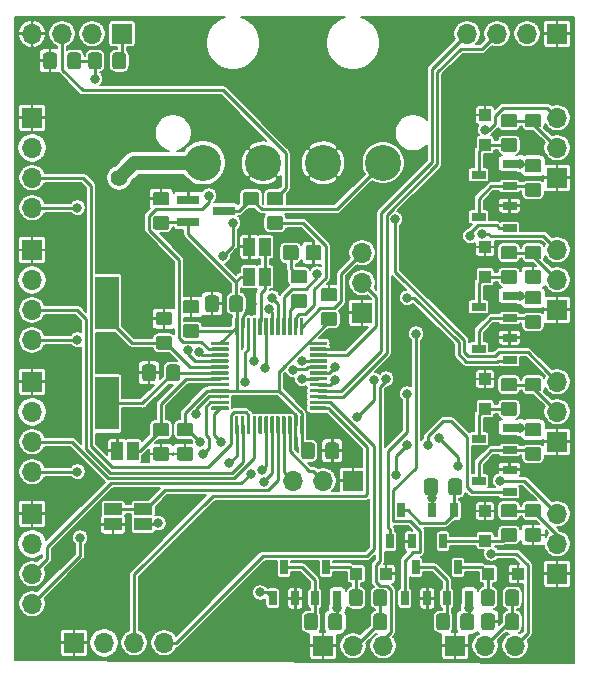
<source format=gbr>
G04 #@! TF.GenerationSoftware,KiCad,Pcbnew,5.1.5*
G04 #@! TF.CreationDate,2020-04-29T20:22:20+02:00*
G04 #@! TF.ProjectId,fancontr,66616e63-6f6e-4747-922e-6b696361645f,rev?*
G04 #@! TF.SameCoordinates,Original*
G04 #@! TF.FileFunction,Copper,L1,Top*
G04 #@! TF.FilePolarity,Positive*
%FSLAX46Y46*%
G04 Gerber Fmt 4.6, Leading zero omitted, Abs format (unit mm)*
G04 Created by KiCad (PCBNEW 5.1.5) date 2020-04-29 20:22:20*
%MOMM*%
%LPD*%
G04 APERTURE LIST*
%ADD10R,1.900000X0.800000*%
%ADD11R,0.650000X1.220000*%
%ADD12C,0.100000*%
%ADD13R,1.000000X1.000000*%
%ADD14R,1.220000X0.650000*%
%ADD15O,1.700000X1.700000*%
%ADD16R,1.700000X1.700000*%
%ADD17R,2.000000X4.500000*%
%ADD18C,3.048000*%
%ADD19R,1.000000X1.500000*%
%ADD20R,1.500000X1.000000*%
%ADD21C,0.800000*%
%ADD22C,1.400000*%
%ADD23C,0.250000*%
%ADD24C,1.200000*%
%ADD25C,0.200000*%
G04 APERTURE END LIST*
D10*
X95734000Y-93218000D03*
X92734000Y-94168000D03*
X92734000Y-92268000D03*
D11*
X112014000Y-123404000D03*
X112964000Y-126024000D03*
X111064000Y-126024000D03*
G04 #@! TA.AperFunction,SMDPad,CuDef*
D12*
G36*
X120500505Y-125285204D02*
G01*
X120524773Y-125288804D01*
X120548572Y-125294765D01*
X120571671Y-125303030D01*
X120593850Y-125313520D01*
X120614893Y-125326132D01*
X120634599Y-125340747D01*
X120652777Y-125357223D01*
X120669253Y-125375401D01*
X120683868Y-125395107D01*
X120696480Y-125416150D01*
X120706970Y-125438329D01*
X120715235Y-125461428D01*
X120721196Y-125485227D01*
X120724796Y-125509495D01*
X120726000Y-125533999D01*
X120726000Y-126434001D01*
X120724796Y-126458505D01*
X120721196Y-126482773D01*
X120715235Y-126506572D01*
X120706970Y-126529671D01*
X120696480Y-126551850D01*
X120683868Y-126572893D01*
X120669253Y-126592599D01*
X120652777Y-126610777D01*
X120634599Y-126627253D01*
X120614893Y-126641868D01*
X120593850Y-126654480D01*
X120571671Y-126664970D01*
X120548572Y-126673235D01*
X120524773Y-126679196D01*
X120500505Y-126682796D01*
X120476001Y-126684000D01*
X119825999Y-126684000D01*
X119801495Y-126682796D01*
X119777227Y-126679196D01*
X119753428Y-126673235D01*
X119730329Y-126664970D01*
X119708150Y-126654480D01*
X119687107Y-126641868D01*
X119667401Y-126627253D01*
X119649223Y-126610777D01*
X119632747Y-126592599D01*
X119618132Y-126572893D01*
X119605520Y-126551850D01*
X119595030Y-126529671D01*
X119586765Y-126506572D01*
X119580804Y-126482773D01*
X119577204Y-126458505D01*
X119576000Y-126434001D01*
X119576000Y-125533999D01*
X119577204Y-125509495D01*
X119580804Y-125485227D01*
X119586765Y-125461428D01*
X119595030Y-125438329D01*
X119605520Y-125416150D01*
X119618132Y-125395107D01*
X119632747Y-125375401D01*
X119649223Y-125357223D01*
X119667401Y-125340747D01*
X119687107Y-125326132D01*
X119708150Y-125313520D01*
X119730329Y-125303030D01*
X119753428Y-125294765D01*
X119777227Y-125288804D01*
X119801495Y-125285204D01*
X119825999Y-125284000D01*
X120476001Y-125284000D01*
X120500505Y-125285204D01*
G37*
G04 #@! TD.AperFunction*
G04 #@! TA.AperFunction,SMDPad,CuDef*
G36*
X118450505Y-125285204D02*
G01*
X118474773Y-125288804D01*
X118498572Y-125294765D01*
X118521671Y-125303030D01*
X118543850Y-125313520D01*
X118564893Y-125326132D01*
X118584599Y-125340747D01*
X118602777Y-125357223D01*
X118619253Y-125375401D01*
X118633868Y-125395107D01*
X118646480Y-125416150D01*
X118656970Y-125438329D01*
X118665235Y-125461428D01*
X118671196Y-125485227D01*
X118674796Y-125509495D01*
X118676000Y-125533999D01*
X118676000Y-126434001D01*
X118674796Y-126458505D01*
X118671196Y-126482773D01*
X118665235Y-126506572D01*
X118656970Y-126529671D01*
X118646480Y-126551850D01*
X118633868Y-126572893D01*
X118619253Y-126592599D01*
X118602777Y-126610777D01*
X118584599Y-126627253D01*
X118564893Y-126641868D01*
X118543850Y-126654480D01*
X118521671Y-126664970D01*
X118498572Y-126673235D01*
X118474773Y-126679196D01*
X118450505Y-126682796D01*
X118426001Y-126684000D01*
X117775999Y-126684000D01*
X117751495Y-126682796D01*
X117727227Y-126679196D01*
X117703428Y-126673235D01*
X117680329Y-126664970D01*
X117658150Y-126654480D01*
X117637107Y-126641868D01*
X117617401Y-126627253D01*
X117599223Y-126610777D01*
X117582747Y-126592599D01*
X117568132Y-126572893D01*
X117555520Y-126551850D01*
X117545030Y-126529671D01*
X117536765Y-126506572D01*
X117530804Y-126482773D01*
X117527204Y-126458505D01*
X117526000Y-126434001D01*
X117526000Y-125533999D01*
X117527204Y-125509495D01*
X117530804Y-125485227D01*
X117536765Y-125461428D01*
X117545030Y-125438329D01*
X117555520Y-125416150D01*
X117568132Y-125395107D01*
X117582747Y-125375401D01*
X117599223Y-125357223D01*
X117617401Y-125340747D01*
X117637107Y-125326132D01*
X117658150Y-125313520D01*
X117680329Y-125303030D01*
X117703428Y-125294765D01*
X117727227Y-125288804D01*
X117751495Y-125285204D01*
X117775999Y-125284000D01*
X118426001Y-125284000D01*
X118450505Y-125285204D01*
G37*
G04 #@! TD.AperFunction*
D11*
X114300000Y-121198000D03*
X113350000Y-118578000D03*
X115250000Y-118578000D03*
D13*
X109454000Y-123952000D03*
X106954000Y-123952000D03*
G04 #@! TA.AperFunction,SMDPad,CuDef*
D12*
G36*
X122394505Y-90875204D02*
G01*
X122418773Y-90878804D01*
X122442572Y-90884765D01*
X122465671Y-90893030D01*
X122487850Y-90903520D01*
X122508893Y-90916132D01*
X122528599Y-90930747D01*
X122546777Y-90947223D01*
X122563253Y-90965401D01*
X122577868Y-90985107D01*
X122590480Y-91006150D01*
X122600970Y-91028329D01*
X122609235Y-91051428D01*
X122615196Y-91075227D01*
X122618796Y-91099495D01*
X122620000Y-91123999D01*
X122620000Y-91774001D01*
X122618796Y-91798505D01*
X122615196Y-91822773D01*
X122609235Y-91846572D01*
X122600970Y-91869671D01*
X122590480Y-91891850D01*
X122577868Y-91912893D01*
X122563253Y-91932599D01*
X122546777Y-91950777D01*
X122528599Y-91967253D01*
X122508893Y-91981868D01*
X122487850Y-91994480D01*
X122465671Y-92004970D01*
X122442572Y-92013235D01*
X122418773Y-92019196D01*
X122394505Y-92022796D01*
X122370001Y-92024000D01*
X121469999Y-92024000D01*
X121445495Y-92022796D01*
X121421227Y-92019196D01*
X121397428Y-92013235D01*
X121374329Y-92004970D01*
X121352150Y-91994480D01*
X121331107Y-91981868D01*
X121311401Y-91967253D01*
X121293223Y-91950777D01*
X121276747Y-91932599D01*
X121262132Y-91912893D01*
X121249520Y-91891850D01*
X121239030Y-91869671D01*
X121230765Y-91846572D01*
X121224804Y-91822773D01*
X121221204Y-91798505D01*
X121220000Y-91774001D01*
X121220000Y-91123999D01*
X121221204Y-91099495D01*
X121224804Y-91075227D01*
X121230765Y-91051428D01*
X121239030Y-91028329D01*
X121249520Y-91006150D01*
X121262132Y-90985107D01*
X121276747Y-90965401D01*
X121293223Y-90947223D01*
X121311401Y-90930747D01*
X121331107Y-90916132D01*
X121352150Y-90903520D01*
X121374329Y-90893030D01*
X121397428Y-90884765D01*
X121421227Y-90878804D01*
X121445495Y-90875204D01*
X121469999Y-90874000D01*
X122370001Y-90874000D01*
X122394505Y-90875204D01*
G37*
G04 #@! TD.AperFunction*
G04 #@! TA.AperFunction,SMDPad,CuDef*
G36*
X122394505Y-88825204D02*
G01*
X122418773Y-88828804D01*
X122442572Y-88834765D01*
X122465671Y-88843030D01*
X122487850Y-88853520D01*
X122508893Y-88866132D01*
X122528599Y-88880747D01*
X122546777Y-88897223D01*
X122563253Y-88915401D01*
X122577868Y-88935107D01*
X122590480Y-88956150D01*
X122600970Y-88978329D01*
X122609235Y-89001428D01*
X122615196Y-89025227D01*
X122618796Y-89049495D01*
X122620000Y-89073999D01*
X122620000Y-89724001D01*
X122618796Y-89748505D01*
X122615196Y-89772773D01*
X122609235Y-89796572D01*
X122600970Y-89819671D01*
X122590480Y-89841850D01*
X122577868Y-89862893D01*
X122563253Y-89882599D01*
X122546777Y-89900777D01*
X122528599Y-89917253D01*
X122508893Y-89931868D01*
X122487850Y-89944480D01*
X122465671Y-89954970D01*
X122442572Y-89963235D01*
X122418773Y-89969196D01*
X122394505Y-89972796D01*
X122370001Y-89974000D01*
X121469999Y-89974000D01*
X121445495Y-89972796D01*
X121421227Y-89969196D01*
X121397428Y-89963235D01*
X121374329Y-89954970D01*
X121352150Y-89944480D01*
X121331107Y-89931868D01*
X121311401Y-89917253D01*
X121293223Y-89900777D01*
X121276747Y-89882599D01*
X121262132Y-89862893D01*
X121249520Y-89841850D01*
X121239030Y-89819671D01*
X121230765Y-89796572D01*
X121224804Y-89772773D01*
X121221204Y-89748505D01*
X121220000Y-89724001D01*
X121220000Y-89073999D01*
X121221204Y-89049495D01*
X121224804Y-89025227D01*
X121230765Y-89001428D01*
X121239030Y-88978329D01*
X121249520Y-88956150D01*
X121262132Y-88935107D01*
X121276747Y-88915401D01*
X121293223Y-88897223D01*
X121311401Y-88880747D01*
X121331107Y-88866132D01*
X121352150Y-88853520D01*
X121374329Y-88843030D01*
X121397428Y-88834765D01*
X121421227Y-88828804D01*
X121445495Y-88825204D01*
X121469999Y-88824000D01*
X122370001Y-88824000D01*
X122394505Y-88825204D01*
G37*
G04 #@! TD.AperFunction*
G04 #@! TA.AperFunction,SMDPad,CuDef*
G36*
X122394505Y-102051204D02*
G01*
X122418773Y-102054804D01*
X122442572Y-102060765D01*
X122465671Y-102069030D01*
X122487850Y-102079520D01*
X122508893Y-102092132D01*
X122528599Y-102106747D01*
X122546777Y-102123223D01*
X122563253Y-102141401D01*
X122577868Y-102161107D01*
X122590480Y-102182150D01*
X122600970Y-102204329D01*
X122609235Y-102227428D01*
X122615196Y-102251227D01*
X122618796Y-102275495D01*
X122620000Y-102299999D01*
X122620000Y-102950001D01*
X122618796Y-102974505D01*
X122615196Y-102998773D01*
X122609235Y-103022572D01*
X122600970Y-103045671D01*
X122590480Y-103067850D01*
X122577868Y-103088893D01*
X122563253Y-103108599D01*
X122546777Y-103126777D01*
X122528599Y-103143253D01*
X122508893Y-103157868D01*
X122487850Y-103170480D01*
X122465671Y-103180970D01*
X122442572Y-103189235D01*
X122418773Y-103195196D01*
X122394505Y-103198796D01*
X122370001Y-103200000D01*
X121469999Y-103200000D01*
X121445495Y-103198796D01*
X121421227Y-103195196D01*
X121397428Y-103189235D01*
X121374329Y-103180970D01*
X121352150Y-103170480D01*
X121331107Y-103157868D01*
X121311401Y-103143253D01*
X121293223Y-103126777D01*
X121276747Y-103108599D01*
X121262132Y-103088893D01*
X121249520Y-103067850D01*
X121239030Y-103045671D01*
X121230765Y-103022572D01*
X121224804Y-102998773D01*
X121221204Y-102974505D01*
X121220000Y-102950001D01*
X121220000Y-102299999D01*
X121221204Y-102275495D01*
X121224804Y-102251227D01*
X121230765Y-102227428D01*
X121239030Y-102204329D01*
X121249520Y-102182150D01*
X121262132Y-102161107D01*
X121276747Y-102141401D01*
X121293223Y-102123223D01*
X121311401Y-102106747D01*
X121331107Y-102092132D01*
X121352150Y-102079520D01*
X121374329Y-102069030D01*
X121397428Y-102060765D01*
X121421227Y-102054804D01*
X121445495Y-102051204D01*
X121469999Y-102050000D01*
X122370001Y-102050000D01*
X122394505Y-102051204D01*
G37*
G04 #@! TD.AperFunction*
G04 #@! TA.AperFunction,SMDPad,CuDef*
G36*
X122394505Y-100001204D02*
G01*
X122418773Y-100004804D01*
X122442572Y-100010765D01*
X122465671Y-100019030D01*
X122487850Y-100029520D01*
X122508893Y-100042132D01*
X122528599Y-100056747D01*
X122546777Y-100073223D01*
X122563253Y-100091401D01*
X122577868Y-100111107D01*
X122590480Y-100132150D01*
X122600970Y-100154329D01*
X122609235Y-100177428D01*
X122615196Y-100201227D01*
X122618796Y-100225495D01*
X122620000Y-100249999D01*
X122620000Y-100900001D01*
X122618796Y-100924505D01*
X122615196Y-100948773D01*
X122609235Y-100972572D01*
X122600970Y-100995671D01*
X122590480Y-101017850D01*
X122577868Y-101038893D01*
X122563253Y-101058599D01*
X122546777Y-101076777D01*
X122528599Y-101093253D01*
X122508893Y-101107868D01*
X122487850Y-101120480D01*
X122465671Y-101130970D01*
X122442572Y-101139235D01*
X122418773Y-101145196D01*
X122394505Y-101148796D01*
X122370001Y-101150000D01*
X121469999Y-101150000D01*
X121445495Y-101148796D01*
X121421227Y-101145196D01*
X121397428Y-101139235D01*
X121374329Y-101130970D01*
X121352150Y-101120480D01*
X121331107Y-101107868D01*
X121311401Y-101093253D01*
X121293223Y-101076777D01*
X121276747Y-101058599D01*
X121262132Y-101038893D01*
X121249520Y-101017850D01*
X121239030Y-100995671D01*
X121230765Y-100972572D01*
X121224804Y-100948773D01*
X121221204Y-100924505D01*
X121220000Y-100900001D01*
X121220000Y-100249999D01*
X121221204Y-100225495D01*
X121224804Y-100201227D01*
X121230765Y-100177428D01*
X121239030Y-100154329D01*
X121249520Y-100132150D01*
X121262132Y-100111107D01*
X121276747Y-100091401D01*
X121293223Y-100073223D01*
X121311401Y-100056747D01*
X121331107Y-100042132D01*
X121352150Y-100029520D01*
X121374329Y-100019030D01*
X121397428Y-100010765D01*
X121421227Y-100004804D01*
X121445495Y-100001204D01*
X121469999Y-100000000D01*
X122370001Y-100000000D01*
X122394505Y-100001204D01*
G37*
G04 #@! TD.AperFunction*
G04 #@! TA.AperFunction,SMDPad,CuDef*
G36*
X122394505Y-113227204D02*
G01*
X122418773Y-113230804D01*
X122442572Y-113236765D01*
X122465671Y-113245030D01*
X122487850Y-113255520D01*
X122508893Y-113268132D01*
X122528599Y-113282747D01*
X122546777Y-113299223D01*
X122563253Y-113317401D01*
X122577868Y-113337107D01*
X122590480Y-113358150D01*
X122600970Y-113380329D01*
X122609235Y-113403428D01*
X122615196Y-113427227D01*
X122618796Y-113451495D01*
X122620000Y-113475999D01*
X122620000Y-114126001D01*
X122618796Y-114150505D01*
X122615196Y-114174773D01*
X122609235Y-114198572D01*
X122600970Y-114221671D01*
X122590480Y-114243850D01*
X122577868Y-114264893D01*
X122563253Y-114284599D01*
X122546777Y-114302777D01*
X122528599Y-114319253D01*
X122508893Y-114333868D01*
X122487850Y-114346480D01*
X122465671Y-114356970D01*
X122442572Y-114365235D01*
X122418773Y-114371196D01*
X122394505Y-114374796D01*
X122370001Y-114376000D01*
X121469999Y-114376000D01*
X121445495Y-114374796D01*
X121421227Y-114371196D01*
X121397428Y-114365235D01*
X121374329Y-114356970D01*
X121352150Y-114346480D01*
X121331107Y-114333868D01*
X121311401Y-114319253D01*
X121293223Y-114302777D01*
X121276747Y-114284599D01*
X121262132Y-114264893D01*
X121249520Y-114243850D01*
X121239030Y-114221671D01*
X121230765Y-114198572D01*
X121224804Y-114174773D01*
X121221204Y-114150505D01*
X121220000Y-114126001D01*
X121220000Y-113475999D01*
X121221204Y-113451495D01*
X121224804Y-113427227D01*
X121230765Y-113403428D01*
X121239030Y-113380329D01*
X121249520Y-113358150D01*
X121262132Y-113337107D01*
X121276747Y-113317401D01*
X121293223Y-113299223D01*
X121311401Y-113282747D01*
X121331107Y-113268132D01*
X121352150Y-113255520D01*
X121374329Y-113245030D01*
X121397428Y-113236765D01*
X121421227Y-113230804D01*
X121445495Y-113227204D01*
X121469999Y-113226000D01*
X122370001Y-113226000D01*
X122394505Y-113227204D01*
G37*
G04 #@! TD.AperFunction*
G04 #@! TA.AperFunction,SMDPad,CuDef*
G36*
X122394505Y-111177204D02*
G01*
X122418773Y-111180804D01*
X122442572Y-111186765D01*
X122465671Y-111195030D01*
X122487850Y-111205520D01*
X122508893Y-111218132D01*
X122528599Y-111232747D01*
X122546777Y-111249223D01*
X122563253Y-111267401D01*
X122577868Y-111287107D01*
X122590480Y-111308150D01*
X122600970Y-111330329D01*
X122609235Y-111353428D01*
X122615196Y-111377227D01*
X122618796Y-111401495D01*
X122620000Y-111425999D01*
X122620000Y-112076001D01*
X122618796Y-112100505D01*
X122615196Y-112124773D01*
X122609235Y-112148572D01*
X122600970Y-112171671D01*
X122590480Y-112193850D01*
X122577868Y-112214893D01*
X122563253Y-112234599D01*
X122546777Y-112252777D01*
X122528599Y-112269253D01*
X122508893Y-112283868D01*
X122487850Y-112296480D01*
X122465671Y-112306970D01*
X122442572Y-112315235D01*
X122418773Y-112321196D01*
X122394505Y-112324796D01*
X122370001Y-112326000D01*
X121469999Y-112326000D01*
X121445495Y-112324796D01*
X121421227Y-112321196D01*
X121397428Y-112315235D01*
X121374329Y-112306970D01*
X121352150Y-112296480D01*
X121331107Y-112283868D01*
X121311401Y-112269253D01*
X121293223Y-112252777D01*
X121276747Y-112234599D01*
X121262132Y-112214893D01*
X121249520Y-112193850D01*
X121239030Y-112171671D01*
X121230765Y-112148572D01*
X121224804Y-112124773D01*
X121221204Y-112100505D01*
X121220000Y-112076001D01*
X121220000Y-111425999D01*
X121221204Y-111401495D01*
X121224804Y-111377227D01*
X121230765Y-111353428D01*
X121239030Y-111330329D01*
X121249520Y-111308150D01*
X121262132Y-111287107D01*
X121276747Y-111267401D01*
X121293223Y-111249223D01*
X121311401Y-111232747D01*
X121331107Y-111218132D01*
X121352150Y-111205520D01*
X121374329Y-111195030D01*
X121397428Y-111186765D01*
X121421227Y-111180804D01*
X121445495Y-111177204D01*
X121469999Y-111176000D01*
X122370001Y-111176000D01*
X122394505Y-111177204D01*
G37*
G04 #@! TD.AperFunction*
G04 #@! TA.AperFunction,SMDPad,CuDef*
G36*
X113624505Y-115887204D02*
G01*
X113648773Y-115890804D01*
X113672572Y-115896765D01*
X113695671Y-115905030D01*
X113717850Y-115915520D01*
X113738893Y-115928132D01*
X113758599Y-115942747D01*
X113776777Y-115959223D01*
X113793253Y-115977401D01*
X113807868Y-115997107D01*
X113820480Y-116018150D01*
X113830970Y-116040329D01*
X113839235Y-116063428D01*
X113845196Y-116087227D01*
X113848796Y-116111495D01*
X113850000Y-116135999D01*
X113850000Y-117036001D01*
X113848796Y-117060505D01*
X113845196Y-117084773D01*
X113839235Y-117108572D01*
X113830970Y-117131671D01*
X113820480Y-117153850D01*
X113807868Y-117174893D01*
X113793253Y-117194599D01*
X113776777Y-117212777D01*
X113758599Y-117229253D01*
X113738893Y-117243868D01*
X113717850Y-117256480D01*
X113695671Y-117266970D01*
X113672572Y-117275235D01*
X113648773Y-117281196D01*
X113624505Y-117284796D01*
X113600001Y-117286000D01*
X112949999Y-117286000D01*
X112925495Y-117284796D01*
X112901227Y-117281196D01*
X112877428Y-117275235D01*
X112854329Y-117266970D01*
X112832150Y-117256480D01*
X112811107Y-117243868D01*
X112791401Y-117229253D01*
X112773223Y-117212777D01*
X112756747Y-117194599D01*
X112742132Y-117174893D01*
X112729520Y-117153850D01*
X112719030Y-117131671D01*
X112710765Y-117108572D01*
X112704804Y-117084773D01*
X112701204Y-117060505D01*
X112700000Y-117036001D01*
X112700000Y-116135999D01*
X112701204Y-116111495D01*
X112704804Y-116087227D01*
X112710765Y-116063428D01*
X112719030Y-116040329D01*
X112729520Y-116018150D01*
X112742132Y-115997107D01*
X112756747Y-115977401D01*
X112773223Y-115959223D01*
X112791401Y-115942747D01*
X112811107Y-115928132D01*
X112832150Y-115915520D01*
X112854329Y-115905030D01*
X112877428Y-115896765D01*
X112901227Y-115890804D01*
X112925495Y-115887204D01*
X112949999Y-115886000D01*
X113600001Y-115886000D01*
X113624505Y-115887204D01*
G37*
G04 #@! TD.AperFunction*
G04 #@! TA.AperFunction,SMDPad,CuDef*
G36*
X115674505Y-115887204D02*
G01*
X115698773Y-115890804D01*
X115722572Y-115896765D01*
X115745671Y-115905030D01*
X115767850Y-115915520D01*
X115788893Y-115928132D01*
X115808599Y-115942747D01*
X115826777Y-115959223D01*
X115843253Y-115977401D01*
X115857868Y-115997107D01*
X115870480Y-116018150D01*
X115880970Y-116040329D01*
X115889235Y-116063428D01*
X115895196Y-116087227D01*
X115898796Y-116111495D01*
X115900000Y-116135999D01*
X115900000Y-117036001D01*
X115898796Y-117060505D01*
X115895196Y-117084773D01*
X115889235Y-117108572D01*
X115880970Y-117131671D01*
X115870480Y-117153850D01*
X115857868Y-117174893D01*
X115843253Y-117194599D01*
X115826777Y-117212777D01*
X115808599Y-117229253D01*
X115788893Y-117243868D01*
X115767850Y-117256480D01*
X115745671Y-117266970D01*
X115722572Y-117275235D01*
X115698773Y-117281196D01*
X115674505Y-117284796D01*
X115650001Y-117286000D01*
X114999999Y-117286000D01*
X114975495Y-117284796D01*
X114951227Y-117281196D01*
X114927428Y-117275235D01*
X114904329Y-117266970D01*
X114882150Y-117256480D01*
X114861107Y-117243868D01*
X114841401Y-117229253D01*
X114823223Y-117212777D01*
X114806747Y-117194599D01*
X114792132Y-117174893D01*
X114779520Y-117153850D01*
X114769030Y-117131671D01*
X114760765Y-117108572D01*
X114754804Y-117084773D01*
X114751204Y-117060505D01*
X114750000Y-117036001D01*
X114750000Y-116135999D01*
X114751204Y-116111495D01*
X114754804Y-116087227D01*
X114760765Y-116063428D01*
X114769030Y-116040329D01*
X114779520Y-116018150D01*
X114792132Y-115997107D01*
X114806747Y-115977401D01*
X114823223Y-115959223D01*
X114841401Y-115942747D01*
X114861107Y-115928132D01*
X114882150Y-115915520D01*
X114904329Y-115905030D01*
X114927428Y-115896765D01*
X114951227Y-115890804D01*
X114975495Y-115887204D01*
X114999999Y-115886000D01*
X115650001Y-115886000D01*
X115674505Y-115887204D01*
G37*
G04 #@! TD.AperFunction*
G04 #@! TA.AperFunction,SMDPad,CuDef*
G36*
X114640505Y-127317204D02*
G01*
X114664773Y-127320804D01*
X114688572Y-127326765D01*
X114711671Y-127335030D01*
X114733850Y-127345520D01*
X114754893Y-127358132D01*
X114774599Y-127372747D01*
X114792777Y-127389223D01*
X114809253Y-127407401D01*
X114823868Y-127427107D01*
X114836480Y-127448150D01*
X114846970Y-127470329D01*
X114855235Y-127493428D01*
X114861196Y-127517227D01*
X114864796Y-127541495D01*
X114866000Y-127565999D01*
X114866000Y-128466001D01*
X114864796Y-128490505D01*
X114861196Y-128514773D01*
X114855235Y-128538572D01*
X114846970Y-128561671D01*
X114836480Y-128583850D01*
X114823868Y-128604893D01*
X114809253Y-128624599D01*
X114792777Y-128642777D01*
X114774599Y-128659253D01*
X114754893Y-128673868D01*
X114733850Y-128686480D01*
X114711671Y-128696970D01*
X114688572Y-128705235D01*
X114664773Y-128711196D01*
X114640505Y-128714796D01*
X114616001Y-128716000D01*
X113965999Y-128716000D01*
X113941495Y-128714796D01*
X113917227Y-128711196D01*
X113893428Y-128705235D01*
X113870329Y-128696970D01*
X113848150Y-128686480D01*
X113827107Y-128673868D01*
X113807401Y-128659253D01*
X113789223Y-128642777D01*
X113772747Y-128624599D01*
X113758132Y-128604893D01*
X113745520Y-128583850D01*
X113735030Y-128561671D01*
X113726765Y-128538572D01*
X113720804Y-128514773D01*
X113717204Y-128490505D01*
X113716000Y-128466001D01*
X113716000Y-127565999D01*
X113717204Y-127541495D01*
X113720804Y-127517227D01*
X113726765Y-127493428D01*
X113735030Y-127470329D01*
X113745520Y-127448150D01*
X113758132Y-127427107D01*
X113772747Y-127407401D01*
X113789223Y-127389223D01*
X113807401Y-127372747D01*
X113827107Y-127358132D01*
X113848150Y-127345520D01*
X113870329Y-127335030D01*
X113893428Y-127326765D01*
X113917227Y-127320804D01*
X113941495Y-127317204D01*
X113965999Y-127316000D01*
X114616001Y-127316000D01*
X114640505Y-127317204D01*
G37*
G04 #@! TD.AperFunction*
G04 #@! TA.AperFunction,SMDPad,CuDef*
G36*
X116690505Y-127317204D02*
G01*
X116714773Y-127320804D01*
X116738572Y-127326765D01*
X116761671Y-127335030D01*
X116783850Y-127345520D01*
X116804893Y-127358132D01*
X116824599Y-127372747D01*
X116842777Y-127389223D01*
X116859253Y-127407401D01*
X116873868Y-127427107D01*
X116886480Y-127448150D01*
X116896970Y-127470329D01*
X116905235Y-127493428D01*
X116911196Y-127517227D01*
X116914796Y-127541495D01*
X116916000Y-127565999D01*
X116916000Y-128466001D01*
X116914796Y-128490505D01*
X116911196Y-128514773D01*
X116905235Y-128538572D01*
X116896970Y-128561671D01*
X116886480Y-128583850D01*
X116873868Y-128604893D01*
X116859253Y-128624599D01*
X116842777Y-128642777D01*
X116824599Y-128659253D01*
X116804893Y-128673868D01*
X116783850Y-128686480D01*
X116761671Y-128696970D01*
X116738572Y-128705235D01*
X116714773Y-128711196D01*
X116690505Y-128714796D01*
X116666001Y-128716000D01*
X116015999Y-128716000D01*
X115991495Y-128714796D01*
X115967227Y-128711196D01*
X115943428Y-128705235D01*
X115920329Y-128696970D01*
X115898150Y-128686480D01*
X115877107Y-128673868D01*
X115857401Y-128659253D01*
X115839223Y-128642777D01*
X115822747Y-128624599D01*
X115808132Y-128604893D01*
X115795520Y-128583850D01*
X115785030Y-128561671D01*
X115776765Y-128538572D01*
X115770804Y-128514773D01*
X115767204Y-128490505D01*
X115766000Y-128466001D01*
X115766000Y-127565999D01*
X115767204Y-127541495D01*
X115770804Y-127517227D01*
X115776765Y-127493428D01*
X115785030Y-127470329D01*
X115795520Y-127448150D01*
X115808132Y-127427107D01*
X115822747Y-127407401D01*
X115839223Y-127389223D01*
X115857401Y-127372747D01*
X115877107Y-127358132D01*
X115898150Y-127345520D01*
X115920329Y-127335030D01*
X115943428Y-127326765D01*
X115967227Y-127320804D01*
X115991495Y-127317204D01*
X116015999Y-127316000D01*
X116666001Y-127316000D01*
X116690505Y-127317204D01*
G37*
G04 #@! TD.AperFunction*
G04 #@! TA.AperFunction,SMDPad,CuDef*
G36*
X103464505Y-127317204D02*
G01*
X103488773Y-127320804D01*
X103512572Y-127326765D01*
X103535671Y-127335030D01*
X103557850Y-127345520D01*
X103578893Y-127358132D01*
X103598599Y-127372747D01*
X103616777Y-127389223D01*
X103633253Y-127407401D01*
X103647868Y-127427107D01*
X103660480Y-127448150D01*
X103670970Y-127470329D01*
X103679235Y-127493428D01*
X103685196Y-127517227D01*
X103688796Y-127541495D01*
X103690000Y-127565999D01*
X103690000Y-128466001D01*
X103688796Y-128490505D01*
X103685196Y-128514773D01*
X103679235Y-128538572D01*
X103670970Y-128561671D01*
X103660480Y-128583850D01*
X103647868Y-128604893D01*
X103633253Y-128624599D01*
X103616777Y-128642777D01*
X103598599Y-128659253D01*
X103578893Y-128673868D01*
X103557850Y-128686480D01*
X103535671Y-128696970D01*
X103512572Y-128705235D01*
X103488773Y-128711196D01*
X103464505Y-128714796D01*
X103440001Y-128716000D01*
X102789999Y-128716000D01*
X102765495Y-128714796D01*
X102741227Y-128711196D01*
X102717428Y-128705235D01*
X102694329Y-128696970D01*
X102672150Y-128686480D01*
X102651107Y-128673868D01*
X102631401Y-128659253D01*
X102613223Y-128642777D01*
X102596747Y-128624599D01*
X102582132Y-128604893D01*
X102569520Y-128583850D01*
X102559030Y-128561671D01*
X102550765Y-128538572D01*
X102544804Y-128514773D01*
X102541204Y-128490505D01*
X102540000Y-128466001D01*
X102540000Y-127565999D01*
X102541204Y-127541495D01*
X102544804Y-127517227D01*
X102550765Y-127493428D01*
X102559030Y-127470329D01*
X102569520Y-127448150D01*
X102582132Y-127427107D01*
X102596747Y-127407401D01*
X102613223Y-127389223D01*
X102631401Y-127372747D01*
X102651107Y-127358132D01*
X102672150Y-127345520D01*
X102694329Y-127335030D01*
X102717428Y-127326765D01*
X102741227Y-127320804D01*
X102765495Y-127317204D01*
X102789999Y-127316000D01*
X103440001Y-127316000D01*
X103464505Y-127317204D01*
G37*
G04 #@! TD.AperFunction*
G04 #@! TA.AperFunction,SMDPad,CuDef*
G36*
X105514505Y-127317204D02*
G01*
X105538773Y-127320804D01*
X105562572Y-127326765D01*
X105585671Y-127335030D01*
X105607850Y-127345520D01*
X105628893Y-127358132D01*
X105648599Y-127372747D01*
X105666777Y-127389223D01*
X105683253Y-127407401D01*
X105697868Y-127427107D01*
X105710480Y-127448150D01*
X105720970Y-127470329D01*
X105729235Y-127493428D01*
X105735196Y-127517227D01*
X105738796Y-127541495D01*
X105740000Y-127565999D01*
X105740000Y-128466001D01*
X105738796Y-128490505D01*
X105735196Y-128514773D01*
X105729235Y-128538572D01*
X105720970Y-128561671D01*
X105710480Y-128583850D01*
X105697868Y-128604893D01*
X105683253Y-128624599D01*
X105666777Y-128642777D01*
X105648599Y-128659253D01*
X105628893Y-128673868D01*
X105607850Y-128686480D01*
X105585671Y-128696970D01*
X105562572Y-128705235D01*
X105538773Y-128711196D01*
X105514505Y-128714796D01*
X105490001Y-128716000D01*
X104839999Y-128716000D01*
X104815495Y-128714796D01*
X104791227Y-128711196D01*
X104767428Y-128705235D01*
X104744329Y-128696970D01*
X104722150Y-128686480D01*
X104701107Y-128673868D01*
X104681401Y-128659253D01*
X104663223Y-128642777D01*
X104646747Y-128624599D01*
X104632132Y-128604893D01*
X104619520Y-128583850D01*
X104609030Y-128561671D01*
X104600765Y-128538572D01*
X104594804Y-128514773D01*
X104591204Y-128490505D01*
X104590000Y-128466001D01*
X104590000Y-127565999D01*
X104591204Y-127541495D01*
X104594804Y-127517227D01*
X104600765Y-127493428D01*
X104609030Y-127470329D01*
X104619520Y-127448150D01*
X104632132Y-127427107D01*
X104646747Y-127407401D01*
X104663223Y-127389223D01*
X104681401Y-127372747D01*
X104701107Y-127358132D01*
X104722150Y-127345520D01*
X104744329Y-127335030D01*
X104767428Y-127326765D01*
X104791227Y-127320804D01*
X104815495Y-127317204D01*
X104839999Y-127316000D01*
X105490001Y-127316000D01*
X105514505Y-127317204D01*
G37*
G04 #@! TD.AperFunction*
D14*
X117308000Y-90170000D03*
X119928000Y-89220000D03*
X119928000Y-91120000D03*
X117308000Y-101346000D03*
X119928000Y-100396000D03*
X119928000Y-102296000D03*
X117308000Y-112522000D03*
X119928000Y-111572000D03*
X119928000Y-113472000D03*
D11*
X114620000Y-126024000D03*
X116520000Y-126024000D03*
X115570000Y-123404000D03*
X104394000Y-123404000D03*
X105344000Y-126024000D03*
X103444000Y-126024000D03*
D14*
X119928000Y-94676000D03*
X119928000Y-92776000D03*
X117308000Y-93726000D03*
X117308000Y-104902000D03*
X119928000Y-103952000D03*
X119928000Y-105852000D03*
X117308000Y-116078000D03*
X119928000Y-115128000D03*
X119928000Y-117028000D03*
D11*
X110744000Y-118578000D03*
X111694000Y-121198000D03*
X109794000Y-121198000D03*
X100838000Y-123404000D03*
X101788000Y-126024000D03*
X99888000Y-126024000D03*
G04 #@! TA.AperFunction,SMDPad,CuDef*
D12*
G36*
X122394505Y-120085204D02*
G01*
X122418773Y-120088804D01*
X122442572Y-120094765D01*
X122465671Y-120103030D01*
X122487850Y-120113520D01*
X122508893Y-120126132D01*
X122528599Y-120140747D01*
X122546777Y-120157223D01*
X122563253Y-120175401D01*
X122577868Y-120195107D01*
X122590480Y-120216150D01*
X122600970Y-120238329D01*
X122609235Y-120261428D01*
X122615196Y-120285227D01*
X122618796Y-120309495D01*
X122620000Y-120333999D01*
X122620000Y-120984001D01*
X122618796Y-121008505D01*
X122615196Y-121032773D01*
X122609235Y-121056572D01*
X122600970Y-121079671D01*
X122590480Y-121101850D01*
X122577868Y-121122893D01*
X122563253Y-121142599D01*
X122546777Y-121160777D01*
X122528599Y-121177253D01*
X122508893Y-121191868D01*
X122487850Y-121204480D01*
X122465671Y-121214970D01*
X122442572Y-121223235D01*
X122418773Y-121229196D01*
X122394505Y-121232796D01*
X122370001Y-121234000D01*
X121469999Y-121234000D01*
X121445495Y-121232796D01*
X121421227Y-121229196D01*
X121397428Y-121223235D01*
X121374329Y-121214970D01*
X121352150Y-121204480D01*
X121331107Y-121191868D01*
X121311401Y-121177253D01*
X121293223Y-121160777D01*
X121276747Y-121142599D01*
X121262132Y-121122893D01*
X121249520Y-121101850D01*
X121239030Y-121079671D01*
X121230765Y-121056572D01*
X121224804Y-121032773D01*
X121221204Y-121008505D01*
X121220000Y-120984001D01*
X121220000Y-120333999D01*
X121221204Y-120309495D01*
X121224804Y-120285227D01*
X121230765Y-120261428D01*
X121239030Y-120238329D01*
X121249520Y-120216150D01*
X121262132Y-120195107D01*
X121276747Y-120175401D01*
X121293223Y-120157223D01*
X121311401Y-120140747D01*
X121331107Y-120126132D01*
X121352150Y-120113520D01*
X121374329Y-120103030D01*
X121397428Y-120094765D01*
X121421227Y-120088804D01*
X121445495Y-120085204D01*
X121469999Y-120084000D01*
X122370001Y-120084000D01*
X122394505Y-120085204D01*
G37*
G04 #@! TD.AperFunction*
G04 #@! TA.AperFunction,SMDPad,CuDef*
G36*
X122394505Y-118035204D02*
G01*
X122418773Y-118038804D01*
X122442572Y-118044765D01*
X122465671Y-118053030D01*
X122487850Y-118063520D01*
X122508893Y-118076132D01*
X122528599Y-118090747D01*
X122546777Y-118107223D01*
X122563253Y-118125401D01*
X122577868Y-118145107D01*
X122590480Y-118166150D01*
X122600970Y-118188329D01*
X122609235Y-118211428D01*
X122615196Y-118235227D01*
X122618796Y-118259495D01*
X122620000Y-118283999D01*
X122620000Y-118934001D01*
X122618796Y-118958505D01*
X122615196Y-118982773D01*
X122609235Y-119006572D01*
X122600970Y-119029671D01*
X122590480Y-119051850D01*
X122577868Y-119072893D01*
X122563253Y-119092599D01*
X122546777Y-119110777D01*
X122528599Y-119127253D01*
X122508893Y-119141868D01*
X122487850Y-119154480D01*
X122465671Y-119164970D01*
X122442572Y-119173235D01*
X122418773Y-119179196D01*
X122394505Y-119182796D01*
X122370001Y-119184000D01*
X121469999Y-119184000D01*
X121445495Y-119182796D01*
X121421227Y-119179196D01*
X121397428Y-119173235D01*
X121374329Y-119164970D01*
X121352150Y-119154480D01*
X121331107Y-119141868D01*
X121311401Y-119127253D01*
X121293223Y-119110777D01*
X121276747Y-119092599D01*
X121262132Y-119072893D01*
X121249520Y-119051850D01*
X121239030Y-119029671D01*
X121230765Y-119006572D01*
X121224804Y-118982773D01*
X121221204Y-118958505D01*
X121220000Y-118934001D01*
X121220000Y-118283999D01*
X121221204Y-118259495D01*
X121224804Y-118235227D01*
X121230765Y-118211428D01*
X121239030Y-118188329D01*
X121249520Y-118166150D01*
X121262132Y-118145107D01*
X121276747Y-118125401D01*
X121293223Y-118107223D01*
X121311401Y-118090747D01*
X121331107Y-118076132D01*
X121352150Y-118063520D01*
X121374329Y-118053030D01*
X121397428Y-118044765D01*
X121421227Y-118038804D01*
X121445495Y-118035204D01*
X121469999Y-118034000D01*
X122370001Y-118034000D01*
X122394505Y-118035204D01*
G37*
G04 #@! TD.AperFunction*
D13*
X117856000Y-96286000D03*
X117856000Y-98786000D03*
G04 #@! TA.AperFunction,SMDPad,CuDef*
D12*
G36*
X122394910Y-87065202D02*
G01*
X122419135Y-87068795D01*
X122442891Y-87074746D01*
X122465949Y-87082996D01*
X122488087Y-87093467D01*
X122509093Y-87106057D01*
X122528763Y-87120645D01*
X122546908Y-87137092D01*
X122563355Y-87155237D01*
X122577943Y-87174907D01*
X122590533Y-87195913D01*
X122601004Y-87218051D01*
X122609254Y-87241109D01*
X122615205Y-87264865D01*
X122618798Y-87289090D01*
X122620000Y-87313550D01*
X122620000Y-87964450D01*
X122618798Y-87988910D01*
X122615205Y-88013135D01*
X122609254Y-88036891D01*
X122601004Y-88059949D01*
X122590533Y-88082087D01*
X122577943Y-88103093D01*
X122563355Y-88122763D01*
X122546908Y-88140908D01*
X122528763Y-88157355D01*
X122509093Y-88171943D01*
X122488087Y-88184533D01*
X122465949Y-88195004D01*
X122442891Y-88203254D01*
X122419135Y-88209205D01*
X122394910Y-88212798D01*
X122370450Y-88214000D01*
X121469550Y-88214000D01*
X121445090Y-88212798D01*
X121420865Y-88209205D01*
X121397109Y-88203254D01*
X121374051Y-88195004D01*
X121351913Y-88184533D01*
X121330907Y-88171943D01*
X121311237Y-88157355D01*
X121293092Y-88140908D01*
X121276645Y-88122763D01*
X121262057Y-88103093D01*
X121249467Y-88082087D01*
X121238996Y-88059949D01*
X121230746Y-88036891D01*
X121224795Y-88013135D01*
X121221202Y-87988910D01*
X121220000Y-87964450D01*
X121220000Y-87313550D01*
X121221202Y-87289090D01*
X121224795Y-87264865D01*
X121230746Y-87241109D01*
X121238996Y-87218051D01*
X121249467Y-87195913D01*
X121262057Y-87174907D01*
X121276645Y-87155237D01*
X121293092Y-87137092D01*
X121311237Y-87120645D01*
X121330907Y-87106057D01*
X121351913Y-87093467D01*
X121374051Y-87082996D01*
X121397109Y-87074746D01*
X121420865Y-87068795D01*
X121445090Y-87065202D01*
X121469550Y-87064000D01*
X122370450Y-87064000D01*
X122394910Y-87065202D01*
G37*
G04 #@! TD.AperFunction*
G04 #@! TA.AperFunction,SMDPad,CuDef*
G36*
X122394505Y-85015204D02*
G01*
X122418773Y-85018804D01*
X122442572Y-85024765D01*
X122465671Y-85033030D01*
X122487850Y-85043520D01*
X122508893Y-85056132D01*
X122528599Y-85070747D01*
X122546777Y-85087223D01*
X122563253Y-85105401D01*
X122577868Y-85125107D01*
X122590480Y-85146150D01*
X122600970Y-85168329D01*
X122609235Y-85191428D01*
X122615196Y-85215227D01*
X122618796Y-85239495D01*
X122620000Y-85263999D01*
X122620000Y-85914001D01*
X122618796Y-85938505D01*
X122615196Y-85962773D01*
X122609235Y-85986572D01*
X122600970Y-86009671D01*
X122590480Y-86031850D01*
X122577868Y-86052893D01*
X122563253Y-86072599D01*
X122546777Y-86090777D01*
X122528599Y-86107253D01*
X122508893Y-86121868D01*
X122487850Y-86134480D01*
X122465671Y-86144970D01*
X122442572Y-86153235D01*
X122418773Y-86159196D01*
X122394505Y-86162796D01*
X122370001Y-86164000D01*
X121469999Y-86164000D01*
X121445495Y-86162796D01*
X121421227Y-86159196D01*
X121397428Y-86153235D01*
X121374329Y-86144970D01*
X121352150Y-86134480D01*
X121331107Y-86121868D01*
X121311401Y-86107253D01*
X121293223Y-86090777D01*
X121276747Y-86072599D01*
X121262132Y-86052893D01*
X121249520Y-86031850D01*
X121239030Y-86009671D01*
X121230765Y-85986572D01*
X121224804Y-85962773D01*
X121221204Y-85938505D01*
X121220000Y-85914001D01*
X121220000Y-85263999D01*
X121221204Y-85239495D01*
X121224804Y-85215227D01*
X121230765Y-85191428D01*
X121239030Y-85168329D01*
X121249520Y-85146150D01*
X121262132Y-85125107D01*
X121276747Y-85105401D01*
X121293223Y-85087223D01*
X121311401Y-85070747D01*
X121331107Y-85056132D01*
X121352150Y-85043520D01*
X121374329Y-85033030D01*
X121397428Y-85024765D01*
X121421227Y-85018804D01*
X121445495Y-85015204D01*
X121469999Y-85014000D01*
X122370001Y-85014000D01*
X122394505Y-85015204D01*
G37*
G04 #@! TD.AperFunction*
G04 #@! TA.AperFunction,SMDPad,CuDef*
G36*
X120362505Y-85015204D02*
G01*
X120386773Y-85018804D01*
X120410572Y-85024765D01*
X120433671Y-85033030D01*
X120455850Y-85043520D01*
X120476893Y-85056132D01*
X120496599Y-85070747D01*
X120514777Y-85087223D01*
X120531253Y-85105401D01*
X120545868Y-85125107D01*
X120558480Y-85146150D01*
X120568970Y-85168329D01*
X120577235Y-85191428D01*
X120583196Y-85215227D01*
X120586796Y-85239495D01*
X120588000Y-85263999D01*
X120588000Y-85914001D01*
X120586796Y-85938505D01*
X120583196Y-85962773D01*
X120577235Y-85986572D01*
X120568970Y-86009671D01*
X120558480Y-86031850D01*
X120545868Y-86052893D01*
X120531253Y-86072599D01*
X120514777Y-86090777D01*
X120496599Y-86107253D01*
X120476893Y-86121868D01*
X120455850Y-86134480D01*
X120433671Y-86144970D01*
X120410572Y-86153235D01*
X120386773Y-86159196D01*
X120362505Y-86162796D01*
X120338001Y-86164000D01*
X119437999Y-86164000D01*
X119413495Y-86162796D01*
X119389227Y-86159196D01*
X119365428Y-86153235D01*
X119342329Y-86144970D01*
X119320150Y-86134480D01*
X119299107Y-86121868D01*
X119279401Y-86107253D01*
X119261223Y-86090777D01*
X119244747Y-86072599D01*
X119230132Y-86052893D01*
X119217520Y-86031850D01*
X119207030Y-86009671D01*
X119198765Y-85986572D01*
X119192804Y-85962773D01*
X119189204Y-85938505D01*
X119188000Y-85914001D01*
X119188000Y-85263999D01*
X119189204Y-85239495D01*
X119192804Y-85215227D01*
X119198765Y-85191428D01*
X119207030Y-85168329D01*
X119217520Y-85146150D01*
X119230132Y-85125107D01*
X119244747Y-85105401D01*
X119261223Y-85087223D01*
X119279401Y-85070747D01*
X119299107Y-85056132D01*
X119320150Y-85043520D01*
X119342329Y-85033030D01*
X119365428Y-85024765D01*
X119389227Y-85018804D01*
X119413495Y-85015204D01*
X119437999Y-85014000D01*
X120338001Y-85014000D01*
X120362505Y-85015204D01*
G37*
G04 #@! TD.AperFunction*
G04 #@! TA.AperFunction,SMDPad,CuDef*
G36*
X120362505Y-87065204D02*
G01*
X120386773Y-87068804D01*
X120410572Y-87074765D01*
X120433671Y-87083030D01*
X120455850Y-87093520D01*
X120476893Y-87106132D01*
X120496599Y-87120747D01*
X120514777Y-87137223D01*
X120531253Y-87155401D01*
X120545868Y-87175107D01*
X120558480Y-87196150D01*
X120568970Y-87218329D01*
X120577235Y-87241428D01*
X120583196Y-87265227D01*
X120586796Y-87289495D01*
X120588000Y-87313999D01*
X120588000Y-87964001D01*
X120586796Y-87988505D01*
X120583196Y-88012773D01*
X120577235Y-88036572D01*
X120568970Y-88059671D01*
X120558480Y-88081850D01*
X120545868Y-88102893D01*
X120531253Y-88122599D01*
X120514777Y-88140777D01*
X120496599Y-88157253D01*
X120476893Y-88171868D01*
X120455850Y-88184480D01*
X120433671Y-88194970D01*
X120410572Y-88203235D01*
X120386773Y-88209196D01*
X120362505Y-88212796D01*
X120338001Y-88214000D01*
X119437999Y-88214000D01*
X119413495Y-88212796D01*
X119389227Y-88209196D01*
X119365428Y-88203235D01*
X119342329Y-88194970D01*
X119320150Y-88184480D01*
X119299107Y-88171868D01*
X119279401Y-88157253D01*
X119261223Y-88140777D01*
X119244747Y-88122599D01*
X119230132Y-88102893D01*
X119217520Y-88081850D01*
X119207030Y-88059671D01*
X119198765Y-88036572D01*
X119192804Y-88012773D01*
X119189204Y-87988505D01*
X119188000Y-87964001D01*
X119188000Y-87313999D01*
X119189204Y-87289495D01*
X119192804Y-87265227D01*
X119198765Y-87241428D01*
X119207030Y-87218329D01*
X119217520Y-87196150D01*
X119230132Y-87175107D01*
X119244747Y-87155401D01*
X119261223Y-87137223D01*
X119279401Y-87120747D01*
X119299107Y-87106132D01*
X119320150Y-87093520D01*
X119342329Y-87083030D01*
X119365428Y-87074765D01*
X119389227Y-87068804D01*
X119413495Y-87065204D01*
X119437999Y-87064000D01*
X120338001Y-87064000D01*
X120362505Y-87065204D01*
G37*
G04 #@! TD.AperFunction*
G04 #@! TA.AperFunction,SMDPad,CuDef*
G36*
X120362505Y-96191204D02*
G01*
X120386773Y-96194804D01*
X120410572Y-96200765D01*
X120433671Y-96209030D01*
X120455850Y-96219520D01*
X120476893Y-96232132D01*
X120496599Y-96246747D01*
X120514777Y-96263223D01*
X120531253Y-96281401D01*
X120545868Y-96301107D01*
X120558480Y-96322150D01*
X120568970Y-96344329D01*
X120577235Y-96367428D01*
X120583196Y-96391227D01*
X120586796Y-96415495D01*
X120588000Y-96439999D01*
X120588000Y-97090001D01*
X120586796Y-97114505D01*
X120583196Y-97138773D01*
X120577235Y-97162572D01*
X120568970Y-97185671D01*
X120558480Y-97207850D01*
X120545868Y-97228893D01*
X120531253Y-97248599D01*
X120514777Y-97266777D01*
X120496599Y-97283253D01*
X120476893Y-97297868D01*
X120455850Y-97310480D01*
X120433671Y-97320970D01*
X120410572Y-97329235D01*
X120386773Y-97335196D01*
X120362505Y-97338796D01*
X120338001Y-97340000D01*
X119437999Y-97340000D01*
X119413495Y-97338796D01*
X119389227Y-97335196D01*
X119365428Y-97329235D01*
X119342329Y-97320970D01*
X119320150Y-97310480D01*
X119299107Y-97297868D01*
X119279401Y-97283253D01*
X119261223Y-97266777D01*
X119244747Y-97248599D01*
X119230132Y-97228893D01*
X119217520Y-97207850D01*
X119207030Y-97185671D01*
X119198765Y-97162572D01*
X119192804Y-97138773D01*
X119189204Y-97114505D01*
X119188000Y-97090001D01*
X119188000Y-96439999D01*
X119189204Y-96415495D01*
X119192804Y-96391227D01*
X119198765Y-96367428D01*
X119207030Y-96344329D01*
X119217520Y-96322150D01*
X119230132Y-96301107D01*
X119244747Y-96281401D01*
X119261223Y-96263223D01*
X119279401Y-96246747D01*
X119299107Y-96232132D01*
X119320150Y-96219520D01*
X119342329Y-96209030D01*
X119365428Y-96200765D01*
X119389227Y-96194804D01*
X119413495Y-96191204D01*
X119437999Y-96190000D01*
X120338001Y-96190000D01*
X120362505Y-96191204D01*
G37*
G04 #@! TD.AperFunction*
G04 #@! TA.AperFunction,SMDPad,CuDef*
G36*
X120362505Y-98241204D02*
G01*
X120386773Y-98244804D01*
X120410572Y-98250765D01*
X120433671Y-98259030D01*
X120455850Y-98269520D01*
X120476893Y-98282132D01*
X120496599Y-98296747D01*
X120514777Y-98313223D01*
X120531253Y-98331401D01*
X120545868Y-98351107D01*
X120558480Y-98372150D01*
X120568970Y-98394329D01*
X120577235Y-98417428D01*
X120583196Y-98441227D01*
X120586796Y-98465495D01*
X120588000Y-98489999D01*
X120588000Y-99140001D01*
X120586796Y-99164505D01*
X120583196Y-99188773D01*
X120577235Y-99212572D01*
X120568970Y-99235671D01*
X120558480Y-99257850D01*
X120545868Y-99278893D01*
X120531253Y-99298599D01*
X120514777Y-99316777D01*
X120496599Y-99333253D01*
X120476893Y-99347868D01*
X120455850Y-99360480D01*
X120433671Y-99370970D01*
X120410572Y-99379235D01*
X120386773Y-99385196D01*
X120362505Y-99388796D01*
X120338001Y-99390000D01*
X119437999Y-99390000D01*
X119413495Y-99388796D01*
X119389227Y-99385196D01*
X119365428Y-99379235D01*
X119342329Y-99370970D01*
X119320150Y-99360480D01*
X119299107Y-99347868D01*
X119279401Y-99333253D01*
X119261223Y-99316777D01*
X119244747Y-99298599D01*
X119230132Y-99278893D01*
X119217520Y-99257850D01*
X119207030Y-99235671D01*
X119198765Y-99212572D01*
X119192804Y-99188773D01*
X119189204Y-99164505D01*
X119188000Y-99140001D01*
X119188000Y-98489999D01*
X119189204Y-98465495D01*
X119192804Y-98441227D01*
X119198765Y-98417428D01*
X119207030Y-98394329D01*
X119217520Y-98372150D01*
X119230132Y-98351107D01*
X119244747Y-98331401D01*
X119261223Y-98313223D01*
X119279401Y-98296747D01*
X119299107Y-98282132D01*
X119320150Y-98269520D01*
X119342329Y-98259030D01*
X119365428Y-98250765D01*
X119389227Y-98244804D01*
X119413495Y-98241204D01*
X119437999Y-98240000D01*
X120338001Y-98240000D01*
X120362505Y-98241204D01*
G37*
G04 #@! TD.AperFunction*
G04 #@! TA.AperFunction,SMDPad,CuDef*
G36*
X120362505Y-107367204D02*
G01*
X120386773Y-107370804D01*
X120410572Y-107376765D01*
X120433671Y-107385030D01*
X120455850Y-107395520D01*
X120476893Y-107408132D01*
X120496599Y-107422747D01*
X120514777Y-107439223D01*
X120531253Y-107457401D01*
X120545868Y-107477107D01*
X120558480Y-107498150D01*
X120568970Y-107520329D01*
X120577235Y-107543428D01*
X120583196Y-107567227D01*
X120586796Y-107591495D01*
X120588000Y-107615999D01*
X120588000Y-108266001D01*
X120586796Y-108290505D01*
X120583196Y-108314773D01*
X120577235Y-108338572D01*
X120568970Y-108361671D01*
X120558480Y-108383850D01*
X120545868Y-108404893D01*
X120531253Y-108424599D01*
X120514777Y-108442777D01*
X120496599Y-108459253D01*
X120476893Y-108473868D01*
X120455850Y-108486480D01*
X120433671Y-108496970D01*
X120410572Y-108505235D01*
X120386773Y-108511196D01*
X120362505Y-108514796D01*
X120338001Y-108516000D01*
X119437999Y-108516000D01*
X119413495Y-108514796D01*
X119389227Y-108511196D01*
X119365428Y-108505235D01*
X119342329Y-108496970D01*
X119320150Y-108486480D01*
X119299107Y-108473868D01*
X119279401Y-108459253D01*
X119261223Y-108442777D01*
X119244747Y-108424599D01*
X119230132Y-108404893D01*
X119217520Y-108383850D01*
X119207030Y-108361671D01*
X119198765Y-108338572D01*
X119192804Y-108314773D01*
X119189204Y-108290505D01*
X119188000Y-108266001D01*
X119188000Y-107615999D01*
X119189204Y-107591495D01*
X119192804Y-107567227D01*
X119198765Y-107543428D01*
X119207030Y-107520329D01*
X119217520Y-107498150D01*
X119230132Y-107477107D01*
X119244747Y-107457401D01*
X119261223Y-107439223D01*
X119279401Y-107422747D01*
X119299107Y-107408132D01*
X119320150Y-107395520D01*
X119342329Y-107385030D01*
X119365428Y-107376765D01*
X119389227Y-107370804D01*
X119413495Y-107367204D01*
X119437999Y-107366000D01*
X120338001Y-107366000D01*
X120362505Y-107367204D01*
G37*
G04 #@! TD.AperFunction*
G04 #@! TA.AperFunction,SMDPad,CuDef*
G36*
X120362505Y-109417204D02*
G01*
X120386773Y-109420804D01*
X120410572Y-109426765D01*
X120433671Y-109435030D01*
X120455850Y-109445520D01*
X120476893Y-109458132D01*
X120496599Y-109472747D01*
X120514777Y-109489223D01*
X120531253Y-109507401D01*
X120545868Y-109527107D01*
X120558480Y-109548150D01*
X120568970Y-109570329D01*
X120577235Y-109593428D01*
X120583196Y-109617227D01*
X120586796Y-109641495D01*
X120588000Y-109665999D01*
X120588000Y-110316001D01*
X120586796Y-110340505D01*
X120583196Y-110364773D01*
X120577235Y-110388572D01*
X120568970Y-110411671D01*
X120558480Y-110433850D01*
X120545868Y-110454893D01*
X120531253Y-110474599D01*
X120514777Y-110492777D01*
X120496599Y-110509253D01*
X120476893Y-110523868D01*
X120455850Y-110536480D01*
X120433671Y-110546970D01*
X120410572Y-110555235D01*
X120386773Y-110561196D01*
X120362505Y-110564796D01*
X120338001Y-110566000D01*
X119437999Y-110566000D01*
X119413495Y-110564796D01*
X119389227Y-110561196D01*
X119365428Y-110555235D01*
X119342329Y-110546970D01*
X119320150Y-110536480D01*
X119299107Y-110523868D01*
X119279401Y-110509253D01*
X119261223Y-110492777D01*
X119244747Y-110474599D01*
X119230132Y-110454893D01*
X119217520Y-110433850D01*
X119207030Y-110411671D01*
X119198765Y-110388572D01*
X119192804Y-110364773D01*
X119189204Y-110340505D01*
X119188000Y-110316001D01*
X119188000Y-109665999D01*
X119189204Y-109641495D01*
X119192804Y-109617227D01*
X119198765Y-109593428D01*
X119207030Y-109570329D01*
X119217520Y-109548150D01*
X119230132Y-109527107D01*
X119244747Y-109507401D01*
X119261223Y-109489223D01*
X119279401Y-109472747D01*
X119299107Y-109458132D01*
X119320150Y-109445520D01*
X119342329Y-109435030D01*
X119365428Y-109426765D01*
X119389227Y-109420804D01*
X119413495Y-109417204D01*
X119437999Y-109416000D01*
X120338001Y-109416000D01*
X120362505Y-109417204D01*
G37*
G04 #@! TD.AperFunction*
G04 #@! TA.AperFunction,SMDPad,CuDef*
G36*
X120362505Y-118035204D02*
G01*
X120386773Y-118038804D01*
X120410572Y-118044765D01*
X120433671Y-118053030D01*
X120455850Y-118063520D01*
X120476893Y-118076132D01*
X120496599Y-118090747D01*
X120514777Y-118107223D01*
X120531253Y-118125401D01*
X120545868Y-118145107D01*
X120558480Y-118166150D01*
X120568970Y-118188329D01*
X120577235Y-118211428D01*
X120583196Y-118235227D01*
X120586796Y-118259495D01*
X120588000Y-118283999D01*
X120588000Y-118934001D01*
X120586796Y-118958505D01*
X120583196Y-118982773D01*
X120577235Y-119006572D01*
X120568970Y-119029671D01*
X120558480Y-119051850D01*
X120545868Y-119072893D01*
X120531253Y-119092599D01*
X120514777Y-119110777D01*
X120496599Y-119127253D01*
X120476893Y-119141868D01*
X120455850Y-119154480D01*
X120433671Y-119164970D01*
X120410572Y-119173235D01*
X120386773Y-119179196D01*
X120362505Y-119182796D01*
X120338001Y-119184000D01*
X119437999Y-119184000D01*
X119413495Y-119182796D01*
X119389227Y-119179196D01*
X119365428Y-119173235D01*
X119342329Y-119164970D01*
X119320150Y-119154480D01*
X119299107Y-119141868D01*
X119279401Y-119127253D01*
X119261223Y-119110777D01*
X119244747Y-119092599D01*
X119230132Y-119072893D01*
X119217520Y-119051850D01*
X119207030Y-119029671D01*
X119198765Y-119006572D01*
X119192804Y-118982773D01*
X119189204Y-118958505D01*
X119188000Y-118934001D01*
X119188000Y-118283999D01*
X119189204Y-118259495D01*
X119192804Y-118235227D01*
X119198765Y-118211428D01*
X119207030Y-118188329D01*
X119217520Y-118166150D01*
X119230132Y-118145107D01*
X119244747Y-118125401D01*
X119261223Y-118107223D01*
X119279401Y-118090747D01*
X119299107Y-118076132D01*
X119320150Y-118063520D01*
X119342329Y-118053030D01*
X119365428Y-118044765D01*
X119389227Y-118038804D01*
X119413495Y-118035204D01*
X119437999Y-118034000D01*
X120338001Y-118034000D01*
X120362505Y-118035204D01*
G37*
G04 #@! TD.AperFunction*
G04 #@! TA.AperFunction,SMDPad,CuDef*
G36*
X120362505Y-120085204D02*
G01*
X120386773Y-120088804D01*
X120410572Y-120094765D01*
X120433671Y-120103030D01*
X120455850Y-120113520D01*
X120476893Y-120126132D01*
X120496599Y-120140747D01*
X120514777Y-120157223D01*
X120531253Y-120175401D01*
X120545868Y-120195107D01*
X120558480Y-120216150D01*
X120568970Y-120238329D01*
X120577235Y-120261428D01*
X120583196Y-120285227D01*
X120586796Y-120309495D01*
X120588000Y-120333999D01*
X120588000Y-120984001D01*
X120586796Y-121008505D01*
X120583196Y-121032773D01*
X120577235Y-121056572D01*
X120568970Y-121079671D01*
X120558480Y-121101850D01*
X120545868Y-121122893D01*
X120531253Y-121142599D01*
X120514777Y-121160777D01*
X120496599Y-121177253D01*
X120476893Y-121191868D01*
X120455850Y-121204480D01*
X120433671Y-121214970D01*
X120410572Y-121223235D01*
X120386773Y-121229196D01*
X120362505Y-121232796D01*
X120338001Y-121234000D01*
X119437999Y-121234000D01*
X119413495Y-121232796D01*
X119389227Y-121229196D01*
X119365428Y-121223235D01*
X119342329Y-121214970D01*
X119320150Y-121204480D01*
X119299107Y-121191868D01*
X119279401Y-121177253D01*
X119261223Y-121160777D01*
X119244747Y-121142599D01*
X119230132Y-121122893D01*
X119217520Y-121101850D01*
X119207030Y-121079671D01*
X119198765Y-121056572D01*
X119192804Y-121032773D01*
X119189204Y-121008505D01*
X119188000Y-120984001D01*
X119188000Y-120333999D01*
X119189204Y-120309495D01*
X119192804Y-120285227D01*
X119198765Y-120261428D01*
X119207030Y-120238329D01*
X119217520Y-120216150D01*
X119230132Y-120195107D01*
X119244747Y-120175401D01*
X119261223Y-120157223D01*
X119279401Y-120140747D01*
X119299107Y-120126132D01*
X119320150Y-120113520D01*
X119342329Y-120103030D01*
X119365428Y-120094765D01*
X119389227Y-120088804D01*
X119413495Y-120085204D01*
X119437999Y-120084000D01*
X120338001Y-120084000D01*
X120362505Y-120085204D01*
G37*
G04 #@! TD.AperFunction*
G04 #@! TA.AperFunction,SMDPad,CuDef*
G36*
X109324505Y-125285204D02*
G01*
X109348773Y-125288804D01*
X109372572Y-125294765D01*
X109395671Y-125303030D01*
X109417850Y-125313520D01*
X109438893Y-125326132D01*
X109458599Y-125340747D01*
X109476777Y-125357223D01*
X109493253Y-125375401D01*
X109507868Y-125395107D01*
X109520480Y-125416150D01*
X109530970Y-125438329D01*
X109539235Y-125461428D01*
X109545196Y-125485227D01*
X109548796Y-125509495D01*
X109550000Y-125533999D01*
X109550000Y-126434001D01*
X109548796Y-126458505D01*
X109545196Y-126482773D01*
X109539235Y-126506572D01*
X109530970Y-126529671D01*
X109520480Y-126551850D01*
X109507868Y-126572893D01*
X109493253Y-126592599D01*
X109476777Y-126610777D01*
X109458599Y-126627253D01*
X109438893Y-126641868D01*
X109417850Y-126654480D01*
X109395671Y-126664970D01*
X109372572Y-126673235D01*
X109348773Y-126679196D01*
X109324505Y-126682796D01*
X109300001Y-126684000D01*
X108649999Y-126684000D01*
X108625495Y-126682796D01*
X108601227Y-126679196D01*
X108577428Y-126673235D01*
X108554329Y-126664970D01*
X108532150Y-126654480D01*
X108511107Y-126641868D01*
X108491401Y-126627253D01*
X108473223Y-126610777D01*
X108456747Y-126592599D01*
X108442132Y-126572893D01*
X108429520Y-126551850D01*
X108419030Y-126529671D01*
X108410765Y-126506572D01*
X108404804Y-126482773D01*
X108401204Y-126458505D01*
X108400000Y-126434001D01*
X108400000Y-125533999D01*
X108401204Y-125509495D01*
X108404804Y-125485227D01*
X108410765Y-125461428D01*
X108419030Y-125438329D01*
X108429520Y-125416150D01*
X108442132Y-125395107D01*
X108456747Y-125375401D01*
X108473223Y-125357223D01*
X108491401Y-125340747D01*
X108511107Y-125326132D01*
X108532150Y-125313520D01*
X108554329Y-125303030D01*
X108577428Y-125294765D01*
X108601227Y-125288804D01*
X108625495Y-125285204D01*
X108649999Y-125284000D01*
X109300001Y-125284000D01*
X109324505Y-125285204D01*
G37*
G04 #@! TD.AperFunction*
G04 #@! TA.AperFunction,SMDPad,CuDef*
G36*
X107274505Y-125285204D02*
G01*
X107298773Y-125288804D01*
X107322572Y-125294765D01*
X107345671Y-125303030D01*
X107367850Y-125313520D01*
X107388893Y-125326132D01*
X107408599Y-125340747D01*
X107426777Y-125357223D01*
X107443253Y-125375401D01*
X107457868Y-125395107D01*
X107470480Y-125416150D01*
X107480970Y-125438329D01*
X107489235Y-125461428D01*
X107495196Y-125485227D01*
X107498796Y-125509495D01*
X107500000Y-125533999D01*
X107500000Y-126434001D01*
X107498796Y-126458505D01*
X107495196Y-126482773D01*
X107489235Y-126506572D01*
X107480970Y-126529671D01*
X107470480Y-126551850D01*
X107457868Y-126572893D01*
X107443253Y-126592599D01*
X107426777Y-126610777D01*
X107408599Y-126627253D01*
X107388893Y-126641868D01*
X107367850Y-126654480D01*
X107345671Y-126664970D01*
X107322572Y-126673235D01*
X107298773Y-126679196D01*
X107274505Y-126682796D01*
X107250001Y-126684000D01*
X106599999Y-126684000D01*
X106575495Y-126682796D01*
X106551227Y-126679196D01*
X106527428Y-126673235D01*
X106504329Y-126664970D01*
X106482150Y-126654480D01*
X106461107Y-126641868D01*
X106441401Y-126627253D01*
X106423223Y-126610777D01*
X106406747Y-126592599D01*
X106392132Y-126572893D01*
X106379520Y-126551850D01*
X106369030Y-126529671D01*
X106360765Y-126506572D01*
X106354804Y-126482773D01*
X106351204Y-126458505D01*
X106350000Y-126434001D01*
X106350000Y-125533999D01*
X106351204Y-125509495D01*
X106354804Y-125485227D01*
X106360765Y-125461428D01*
X106369030Y-125438329D01*
X106379520Y-125416150D01*
X106392132Y-125395107D01*
X106406747Y-125375401D01*
X106423223Y-125357223D01*
X106441401Y-125340747D01*
X106461107Y-125326132D01*
X106482150Y-125313520D01*
X106504329Y-125303030D01*
X106527428Y-125294765D01*
X106551227Y-125288804D01*
X106575495Y-125285204D01*
X106599999Y-125284000D01*
X107250001Y-125284000D01*
X107274505Y-125285204D01*
G37*
G04 #@! TD.AperFunction*
G04 #@! TA.AperFunction,SMDPad,CuDef*
G36*
X97132505Y-100393204D02*
G01*
X97156773Y-100396804D01*
X97180572Y-100402765D01*
X97203671Y-100411030D01*
X97225850Y-100421520D01*
X97246893Y-100434132D01*
X97266599Y-100448747D01*
X97284777Y-100465223D01*
X97301253Y-100483401D01*
X97315868Y-100503107D01*
X97328480Y-100524150D01*
X97338970Y-100546329D01*
X97347235Y-100569428D01*
X97353196Y-100593227D01*
X97356796Y-100617495D01*
X97358000Y-100641999D01*
X97358000Y-101542001D01*
X97356796Y-101566505D01*
X97353196Y-101590773D01*
X97347235Y-101614572D01*
X97338970Y-101637671D01*
X97328480Y-101659850D01*
X97315868Y-101680893D01*
X97301253Y-101700599D01*
X97284777Y-101718777D01*
X97266599Y-101735253D01*
X97246893Y-101749868D01*
X97225850Y-101762480D01*
X97203671Y-101772970D01*
X97180572Y-101781235D01*
X97156773Y-101787196D01*
X97132505Y-101790796D01*
X97108001Y-101792000D01*
X96457999Y-101792000D01*
X96433495Y-101790796D01*
X96409227Y-101787196D01*
X96385428Y-101781235D01*
X96362329Y-101772970D01*
X96340150Y-101762480D01*
X96319107Y-101749868D01*
X96299401Y-101735253D01*
X96281223Y-101718777D01*
X96264747Y-101700599D01*
X96250132Y-101680893D01*
X96237520Y-101659850D01*
X96227030Y-101637671D01*
X96218765Y-101614572D01*
X96212804Y-101590773D01*
X96209204Y-101566505D01*
X96208000Y-101542001D01*
X96208000Y-100641999D01*
X96209204Y-100617495D01*
X96212804Y-100593227D01*
X96218765Y-100569428D01*
X96227030Y-100546329D01*
X96237520Y-100524150D01*
X96250132Y-100503107D01*
X96264747Y-100483401D01*
X96281223Y-100465223D01*
X96299401Y-100448747D01*
X96319107Y-100434132D01*
X96340150Y-100421520D01*
X96362329Y-100411030D01*
X96385428Y-100402765D01*
X96409227Y-100396804D01*
X96433495Y-100393204D01*
X96457999Y-100392000D01*
X97108001Y-100392000D01*
X97132505Y-100393204D01*
G37*
G04 #@! TD.AperFunction*
G04 #@! TA.AperFunction,SMDPad,CuDef*
G36*
X95082505Y-100393204D02*
G01*
X95106773Y-100396804D01*
X95130572Y-100402765D01*
X95153671Y-100411030D01*
X95175850Y-100421520D01*
X95196893Y-100434132D01*
X95216599Y-100448747D01*
X95234777Y-100465223D01*
X95251253Y-100483401D01*
X95265868Y-100503107D01*
X95278480Y-100524150D01*
X95288970Y-100546329D01*
X95297235Y-100569428D01*
X95303196Y-100593227D01*
X95306796Y-100617495D01*
X95308000Y-100641999D01*
X95308000Y-101542001D01*
X95306796Y-101566505D01*
X95303196Y-101590773D01*
X95297235Y-101614572D01*
X95288970Y-101637671D01*
X95278480Y-101659850D01*
X95265868Y-101680893D01*
X95251253Y-101700599D01*
X95234777Y-101718777D01*
X95216599Y-101735253D01*
X95196893Y-101749868D01*
X95175850Y-101762480D01*
X95153671Y-101772970D01*
X95130572Y-101781235D01*
X95106773Y-101787196D01*
X95082505Y-101790796D01*
X95058001Y-101792000D01*
X94407999Y-101792000D01*
X94383495Y-101790796D01*
X94359227Y-101787196D01*
X94335428Y-101781235D01*
X94312329Y-101772970D01*
X94290150Y-101762480D01*
X94269107Y-101749868D01*
X94249401Y-101735253D01*
X94231223Y-101718777D01*
X94214747Y-101700599D01*
X94200132Y-101680893D01*
X94187520Y-101659850D01*
X94177030Y-101637671D01*
X94168765Y-101614572D01*
X94162804Y-101590773D01*
X94159204Y-101566505D01*
X94158000Y-101542001D01*
X94158000Y-100641999D01*
X94159204Y-100617495D01*
X94162804Y-100593227D01*
X94168765Y-100569428D01*
X94177030Y-100546329D01*
X94187520Y-100524150D01*
X94200132Y-100503107D01*
X94214747Y-100483401D01*
X94231223Y-100465223D01*
X94249401Y-100448747D01*
X94269107Y-100434132D01*
X94290150Y-100421520D01*
X94312329Y-100411030D01*
X94335428Y-100402765D01*
X94359227Y-100396804D01*
X94383495Y-100393204D01*
X94407999Y-100392000D01*
X95058001Y-100392000D01*
X95082505Y-100393204D01*
G37*
G04 #@! TD.AperFunction*
D15*
X107442000Y-96774000D03*
X107442000Y-99314000D03*
D16*
X107442000Y-101854000D03*
D15*
X101600000Y-116078000D03*
X104140000Y-116078000D03*
D16*
X106680000Y-116078000D03*
D13*
X117856000Y-85110000D03*
X117856000Y-87610000D03*
X117856000Y-107462000D03*
X117856000Y-109962000D03*
X117856000Y-118638000D03*
X117856000Y-121138000D03*
X120630000Y-123952000D03*
X118130000Y-123952000D03*
D15*
X79502000Y-78232000D03*
X82042000Y-78232000D03*
X84582000Y-78232000D03*
D16*
X87122000Y-78232000D03*
D15*
X90678000Y-129794000D03*
X88138000Y-129794000D03*
X85598000Y-129794000D03*
D16*
X83058000Y-129794000D03*
D15*
X123952000Y-85344000D03*
X123952000Y-87884000D03*
D16*
X123952000Y-90424000D03*
D15*
X123952000Y-96520000D03*
X123952000Y-99060000D03*
D16*
X123952000Y-101600000D03*
D15*
X123952000Y-107696000D03*
X123952000Y-110236000D03*
D16*
X123952000Y-112776000D03*
D15*
X123952000Y-118872000D03*
X123952000Y-121412000D03*
D16*
X123952000Y-123952000D03*
D15*
X120396000Y-130048000D03*
X117856000Y-130048000D03*
D16*
X115316000Y-130048000D03*
D15*
X109220000Y-130048000D03*
X106680000Y-130048000D03*
D16*
X104140000Y-130048000D03*
D15*
X79502000Y-126492000D03*
X79502000Y-123952000D03*
X79502000Y-121412000D03*
D16*
X79502000Y-118872000D03*
D15*
X79502000Y-115316000D03*
X79502000Y-112776000D03*
X79502000Y-110236000D03*
D16*
X79502000Y-107696000D03*
D15*
X79495000Y-104160200D03*
X79495000Y-101620200D03*
X79495000Y-99080200D03*
D16*
X79495000Y-96540200D03*
D15*
X79502000Y-92964000D03*
X79502000Y-90424000D03*
X79502000Y-87884000D03*
D16*
X79502000Y-85344000D03*
X123952000Y-78232000D03*
D15*
X121412000Y-78232000D03*
X118872000Y-78232000D03*
X116332000Y-78232000D03*
G04 #@! TA.AperFunction,SMDPad,CuDef*
D12*
G36*
X91152505Y-101770204D02*
G01*
X91176773Y-101773804D01*
X91200572Y-101779765D01*
X91223671Y-101788030D01*
X91245850Y-101798520D01*
X91266893Y-101811132D01*
X91286599Y-101825747D01*
X91304777Y-101842223D01*
X91321253Y-101860401D01*
X91335868Y-101880107D01*
X91348480Y-101901150D01*
X91358970Y-101923329D01*
X91367235Y-101946428D01*
X91373196Y-101970227D01*
X91376796Y-101994495D01*
X91378000Y-102018999D01*
X91378000Y-102669001D01*
X91376796Y-102693505D01*
X91373196Y-102717773D01*
X91367235Y-102741572D01*
X91358970Y-102764671D01*
X91348480Y-102786850D01*
X91335868Y-102807893D01*
X91321253Y-102827599D01*
X91304777Y-102845777D01*
X91286599Y-102862253D01*
X91266893Y-102876868D01*
X91245850Y-102889480D01*
X91223671Y-102899970D01*
X91200572Y-102908235D01*
X91176773Y-102914196D01*
X91152505Y-102917796D01*
X91128001Y-102919000D01*
X90227999Y-102919000D01*
X90203495Y-102917796D01*
X90179227Y-102914196D01*
X90155428Y-102908235D01*
X90132329Y-102899970D01*
X90110150Y-102889480D01*
X90089107Y-102876868D01*
X90069401Y-102862253D01*
X90051223Y-102845777D01*
X90034747Y-102827599D01*
X90020132Y-102807893D01*
X90007520Y-102786850D01*
X89997030Y-102764671D01*
X89988765Y-102741572D01*
X89982804Y-102717773D01*
X89979204Y-102693505D01*
X89978000Y-102669001D01*
X89978000Y-102018999D01*
X89979204Y-101994495D01*
X89982804Y-101970227D01*
X89988765Y-101946428D01*
X89997030Y-101923329D01*
X90007520Y-101901150D01*
X90020132Y-101880107D01*
X90034747Y-101860401D01*
X90051223Y-101842223D01*
X90069401Y-101825747D01*
X90089107Y-101811132D01*
X90110150Y-101798520D01*
X90132329Y-101788030D01*
X90155428Y-101779765D01*
X90179227Y-101773804D01*
X90203495Y-101770204D01*
X90227999Y-101769000D01*
X91128001Y-101769000D01*
X91152505Y-101770204D01*
G37*
G04 #@! TD.AperFunction*
G04 #@! TA.AperFunction,SMDPad,CuDef*
G36*
X91152505Y-103820204D02*
G01*
X91176773Y-103823804D01*
X91200572Y-103829765D01*
X91223671Y-103838030D01*
X91245850Y-103848520D01*
X91266893Y-103861132D01*
X91286599Y-103875747D01*
X91304777Y-103892223D01*
X91321253Y-103910401D01*
X91335868Y-103930107D01*
X91348480Y-103951150D01*
X91358970Y-103973329D01*
X91367235Y-103996428D01*
X91373196Y-104020227D01*
X91376796Y-104044495D01*
X91378000Y-104068999D01*
X91378000Y-104719001D01*
X91376796Y-104743505D01*
X91373196Y-104767773D01*
X91367235Y-104791572D01*
X91358970Y-104814671D01*
X91348480Y-104836850D01*
X91335868Y-104857893D01*
X91321253Y-104877599D01*
X91304777Y-104895777D01*
X91286599Y-104912253D01*
X91266893Y-104926868D01*
X91245850Y-104939480D01*
X91223671Y-104949970D01*
X91200572Y-104958235D01*
X91176773Y-104964196D01*
X91152505Y-104967796D01*
X91128001Y-104969000D01*
X90227999Y-104969000D01*
X90203495Y-104967796D01*
X90179227Y-104964196D01*
X90155428Y-104958235D01*
X90132329Y-104949970D01*
X90110150Y-104939480D01*
X90089107Y-104926868D01*
X90069401Y-104912253D01*
X90051223Y-104895777D01*
X90034747Y-104877599D01*
X90020132Y-104857893D01*
X90007520Y-104836850D01*
X89997030Y-104814671D01*
X89988765Y-104791572D01*
X89982804Y-104767773D01*
X89979204Y-104743505D01*
X89978000Y-104719001D01*
X89978000Y-104068999D01*
X89979204Y-104044495D01*
X89982804Y-104020227D01*
X89988765Y-103996428D01*
X89997030Y-103973329D01*
X90007520Y-103951150D01*
X90020132Y-103930107D01*
X90034747Y-103910401D01*
X90051223Y-103892223D01*
X90069401Y-103875747D01*
X90089107Y-103861132D01*
X90110150Y-103848520D01*
X90132329Y-103838030D01*
X90155428Y-103829765D01*
X90179227Y-103823804D01*
X90203495Y-103820204D01*
X90227999Y-103819000D01*
X91128001Y-103819000D01*
X91152505Y-103820204D01*
G37*
G04 #@! TD.AperFunction*
D17*
X85852000Y-109533000D03*
X85852000Y-101033000D03*
D18*
X109220000Y-89154000D03*
X104140000Y-89154000D03*
X104140000Y-89154000D03*
X99060000Y-89154000D03*
X93980000Y-89154000D03*
G04 #@! TA.AperFunction,SMDPad,CuDef*
D12*
G36*
X96900351Y-102288361D02*
G01*
X96907632Y-102289441D01*
X96914771Y-102291229D01*
X96921701Y-102293709D01*
X96928355Y-102296856D01*
X96934668Y-102300640D01*
X96940579Y-102305024D01*
X96946033Y-102309967D01*
X96950976Y-102315421D01*
X96955360Y-102321332D01*
X96959144Y-102327645D01*
X96962291Y-102334299D01*
X96964771Y-102341229D01*
X96966559Y-102348368D01*
X96967639Y-102355649D01*
X96968000Y-102363000D01*
X96968000Y-103688000D01*
X96967639Y-103695351D01*
X96966559Y-103702632D01*
X96964771Y-103709771D01*
X96962291Y-103716701D01*
X96959144Y-103723355D01*
X96955360Y-103729668D01*
X96950976Y-103735579D01*
X96946033Y-103741033D01*
X96940579Y-103745976D01*
X96934668Y-103750360D01*
X96928355Y-103754144D01*
X96921701Y-103757291D01*
X96914771Y-103759771D01*
X96907632Y-103761559D01*
X96900351Y-103762639D01*
X96893000Y-103763000D01*
X96743000Y-103763000D01*
X96735649Y-103762639D01*
X96728368Y-103761559D01*
X96721229Y-103759771D01*
X96714299Y-103757291D01*
X96707645Y-103754144D01*
X96701332Y-103750360D01*
X96695421Y-103745976D01*
X96689967Y-103741033D01*
X96685024Y-103735579D01*
X96680640Y-103729668D01*
X96676856Y-103723355D01*
X96673709Y-103716701D01*
X96671229Y-103709771D01*
X96669441Y-103702632D01*
X96668361Y-103695351D01*
X96668000Y-103688000D01*
X96668000Y-102363000D01*
X96668361Y-102355649D01*
X96669441Y-102348368D01*
X96671229Y-102341229D01*
X96673709Y-102334299D01*
X96676856Y-102327645D01*
X96680640Y-102321332D01*
X96685024Y-102315421D01*
X96689967Y-102309967D01*
X96695421Y-102305024D01*
X96701332Y-102300640D01*
X96707645Y-102296856D01*
X96714299Y-102293709D01*
X96721229Y-102291229D01*
X96728368Y-102289441D01*
X96735649Y-102288361D01*
X96743000Y-102288000D01*
X96893000Y-102288000D01*
X96900351Y-102288361D01*
G37*
G04 #@! TD.AperFunction*
G04 #@! TA.AperFunction,SMDPad,CuDef*
G36*
X97400351Y-102288361D02*
G01*
X97407632Y-102289441D01*
X97414771Y-102291229D01*
X97421701Y-102293709D01*
X97428355Y-102296856D01*
X97434668Y-102300640D01*
X97440579Y-102305024D01*
X97446033Y-102309967D01*
X97450976Y-102315421D01*
X97455360Y-102321332D01*
X97459144Y-102327645D01*
X97462291Y-102334299D01*
X97464771Y-102341229D01*
X97466559Y-102348368D01*
X97467639Y-102355649D01*
X97468000Y-102363000D01*
X97468000Y-103688000D01*
X97467639Y-103695351D01*
X97466559Y-103702632D01*
X97464771Y-103709771D01*
X97462291Y-103716701D01*
X97459144Y-103723355D01*
X97455360Y-103729668D01*
X97450976Y-103735579D01*
X97446033Y-103741033D01*
X97440579Y-103745976D01*
X97434668Y-103750360D01*
X97428355Y-103754144D01*
X97421701Y-103757291D01*
X97414771Y-103759771D01*
X97407632Y-103761559D01*
X97400351Y-103762639D01*
X97393000Y-103763000D01*
X97243000Y-103763000D01*
X97235649Y-103762639D01*
X97228368Y-103761559D01*
X97221229Y-103759771D01*
X97214299Y-103757291D01*
X97207645Y-103754144D01*
X97201332Y-103750360D01*
X97195421Y-103745976D01*
X97189967Y-103741033D01*
X97185024Y-103735579D01*
X97180640Y-103729668D01*
X97176856Y-103723355D01*
X97173709Y-103716701D01*
X97171229Y-103709771D01*
X97169441Y-103702632D01*
X97168361Y-103695351D01*
X97168000Y-103688000D01*
X97168000Y-102363000D01*
X97168361Y-102355649D01*
X97169441Y-102348368D01*
X97171229Y-102341229D01*
X97173709Y-102334299D01*
X97176856Y-102327645D01*
X97180640Y-102321332D01*
X97185024Y-102315421D01*
X97189967Y-102309967D01*
X97195421Y-102305024D01*
X97201332Y-102300640D01*
X97207645Y-102296856D01*
X97214299Y-102293709D01*
X97221229Y-102291229D01*
X97228368Y-102289441D01*
X97235649Y-102288361D01*
X97243000Y-102288000D01*
X97393000Y-102288000D01*
X97400351Y-102288361D01*
G37*
G04 #@! TD.AperFunction*
G04 #@! TA.AperFunction,SMDPad,CuDef*
G36*
X97900351Y-102288361D02*
G01*
X97907632Y-102289441D01*
X97914771Y-102291229D01*
X97921701Y-102293709D01*
X97928355Y-102296856D01*
X97934668Y-102300640D01*
X97940579Y-102305024D01*
X97946033Y-102309967D01*
X97950976Y-102315421D01*
X97955360Y-102321332D01*
X97959144Y-102327645D01*
X97962291Y-102334299D01*
X97964771Y-102341229D01*
X97966559Y-102348368D01*
X97967639Y-102355649D01*
X97968000Y-102363000D01*
X97968000Y-103688000D01*
X97967639Y-103695351D01*
X97966559Y-103702632D01*
X97964771Y-103709771D01*
X97962291Y-103716701D01*
X97959144Y-103723355D01*
X97955360Y-103729668D01*
X97950976Y-103735579D01*
X97946033Y-103741033D01*
X97940579Y-103745976D01*
X97934668Y-103750360D01*
X97928355Y-103754144D01*
X97921701Y-103757291D01*
X97914771Y-103759771D01*
X97907632Y-103761559D01*
X97900351Y-103762639D01*
X97893000Y-103763000D01*
X97743000Y-103763000D01*
X97735649Y-103762639D01*
X97728368Y-103761559D01*
X97721229Y-103759771D01*
X97714299Y-103757291D01*
X97707645Y-103754144D01*
X97701332Y-103750360D01*
X97695421Y-103745976D01*
X97689967Y-103741033D01*
X97685024Y-103735579D01*
X97680640Y-103729668D01*
X97676856Y-103723355D01*
X97673709Y-103716701D01*
X97671229Y-103709771D01*
X97669441Y-103702632D01*
X97668361Y-103695351D01*
X97668000Y-103688000D01*
X97668000Y-102363000D01*
X97668361Y-102355649D01*
X97669441Y-102348368D01*
X97671229Y-102341229D01*
X97673709Y-102334299D01*
X97676856Y-102327645D01*
X97680640Y-102321332D01*
X97685024Y-102315421D01*
X97689967Y-102309967D01*
X97695421Y-102305024D01*
X97701332Y-102300640D01*
X97707645Y-102296856D01*
X97714299Y-102293709D01*
X97721229Y-102291229D01*
X97728368Y-102289441D01*
X97735649Y-102288361D01*
X97743000Y-102288000D01*
X97893000Y-102288000D01*
X97900351Y-102288361D01*
G37*
G04 #@! TD.AperFunction*
G04 #@! TA.AperFunction,SMDPad,CuDef*
G36*
X98400351Y-102288361D02*
G01*
X98407632Y-102289441D01*
X98414771Y-102291229D01*
X98421701Y-102293709D01*
X98428355Y-102296856D01*
X98434668Y-102300640D01*
X98440579Y-102305024D01*
X98446033Y-102309967D01*
X98450976Y-102315421D01*
X98455360Y-102321332D01*
X98459144Y-102327645D01*
X98462291Y-102334299D01*
X98464771Y-102341229D01*
X98466559Y-102348368D01*
X98467639Y-102355649D01*
X98468000Y-102363000D01*
X98468000Y-103688000D01*
X98467639Y-103695351D01*
X98466559Y-103702632D01*
X98464771Y-103709771D01*
X98462291Y-103716701D01*
X98459144Y-103723355D01*
X98455360Y-103729668D01*
X98450976Y-103735579D01*
X98446033Y-103741033D01*
X98440579Y-103745976D01*
X98434668Y-103750360D01*
X98428355Y-103754144D01*
X98421701Y-103757291D01*
X98414771Y-103759771D01*
X98407632Y-103761559D01*
X98400351Y-103762639D01*
X98393000Y-103763000D01*
X98243000Y-103763000D01*
X98235649Y-103762639D01*
X98228368Y-103761559D01*
X98221229Y-103759771D01*
X98214299Y-103757291D01*
X98207645Y-103754144D01*
X98201332Y-103750360D01*
X98195421Y-103745976D01*
X98189967Y-103741033D01*
X98185024Y-103735579D01*
X98180640Y-103729668D01*
X98176856Y-103723355D01*
X98173709Y-103716701D01*
X98171229Y-103709771D01*
X98169441Y-103702632D01*
X98168361Y-103695351D01*
X98168000Y-103688000D01*
X98168000Y-102363000D01*
X98168361Y-102355649D01*
X98169441Y-102348368D01*
X98171229Y-102341229D01*
X98173709Y-102334299D01*
X98176856Y-102327645D01*
X98180640Y-102321332D01*
X98185024Y-102315421D01*
X98189967Y-102309967D01*
X98195421Y-102305024D01*
X98201332Y-102300640D01*
X98207645Y-102296856D01*
X98214299Y-102293709D01*
X98221229Y-102291229D01*
X98228368Y-102289441D01*
X98235649Y-102288361D01*
X98243000Y-102288000D01*
X98393000Y-102288000D01*
X98400351Y-102288361D01*
G37*
G04 #@! TD.AperFunction*
G04 #@! TA.AperFunction,SMDPad,CuDef*
G36*
X98900351Y-102288361D02*
G01*
X98907632Y-102289441D01*
X98914771Y-102291229D01*
X98921701Y-102293709D01*
X98928355Y-102296856D01*
X98934668Y-102300640D01*
X98940579Y-102305024D01*
X98946033Y-102309967D01*
X98950976Y-102315421D01*
X98955360Y-102321332D01*
X98959144Y-102327645D01*
X98962291Y-102334299D01*
X98964771Y-102341229D01*
X98966559Y-102348368D01*
X98967639Y-102355649D01*
X98968000Y-102363000D01*
X98968000Y-103688000D01*
X98967639Y-103695351D01*
X98966559Y-103702632D01*
X98964771Y-103709771D01*
X98962291Y-103716701D01*
X98959144Y-103723355D01*
X98955360Y-103729668D01*
X98950976Y-103735579D01*
X98946033Y-103741033D01*
X98940579Y-103745976D01*
X98934668Y-103750360D01*
X98928355Y-103754144D01*
X98921701Y-103757291D01*
X98914771Y-103759771D01*
X98907632Y-103761559D01*
X98900351Y-103762639D01*
X98893000Y-103763000D01*
X98743000Y-103763000D01*
X98735649Y-103762639D01*
X98728368Y-103761559D01*
X98721229Y-103759771D01*
X98714299Y-103757291D01*
X98707645Y-103754144D01*
X98701332Y-103750360D01*
X98695421Y-103745976D01*
X98689967Y-103741033D01*
X98685024Y-103735579D01*
X98680640Y-103729668D01*
X98676856Y-103723355D01*
X98673709Y-103716701D01*
X98671229Y-103709771D01*
X98669441Y-103702632D01*
X98668361Y-103695351D01*
X98668000Y-103688000D01*
X98668000Y-102363000D01*
X98668361Y-102355649D01*
X98669441Y-102348368D01*
X98671229Y-102341229D01*
X98673709Y-102334299D01*
X98676856Y-102327645D01*
X98680640Y-102321332D01*
X98685024Y-102315421D01*
X98689967Y-102309967D01*
X98695421Y-102305024D01*
X98701332Y-102300640D01*
X98707645Y-102296856D01*
X98714299Y-102293709D01*
X98721229Y-102291229D01*
X98728368Y-102289441D01*
X98735649Y-102288361D01*
X98743000Y-102288000D01*
X98893000Y-102288000D01*
X98900351Y-102288361D01*
G37*
G04 #@! TD.AperFunction*
G04 #@! TA.AperFunction,SMDPad,CuDef*
G36*
X99400351Y-102288361D02*
G01*
X99407632Y-102289441D01*
X99414771Y-102291229D01*
X99421701Y-102293709D01*
X99428355Y-102296856D01*
X99434668Y-102300640D01*
X99440579Y-102305024D01*
X99446033Y-102309967D01*
X99450976Y-102315421D01*
X99455360Y-102321332D01*
X99459144Y-102327645D01*
X99462291Y-102334299D01*
X99464771Y-102341229D01*
X99466559Y-102348368D01*
X99467639Y-102355649D01*
X99468000Y-102363000D01*
X99468000Y-103688000D01*
X99467639Y-103695351D01*
X99466559Y-103702632D01*
X99464771Y-103709771D01*
X99462291Y-103716701D01*
X99459144Y-103723355D01*
X99455360Y-103729668D01*
X99450976Y-103735579D01*
X99446033Y-103741033D01*
X99440579Y-103745976D01*
X99434668Y-103750360D01*
X99428355Y-103754144D01*
X99421701Y-103757291D01*
X99414771Y-103759771D01*
X99407632Y-103761559D01*
X99400351Y-103762639D01*
X99393000Y-103763000D01*
X99243000Y-103763000D01*
X99235649Y-103762639D01*
X99228368Y-103761559D01*
X99221229Y-103759771D01*
X99214299Y-103757291D01*
X99207645Y-103754144D01*
X99201332Y-103750360D01*
X99195421Y-103745976D01*
X99189967Y-103741033D01*
X99185024Y-103735579D01*
X99180640Y-103729668D01*
X99176856Y-103723355D01*
X99173709Y-103716701D01*
X99171229Y-103709771D01*
X99169441Y-103702632D01*
X99168361Y-103695351D01*
X99168000Y-103688000D01*
X99168000Y-102363000D01*
X99168361Y-102355649D01*
X99169441Y-102348368D01*
X99171229Y-102341229D01*
X99173709Y-102334299D01*
X99176856Y-102327645D01*
X99180640Y-102321332D01*
X99185024Y-102315421D01*
X99189967Y-102309967D01*
X99195421Y-102305024D01*
X99201332Y-102300640D01*
X99207645Y-102296856D01*
X99214299Y-102293709D01*
X99221229Y-102291229D01*
X99228368Y-102289441D01*
X99235649Y-102288361D01*
X99243000Y-102288000D01*
X99393000Y-102288000D01*
X99400351Y-102288361D01*
G37*
G04 #@! TD.AperFunction*
G04 #@! TA.AperFunction,SMDPad,CuDef*
G36*
X99900351Y-102288361D02*
G01*
X99907632Y-102289441D01*
X99914771Y-102291229D01*
X99921701Y-102293709D01*
X99928355Y-102296856D01*
X99934668Y-102300640D01*
X99940579Y-102305024D01*
X99946033Y-102309967D01*
X99950976Y-102315421D01*
X99955360Y-102321332D01*
X99959144Y-102327645D01*
X99962291Y-102334299D01*
X99964771Y-102341229D01*
X99966559Y-102348368D01*
X99967639Y-102355649D01*
X99968000Y-102363000D01*
X99968000Y-103688000D01*
X99967639Y-103695351D01*
X99966559Y-103702632D01*
X99964771Y-103709771D01*
X99962291Y-103716701D01*
X99959144Y-103723355D01*
X99955360Y-103729668D01*
X99950976Y-103735579D01*
X99946033Y-103741033D01*
X99940579Y-103745976D01*
X99934668Y-103750360D01*
X99928355Y-103754144D01*
X99921701Y-103757291D01*
X99914771Y-103759771D01*
X99907632Y-103761559D01*
X99900351Y-103762639D01*
X99893000Y-103763000D01*
X99743000Y-103763000D01*
X99735649Y-103762639D01*
X99728368Y-103761559D01*
X99721229Y-103759771D01*
X99714299Y-103757291D01*
X99707645Y-103754144D01*
X99701332Y-103750360D01*
X99695421Y-103745976D01*
X99689967Y-103741033D01*
X99685024Y-103735579D01*
X99680640Y-103729668D01*
X99676856Y-103723355D01*
X99673709Y-103716701D01*
X99671229Y-103709771D01*
X99669441Y-103702632D01*
X99668361Y-103695351D01*
X99668000Y-103688000D01*
X99668000Y-102363000D01*
X99668361Y-102355649D01*
X99669441Y-102348368D01*
X99671229Y-102341229D01*
X99673709Y-102334299D01*
X99676856Y-102327645D01*
X99680640Y-102321332D01*
X99685024Y-102315421D01*
X99689967Y-102309967D01*
X99695421Y-102305024D01*
X99701332Y-102300640D01*
X99707645Y-102296856D01*
X99714299Y-102293709D01*
X99721229Y-102291229D01*
X99728368Y-102289441D01*
X99735649Y-102288361D01*
X99743000Y-102288000D01*
X99893000Y-102288000D01*
X99900351Y-102288361D01*
G37*
G04 #@! TD.AperFunction*
G04 #@! TA.AperFunction,SMDPad,CuDef*
G36*
X100400351Y-102288361D02*
G01*
X100407632Y-102289441D01*
X100414771Y-102291229D01*
X100421701Y-102293709D01*
X100428355Y-102296856D01*
X100434668Y-102300640D01*
X100440579Y-102305024D01*
X100446033Y-102309967D01*
X100450976Y-102315421D01*
X100455360Y-102321332D01*
X100459144Y-102327645D01*
X100462291Y-102334299D01*
X100464771Y-102341229D01*
X100466559Y-102348368D01*
X100467639Y-102355649D01*
X100468000Y-102363000D01*
X100468000Y-103688000D01*
X100467639Y-103695351D01*
X100466559Y-103702632D01*
X100464771Y-103709771D01*
X100462291Y-103716701D01*
X100459144Y-103723355D01*
X100455360Y-103729668D01*
X100450976Y-103735579D01*
X100446033Y-103741033D01*
X100440579Y-103745976D01*
X100434668Y-103750360D01*
X100428355Y-103754144D01*
X100421701Y-103757291D01*
X100414771Y-103759771D01*
X100407632Y-103761559D01*
X100400351Y-103762639D01*
X100393000Y-103763000D01*
X100243000Y-103763000D01*
X100235649Y-103762639D01*
X100228368Y-103761559D01*
X100221229Y-103759771D01*
X100214299Y-103757291D01*
X100207645Y-103754144D01*
X100201332Y-103750360D01*
X100195421Y-103745976D01*
X100189967Y-103741033D01*
X100185024Y-103735579D01*
X100180640Y-103729668D01*
X100176856Y-103723355D01*
X100173709Y-103716701D01*
X100171229Y-103709771D01*
X100169441Y-103702632D01*
X100168361Y-103695351D01*
X100168000Y-103688000D01*
X100168000Y-102363000D01*
X100168361Y-102355649D01*
X100169441Y-102348368D01*
X100171229Y-102341229D01*
X100173709Y-102334299D01*
X100176856Y-102327645D01*
X100180640Y-102321332D01*
X100185024Y-102315421D01*
X100189967Y-102309967D01*
X100195421Y-102305024D01*
X100201332Y-102300640D01*
X100207645Y-102296856D01*
X100214299Y-102293709D01*
X100221229Y-102291229D01*
X100228368Y-102289441D01*
X100235649Y-102288361D01*
X100243000Y-102288000D01*
X100393000Y-102288000D01*
X100400351Y-102288361D01*
G37*
G04 #@! TD.AperFunction*
G04 #@! TA.AperFunction,SMDPad,CuDef*
G36*
X100900351Y-102288361D02*
G01*
X100907632Y-102289441D01*
X100914771Y-102291229D01*
X100921701Y-102293709D01*
X100928355Y-102296856D01*
X100934668Y-102300640D01*
X100940579Y-102305024D01*
X100946033Y-102309967D01*
X100950976Y-102315421D01*
X100955360Y-102321332D01*
X100959144Y-102327645D01*
X100962291Y-102334299D01*
X100964771Y-102341229D01*
X100966559Y-102348368D01*
X100967639Y-102355649D01*
X100968000Y-102363000D01*
X100968000Y-103688000D01*
X100967639Y-103695351D01*
X100966559Y-103702632D01*
X100964771Y-103709771D01*
X100962291Y-103716701D01*
X100959144Y-103723355D01*
X100955360Y-103729668D01*
X100950976Y-103735579D01*
X100946033Y-103741033D01*
X100940579Y-103745976D01*
X100934668Y-103750360D01*
X100928355Y-103754144D01*
X100921701Y-103757291D01*
X100914771Y-103759771D01*
X100907632Y-103761559D01*
X100900351Y-103762639D01*
X100893000Y-103763000D01*
X100743000Y-103763000D01*
X100735649Y-103762639D01*
X100728368Y-103761559D01*
X100721229Y-103759771D01*
X100714299Y-103757291D01*
X100707645Y-103754144D01*
X100701332Y-103750360D01*
X100695421Y-103745976D01*
X100689967Y-103741033D01*
X100685024Y-103735579D01*
X100680640Y-103729668D01*
X100676856Y-103723355D01*
X100673709Y-103716701D01*
X100671229Y-103709771D01*
X100669441Y-103702632D01*
X100668361Y-103695351D01*
X100668000Y-103688000D01*
X100668000Y-102363000D01*
X100668361Y-102355649D01*
X100669441Y-102348368D01*
X100671229Y-102341229D01*
X100673709Y-102334299D01*
X100676856Y-102327645D01*
X100680640Y-102321332D01*
X100685024Y-102315421D01*
X100689967Y-102309967D01*
X100695421Y-102305024D01*
X100701332Y-102300640D01*
X100707645Y-102296856D01*
X100714299Y-102293709D01*
X100721229Y-102291229D01*
X100728368Y-102289441D01*
X100735649Y-102288361D01*
X100743000Y-102288000D01*
X100893000Y-102288000D01*
X100900351Y-102288361D01*
G37*
G04 #@! TD.AperFunction*
G04 #@! TA.AperFunction,SMDPad,CuDef*
G36*
X101400351Y-102288361D02*
G01*
X101407632Y-102289441D01*
X101414771Y-102291229D01*
X101421701Y-102293709D01*
X101428355Y-102296856D01*
X101434668Y-102300640D01*
X101440579Y-102305024D01*
X101446033Y-102309967D01*
X101450976Y-102315421D01*
X101455360Y-102321332D01*
X101459144Y-102327645D01*
X101462291Y-102334299D01*
X101464771Y-102341229D01*
X101466559Y-102348368D01*
X101467639Y-102355649D01*
X101468000Y-102363000D01*
X101468000Y-103688000D01*
X101467639Y-103695351D01*
X101466559Y-103702632D01*
X101464771Y-103709771D01*
X101462291Y-103716701D01*
X101459144Y-103723355D01*
X101455360Y-103729668D01*
X101450976Y-103735579D01*
X101446033Y-103741033D01*
X101440579Y-103745976D01*
X101434668Y-103750360D01*
X101428355Y-103754144D01*
X101421701Y-103757291D01*
X101414771Y-103759771D01*
X101407632Y-103761559D01*
X101400351Y-103762639D01*
X101393000Y-103763000D01*
X101243000Y-103763000D01*
X101235649Y-103762639D01*
X101228368Y-103761559D01*
X101221229Y-103759771D01*
X101214299Y-103757291D01*
X101207645Y-103754144D01*
X101201332Y-103750360D01*
X101195421Y-103745976D01*
X101189967Y-103741033D01*
X101185024Y-103735579D01*
X101180640Y-103729668D01*
X101176856Y-103723355D01*
X101173709Y-103716701D01*
X101171229Y-103709771D01*
X101169441Y-103702632D01*
X101168361Y-103695351D01*
X101168000Y-103688000D01*
X101168000Y-102363000D01*
X101168361Y-102355649D01*
X101169441Y-102348368D01*
X101171229Y-102341229D01*
X101173709Y-102334299D01*
X101176856Y-102327645D01*
X101180640Y-102321332D01*
X101185024Y-102315421D01*
X101189967Y-102309967D01*
X101195421Y-102305024D01*
X101201332Y-102300640D01*
X101207645Y-102296856D01*
X101214299Y-102293709D01*
X101221229Y-102291229D01*
X101228368Y-102289441D01*
X101235649Y-102288361D01*
X101243000Y-102288000D01*
X101393000Y-102288000D01*
X101400351Y-102288361D01*
G37*
G04 #@! TD.AperFunction*
G04 #@! TA.AperFunction,SMDPad,CuDef*
G36*
X101900351Y-102288361D02*
G01*
X101907632Y-102289441D01*
X101914771Y-102291229D01*
X101921701Y-102293709D01*
X101928355Y-102296856D01*
X101934668Y-102300640D01*
X101940579Y-102305024D01*
X101946033Y-102309967D01*
X101950976Y-102315421D01*
X101955360Y-102321332D01*
X101959144Y-102327645D01*
X101962291Y-102334299D01*
X101964771Y-102341229D01*
X101966559Y-102348368D01*
X101967639Y-102355649D01*
X101968000Y-102363000D01*
X101968000Y-103688000D01*
X101967639Y-103695351D01*
X101966559Y-103702632D01*
X101964771Y-103709771D01*
X101962291Y-103716701D01*
X101959144Y-103723355D01*
X101955360Y-103729668D01*
X101950976Y-103735579D01*
X101946033Y-103741033D01*
X101940579Y-103745976D01*
X101934668Y-103750360D01*
X101928355Y-103754144D01*
X101921701Y-103757291D01*
X101914771Y-103759771D01*
X101907632Y-103761559D01*
X101900351Y-103762639D01*
X101893000Y-103763000D01*
X101743000Y-103763000D01*
X101735649Y-103762639D01*
X101728368Y-103761559D01*
X101721229Y-103759771D01*
X101714299Y-103757291D01*
X101707645Y-103754144D01*
X101701332Y-103750360D01*
X101695421Y-103745976D01*
X101689967Y-103741033D01*
X101685024Y-103735579D01*
X101680640Y-103729668D01*
X101676856Y-103723355D01*
X101673709Y-103716701D01*
X101671229Y-103709771D01*
X101669441Y-103702632D01*
X101668361Y-103695351D01*
X101668000Y-103688000D01*
X101668000Y-102363000D01*
X101668361Y-102355649D01*
X101669441Y-102348368D01*
X101671229Y-102341229D01*
X101673709Y-102334299D01*
X101676856Y-102327645D01*
X101680640Y-102321332D01*
X101685024Y-102315421D01*
X101689967Y-102309967D01*
X101695421Y-102305024D01*
X101701332Y-102300640D01*
X101707645Y-102296856D01*
X101714299Y-102293709D01*
X101721229Y-102291229D01*
X101728368Y-102289441D01*
X101735649Y-102288361D01*
X101743000Y-102288000D01*
X101893000Y-102288000D01*
X101900351Y-102288361D01*
G37*
G04 #@! TD.AperFunction*
G04 #@! TA.AperFunction,SMDPad,CuDef*
G36*
X102400351Y-102288361D02*
G01*
X102407632Y-102289441D01*
X102414771Y-102291229D01*
X102421701Y-102293709D01*
X102428355Y-102296856D01*
X102434668Y-102300640D01*
X102440579Y-102305024D01*
X102446033Y-102309967D01*
X102450976Y-102315421D01*
X102455360Y-102321332D01*
X102459144Y-102327645D01*
X102462291Y-102334299D01*
X102464771Y-102341229D01*
X102466559Y-102348368D01*
X102467639Y-102355649D01*
X102468000Y-102363000D01*
X102468000Y-103688000D01*
X102467639Y-103695351D01*
X102466559Y-103702632D01*
X102464771Y-103709771D01*
X102462291Y-103716701D01*
X102459144Y-103723355D01*
X102455360Y-103729668D01*
X102450976Y-103735579D01*
X102446033Y-103741033D01*
X102440579Y-103745976D01*
X102434668Y-103750360D01*
X102428355Y-103754144D01*
X102421701Y-103757291D01*
X102414771Y-103759771D01*
X102407632Y-103761559D01*
X102400351Y-103762639D01*
X102393000Y-103763000D01*
X102243000Y-103763000D01*
X102235649Y-103762639D01*
X102228368Y-103761559D01*
X102221229Y-103759771D01*
X102214299Y-103757291D01*
X102207645Y-103754144D01*
X102201332Y-103750360D01*
X102195421Y-103745976D01*
X102189967Y-103741033D01*
X102185024Y-103735579D01*
X102180640Y-103729668D01*
X102176856Y-103723355D01*
X102173709Y-103716701D01*
X102171229Y-103709771D01*
X102169441Y-103702632D01*
X102168361Y-103695351D01*
X102168000Y-103688000D01*
X102168000Y-102363000D01*
X102168361Y-102355649D01*
X102169441Y-102348368D01*
X102171229Y-102341229D01*
X102173709Y-102334299D01*
X102176856Y-102327645D01*
X102180640Y-102321332D01*
X102185024Y-102315421D01*
X102189967Y-102309967D01*
X102195421Y-102305024D01*
X102201332Y-102300640D01*
X102207645Y-102296856D01*
X102214299Y-102293709D01*
X102221229Y-102291229D01*
X102228368Y-102289441D01*
X102235649Y-102288361D01*
X102243000Y-102288000D01*
X102393000Y-102288000D01*
X102400351Y-102288361D01*
G37*
G04 #@! TD.AperFunction*
G04 #@! TA.AperFunction,SMDPad,CuDef*
G36*
X104400351Y-104288361D02*
G01*
X104407632Y-104289441D01*
X104414771Y-104291229D01*
X104421701Y-104293709D01*
X104428355Y-104296856D01*
X104434668Y-104300640D01*
X104440579Y-104305024D01*
X104446033Y-104309967D01*
X104450976Y-104315421D01*
X104455360Y-104321332D01*
X104459144Y-104327645D01*
X104462291Y-104334299D01*
X104464771Y-104341229D01*
X104466559Y-104348368D01*
X104467639Y-104355649D01*
X104468000Y-104363000D01*
X104468000Y-104513000D01*
X104467639Y-104520351D01*
X104466559Y-104527632D01*
X104464771Y-104534771D01*
X104462291Y-104541701D01*
X104459144Y-104548355D01*
X104455360Y-104554668D01*
X104450976Y-104560579D01*
X104446033Y-104566033D01*
X104440579Y-104570976D01*
X104434668Y-104575360D01*
X104428355Y-104579144D01*
X104421701Y-104582291D01*
X104414771Y-104584771D01*
X104407632Y-104586559D01*
X104400351Y-104587639D01*
X104393000Y-104588000D01*
X103068000Y-104588000D01*
X103060649Y-104587639D01*
X103053368Y-104586559D01*
X103046229Y-104584771D01*
X103039299Y-104582291D01*
X103032645Y-104579144D01*
X103026332Y-104575360D01*
X103020421Y-104570976D01*
X103014967Y-104566033D01*
X103010024Y-104560579D01*
X103005640Y-104554668D01*
X103001856Y-104548355D01*
X102998709Y-104541701D01*
X102996229Y-104534771D01*
X102994441Y-104527632D01*
X102993361Y-104520351D01*
X102993000Y-104513000D01*
X102993000Y-104363000D01*
X102993361Y-104355649D01*
X102994441Y-104348368D01*
X102996229Y-104341229D01*
X102998709Y-104334299D01*
X103001856Y-104327645D01*
X103005640Y-104321332D01*
X103010024Y-104315421D01*
X103014967Y-104309967D01*
X103020421Y-104305024D01*
X103026332Y-104300640D01*
X103032645Y-104296856D01*
X103039299Y-104293709D01*
X103046229Y-104291229D01*
X103053368Y-104289441D01*
X103060649Y-104288361D01*
X103068000Y-104288000D01*
X104393000Y-104288000D01*
X104400351Y-104288361D01*
G37*
G04 #@! TD.AperFunction*
G04 #@! TA.AperFunction,SMDPad,CuDef*
G36*
X104400351Y-104788361D02*
G01*
X104407632Y-104789441D01*
X104414771Y-104791229D01*
X104421701Y-104793709D01*
X104428355Y-104796856D01*
X104434668Y-104800640D01*
X104440579Y-104805024D01*
X104446033Y-104809967D01*
X104450976Y-104815421D01*
X104455360Y-104821332D01*
X104459144Y-104827645D01*
X104462291Y-104834299D01*
X104464771Y-104841229D01*
X104466559Y-104848368D01*
X104467639Y-104855649D01*
X104468000Y-104863000D01*
X104468000Y-105013000D01*
X104467639Y-105020351D01*
X104466559Y-105027632D01*
X104464771Y-105034771D01*
X104462291Y-105041701D01*
X104459144Y-105048355D01*
X104455360Y-105054668D01*
X104450976Y-105060579D01*
X104446033Y-105066033D01*
X104440579Y-105070976D01*
X104434668Y-105075360D01*
X104428355Y-105079144D01*
X104421701Y-105082291D01*
X104414771Y-105084771D01*
X104407632Y-105086559D01*
X104400351Y-105087639D01*
X104393000Y-105088000D01*
X103068000Y-105088000D01*
X103060649Y-105087639D01*
X103053368Y-105086559D01*
X103046229Y-105084771D01*
X103039299Y-105082291D01*
X103032645Y-105079144D01*
X103026332Y-105075360D01*
X103020421Y-105070976D01*
X103014967Y-105066033D01*
X103010024Y-105060579D01*
X103005640Y-105054668D01*
X103001856Y-105048355D01*
X102998709Y-105041701D01*
X102996229Y-105034771D01*
X102994441Y-105027632D01*
X102993361Y-105020351D01*
X102993000Y-105013000D01*
X102993000Y-104863000D01*
X102993361Y-104855649D01*
X102994441Y-104848368D01*
X102996229Y-104841229D01*
X102998709Y-104834299D01*
X103001856Y-104827645D01*
X103005640Y-104821332D01*
X103010024Y-104815421D01*
X103014967Y-104809967D01*
X103020421Y-104805024D01*
X103026332Y-104800640D01*
X103032645Y-104796856D01*
X103039299Y-104793709D01*
X103046229Y-104791229D01*
X103053368Y-104789441D01*
X103060649Y-104788361D01*
X103068000Y-104788000D01*
X104393000Y-104788000D01*
X104400351Y-104788361D01*
G37*
G04 #@! TD.AperFunction*
G04 #@! TA.AperFunction,SMDPad,CuDef*
G36*
X104400351Y-105288361D02*
G01*
X104407632Y-105289441D01*
X104414771Y-105291229D01*
X104421701Y-105293709D01*
X104428355Y-105296856D01*
X104434668Y-105300640D01*
X104440579Y-105305024D01*
X104446033Y-105309967D01*
X104450976Y-105315421D01*
X104455360Y-105321332D01*
X104459144Y-105327645D01*
X104462291Y-105334299D01*
X104464771Y-105341229D01*
X104466559Y-105348368D01*
X104467639Y-105355649D01*
X104468000Y-105363000D01*
X104468000Y-105513000D01*
X104467639Y-105520351D01*
X104466559Y-105527632D01*
X104464771Y-105534771D01*
X104462291Y-105541701D01*
X104459144Y-105548355D01*
X104455360Y-105554668D01*
X104450976Y-105560579D01*
X104446033Y-105566033D01*
X104440579Y-105570976D01*
X104434668Y-105575360D01*
X104428355Y-105579144D01*
X104421701Y-105582291D01*
X104414771Y-105584771D01*
X104407632Y-105586559D01*
X104400351Y-105587639D01*
X104393000Y-105588000D01*
X103068000Y-105588000D01*
X103060649Y-105587639D01*
X103053368Y-105586559D01*
X103046229Y-105584771D01*
X103039299Y-105582291D01*
X103032645Y-105579144D01*
X103026332Y-105575360D01*
X103020421Y-105570976D01*
X103014967Y-105566033D01*
X103010024Y-105560579D01*
X103005640Y-105554668D01*
X103001856Y-105548355D01*
X102998709Y-105541701D01*
X102996229Y-105534771D01*
X102994441Y-105527632D01*
X102993361Y-105520351D01*
X102993000Y-105513000D01*
X102993000Y-105363000D01*
X102993361Y-105355649D01*
X102994441Y-105348368D01*
X102996229Y-105341229D01*
X102998709Y-105334299D01*
X103001856Y-105327645D01*
X103005640Y-105321332D01*
X103010024Y-105315421D01*
X103014967Y-105309967D01*
X103020421Y-105305024D01*
X103026332Y-105300640D01*
X103032645Y-105296856D01*
X103039299Y-105293709D01*
X103046229Y-105291229D01*
X103053368Y-105289441D01*
X103060649Y-105288361D01*
X103068000Y-105288000D01*
X104393000Y-105288000D01*
X104400351Y-105288361D01*
G37*
G04 #@! TD.AperFunction*
G04 #@! TA.AperFunction,SMDPad,CuDef*
G36*
X104400351Y-105788361D02*
G01*
X104407632Y-105789441D01*
X104414771Y-105791229D01*
X104421701Y-105793709D01*
X104428355Y-105796856D01*
X104434668Y-105800640D01*
X104440579Y-105805024D01*
X104446033Y-105809967D01*
X104450976Y-105815421D01*
X104455360Y-105821332D01*
X104459144Y-105827645D01*
X104462291Y-105834299D01*
X104464771Y-105841229D01*
X104466559Y-105848368D01*
X104467639Y-105855649D01*
X104468000Y-105863000D01*
X104468000Y-106013000D01*
X104467639Y-106020351D01*
X104466559Y-106027632D01*
X104464771Y-106034771D01*
X104462291Y-106041701D01*
X104459144Y-106048355D01*
X104455360Y-106054668D01*
X104450976Y-106060579D01*
X104446033Y-106066033D01*
X104440579Y-106070976D01*
X104434668Y-106075360D01*
X104428355Y-106079144D01*
X104421701Y-106082291D01*
X104414771Y-106084771D01*
X104407632Y-106086559D01*
X104400351Y-106087639D01*
X104393000Y-106088000D01*
X103068000Y-106088000D01*
X103060649Y-106087639D01*
X103053368Y-106086559D01*
X103046229Y-106084771D01*
X103039299Y-106082291D01*
X103032645Y-106079144D01*
X103026332Y-106075360D01*
X103020421Y-106070976D01*
X103014967Y-106066033D01*
X103010024Y-106060579D01*
X103005640Y-106054668D01*
X103001856Y-106048355D01*
X102998709Y-106041701D01*
X102996229Y-106034771D01*
X102994441Y-106027632D01*
X102993361Y-106020351D01*
X102993000Y-106013000D01*
X102993000Y-105863000D01*
X102993361Y-105855649D01*
X102994441Y-105848368D01*
X102996229Y-105841229D01*
X102998709Y-105834299D01*
X103001856Y-105827645D01*
X103005640Y-105821332D01*
X103010024Y-105815421D01*
X103014967Y-105809967D01*
X103020421Y-105805024D01*
X103026332Y-105800640D01*
X103032645Y-105796856D01*
X103039299Y-105793709D01*
X103046229Y-105791229D01*
X103053368Y-105789441D01*
X103060649Y-105788361D01*
X103068000Y-105788000D01*
X104393000Y-105788000D01*
X104400351Y-105788361D01*
G37*
G04 #@! TD.AperFunction*
G04 #@! TA.AperFunction,SMDPad,CuDef*
G36*
X104400351Y-106288361D02*
G01*
X104407632Y-106289441D01*
X104414771Y-106291229D01*
X104421701Y-106293709D01*
X104428355Y-106296856D01*
X104434668Y-106300640D01*
X104440579Y-106305024D01*
X104446033Y-106309967D01*
X104450976Y-106315421D01*
X104455360Y-106321332D01*
X104459144Y-106327645D01*
X104462291Y-106334299D01*
X104464771Y-106341229D01*
X104466559Y-106348368D01*
X104467639Y-106355649D01*
X104468000Y-106363000D01*
X104468000Y-106513000D01*
X104467639Y-106520351D01*
X104466559Y-106527632D01*
X104464771Y-106534771D01*
X104462291Y-106541701D01*
X104459144Y-106548355D01*
X104455360Y-106554668D01*
X104450976Y-106560579D01*
X104446033Y-106566033D01*
X104440579Y-106570976D01*
X104434668Y-106575360D01*
X104428355Y-106579144D01*
X104421701Y-106582291D01*
X104414771Y-106584771D01*
X104407632Y-106586559D01*
X104400351Y-106587639D01*
X104393000Y-106588000D01*
X103068000Y-106588000D01*
X103060649Y-106587639D01*
X103053368Y-106586559D01*
X103046229Y-106584771D01*
X103039299Y-106582291D01*
X103032645Y-106579144D01*
X103026332Y-106575360D01*
X103020421Y-106570976D01*
X103014967Y-106566033D01*
X103010024Y-106560579D01*
X103005640Y-106554668D01*
X103001856Y-106548355D01*
X102998709Y-106541701D01*
X102996229Y-106534771D01*
X102994441Y-106527632D01*
X102993361Y-106520351D01*
X102993000Y-106513000D01*
X102993000Y-106363000D01*
X102993361Y-106355649D01*
X102994441Y-106348368D01*
X102996229Y-106341229D01*
X102998709Y-106334299D01*
X103001856Y-106327645D01*
X103005640Y-106321332D01*
X103010024Y-106315421D01*
X103014967Y-106309967D01*
X103020421Y-106305024D01*
X103026332Y-106300640D01*
X103032645Y-106296856D01*
X103039299Y-106293709D01*
X103046229Y-106291229D01*
X103053368Y-106289441D01*
X103060649Y-106288361D01*
X103068000Y-106288000D01*
X104393000Y-106288000D01*
X104400351Y-106288361D01*
G37*
G04 #@! TD.AperFunction*
G04 #@! TA.AperFunction,SMDPad,CuDef*
G36*
X104400351Y-106788361D02*
G01*
X104407632Y-106789441D01*
X104414771Y-106791229D01*
X104421701Y-106793709D01*
X104428355Y-106796856D01*
X104434668Y-106800640D01*
X104440579Y-106805024D01*
X104446033Y-106809967D01*
X104450976Y-106815421D01*
X104455360Y-106821332D01*
X104459144Y-106827645D01*
X104462291Y-106834299D01*
X104464771Y-106841229D01*
X104466559Y-106848368D01*
X104467639Y-106855649D01*
X104468000Y-106863000D01*
X104468000Y-107013000D01*
X104467639Y-107020351D01*
X104466559Y-107027632D01*
X104464771Y-107034771D01*
X104462291Y-107041701D01*
X104459144Y-107048355D01*
X104455360Y-107054668D01*
X104450976Y-107060579D01*
X104446033Y-107066033D01*
X104440579Y-107070976D01*
X104434668Y-107075360D01*
X104428355Y-107079144D01*
X104421701Y-107082291D01*
X104414771Y-107084771D01*
X104407632Y-107086559D01*
X104400351Y-107087639D01*
X104393000Y-107088000D01*
X103068000Y-107088000D01*
X103060649Y-107087639D01*
X103053368Y-107086559D01*
X103046229Y-107084771D01*
X103039299Y-107082291D01*
X103032645Y-107079144D01*
X103026332Y-107075360D01*
X103020421Y-107070976D01*
X103014967Y-107066033D01*
X103010024Y-107060579D01*
X103005640Y-107054668D01*
X103001856Y-107048355D01*
X102998709Y-107041701D01*
X102996229Y-107034771D01*
X102994441Y-107027632D01*
X102993361Y-107020351D01*
X102993000Y-107013000D01*
X102993000Y-106863000D01*
X102993361Y-106855649D01*
X102994441Y-106848368D01*
X102996229Y-106841229D01*
X102998709Y-106834299D01*
X103001856Y-106827645D01*
X103005640Y-106821332D01*
X103010024Y-106815421D01*
X103014967Y-106809967D01*
X103020421Y-106805024D01*
X103026332Y-106800640D01*
X103032645Y-106796856D01*
X103039299Y-106793709D01*
X103046229Y-106791229D01*
X103053368Y-106789441D01*
X103060649Y-106788361D01*
X103068000Y-106788000D01*
X104393000Y-106788000D01*
X104400351Y-106788361D01*
G37*
G04 #@! TD.AperFunction*
G04 #@! TA.AperFunction,SMDPad,CuDef*
G36*
X104400351Y-107288361D02*
G01*
X104407632Y-107289441D01*
X104414771Y-107291229D01*
X104421701Y-107293709D01*
X104428355Y-107296856D01*
X104434668Y-107300640D01*
X104440579Y-107305024D01*
X104446033Y-107309967D01*
X104450976Y-107315421D01*
X104455360Y-107321332D01*
X104459144Y-107327645D01*
X104462291Y-107334299D01*
X104464771Y-107341229D01*
X104466559Y-107348368D01*
X104467639Y-107355649D01*
X104468000Y-107363000D01*
X104468000Y-107513000D01*
X104467639Y-107520351D01*
X104466559Y-107527632D01*
X104464771Y-107534771D01*
X104462291Y-107541701D01*
X104459144Y-107548355D01*
X104455360Y-107554668D01*
X104450976Y-107560579D01*
X104446033Y-107566033D01*
X104440579Y-107570976D01*
X104434668Y-107575360D01*
X104428355Y-107579144D01*
X104421701Y-107582291D01*
X104414771Y-107584771D01*
X104407632Y-107586559D01*
X104400351Y-107587639D01*
X104393000Y-107588000D01*
X103068000Y-107588000D01*
X103060649Y-107587639D01*
X103053368Y-107586559D01*
X103046229Y-107584771D01*
X103039299Y-107582291D01*
X103032645Y-107579144D01*
X103026332Y-107575360D01*
X103020421Y-107570976D01*
X103014967Y-107566033D01*
X103010024Y-107560579D01*
X103005640Y-107554668D01*
X103001856Y-107548355D01*
X102998709Y-107541701D01*
X102996229Y-107534771D01*
X102994441Y-107527632D01*
X102993361Y-107520351D01*
X102993000Y-107513000D01*
X102993000Y-107363000D01*
X102993361Y-107355649D01*
X102994441Y-107348368D01*
X102996229Y-107341229D01*
X102998709Y-107334299D01*
X103001856Y-107327645D01*
X103005640Y-107321332D01*
X103010024Y-107315421D01*
X103014967Y-107309967D01*
X103020421Y-107305024D01*
X103026332Y-107300640D01*
X103032645Y-107296856D01*
X103039299Y-107293709D01*
X103046229Y-107291229D01*
X103053368Y-107289441D01*
X103060649Y-107288361D01*
X103068000Y-107288000D01*
X104393000Y-107288000D01*
X104400351Y-107288361D01*
G37*
G04 #@! TD.AperFunction*
G04 #@! TA.AperFunction,SMDPad,CuDef*
G36*
X104400351Y-107788361D02*
G01*
X104407632Y-107789441D01*
X104414771Y-107791229D01*
X104421701Y-107793709D01*
X104428355Y-107796856D01*
X104434668Y-107800640D01*
X104440579Y-107805024D01*
X104446033Y-107809967D01*
X104450976Y-107815421D01*
X104455360Y-107821332D01*
X104459144Y-107827645D01*
X104462291Y-107834299D01*
X104464771Y-107841229D01*
X104466559Y-107848368D01*
X104467639Y-107855649D01*
X104468000Y-107863000D01*
X104468000Y-108013000D01*
X104467639Y-108020351D01*
X104466559Y-108027632D01*
X104464771Y-108034771D01*
X104462291Y-108041701D01*
X104459144Y-108048355D01*
X104455360Y-108054668D01*
X104450976Y-108060579D01*
X104446033Y-108066033D01*
X104440579Y-108070976D01*
X104434668Y-108075360D01*
X104428355Y-108079144D01*
X104421701Y-108082291D01*
X104414771Y-108084771D01*
X104407632Y-108086559D01*
X104400351Y-108087639D01*
X104393000Y-108088000D01*
X103068000Y-108088000D01*
X103060649Y-108087639D01*
X103053368Y-108086559D01*
X103046229Y-108084771D01*
X103039299Y-108082291D01*
X103032645Y-108079144D01*
X103026332Y-108075360D01*
X103020421Y-108070976D01*
X103014967Y-108066033D01*
X103010024Y-108060579D01*
X103005640Y-108054668D01*
X103001856Y-108048355D01*
X102998709Y-108041701D01*
X102996229Y-108034771D01*
X102994441Y-108027632D01*
X102993361Y-108020351D01*
X102993000Y-108013000D01*
X102993000Y-107863000D01*
X102993361Y-107855649D01*
X102994441Y-107848368D01*
X102996229Y-107841229D01*
X102998709Y-107834299D01*
X103001856Y-107827645D01*
X103005640Y-107821332D01*
X103010024Y-107815421D01*
X103014967Y-107809967D01*
X103020421Y-107805024D01*
X103026332Y-107800640D01*
X103032645Y-107796856D01*
X103039299Y-107793709D01*
X103046229Y-107791229D01*
X103053368Y-107789441D01*
X103060649Y-107788361D01*
X103068000Y-107788000D01*
X104393000Y-107788000D01*
X104400351Y-107788361D01*
G37*
G04 #@! TD.AperFunction*
G04 #@! TA.AperFunction,SMDPad,CuDef*
G36*
X104400351Y-108288361D02*
G01*
X104407632Y-108289441D01*
X104414771Y-108291229D01*
X104421701Y-108293709D01*
X104428355Y-108296856D01*
X104434668Y-108300640D01*
X104440579Y-108305024D01*
X104446033Y-108309967D01*
X104450976Y-108315421D01*
X104455360Y-108321332D01*
X104459144Y-108327645D01*
X104462291Y-108334299D01*
X104464771Y-108341229D01*
X104466559Y-108348368D01*
X104467639Y-108355649D01*
X104468000Y-108363000D01*
X104468000Y-108513000D01*
X104467639Y-108520351D01*
X104466559Y-108527632D01*
X104464771Y-108534771D01*
X104462291Y-108541701D01*
X104459144Y-108548355D01*
X104455360Y-108554668D01*
X104450976Y-108560579D01*
X104446033Y-108566033D01*
X104440579Y-108570976D01*
X104434668Y-108575360D01*
X104428355Y-108579144D01*
X104421701Y-108582291D01*
X104414771Y-108584771D01*
X104407632Y-108586559D01*
X104400351Y-108587639D01*
X104393000Y-108588000D01*
X103068000Y-108588000D01*
X103060649Y-108587639D01*
X103053368Y-108586559D01*
X103046229Y-108584771D01*
X103039299Y-108582291D01*
X103032645Y-108579144D01*
X103026332Y-108575360D01*
X103020421Y-108570976D01*
X103014967Y-108566033D01*
X103010024Y-108560579D01*
X103005640Y-108554668D01*
X103001856Y-108548355D01*
X102998709Y-108541701D01*
X102996229Y-108534771D01*
X102994441Y-108527632D01*
X102993361Y-108520351D01*
X102993000Y-108513000D01*
X102993000Y-108363000D01*
X102993361Y-108355649D01*
X102994441Y-108348368D01*
X102996229Y-108341229D01*
X102998709Y-108334299D01*
X103001856Y-108327645D01*
X103005640Y-108321332D01*
X103010024Y-108315421D01*
X103014967Y-108309967D01*
X103020421Y-108305024D01*
X103026332Y-108300640D01*
X103032645Y-108296856D01*
X103039299Y-108293709D01*
X103046229Y-108291229D01*
X103053368Y-108289441D01*
X103060649Y-108288361D01*
X103068000Y-108288000D01*
X104393000Y-108288000D01*
X104400351Y-108288361D01*
G37*
G04 #@! TD.AperFunction*
G04 #@! TA.AperFunction,SMDPad,CuDef*
G36*
X104400351Y-108788361D02*
G01*
X104407632Y-108789441D01*
X104414771Y-108791229D01*
X104421701Y-108793709D01*
X104428355Y-108796856D01*
X104434668Y-108800640D01*
X104440579Y-108805024D01*
X104446033Y-108809967D01*
X104450976Y-108815421D01*
X104455360Y-108821332D01*
X104459144Y-108827645D01*
X104462291Y-108834299D01*
X104464771Y-108841229D01*
X104466559Y-108848368D01*
X104467639Y-108855649D01*
X104468000Y-108863000D01*
X104468000Y-109013000D01*
X104467639Y-109020351D01*
X104466559Y-109027632D01*
X104464771Y-109034771D01*
X104462291Y-109041701D01*
X104459144Y-109048355D01*
X104455360Y-109054668D01*
X104450976Y-109060579D01*
X104446033Y-109066033D01*
X104440579Y-109070976D01*
X104434668Y-109075360D01*
X104428355Y-109079144D01*
X104421701Y-109082291D01*
X104414771Y-109084771D01*
X104407632Y-109086559D01*
X104400351Y-109087639D01*
X104393000Y-109088000D01*
X103068000Y-109088000D01*
X103060649Y-109087639D01*
X103053368Y-109086559D01*
X103046229Y-109084771D01*
X103039299Y-109082291D01*
X103032645Y-109079144D01*
X103026332Y-109075360D01*
X103020421Y-109070976D01*
X103014967Y-109066033D01*
X103010024Y-109060579D01*
X103005640Y-109054668D01*
X103001856Y-109048355D01*
X102998709Y-109041701D01*
X102996229Y-109034771D01*
X102994441Y-109027632D01*
X102993361Y-109020351D01*
X102993000Y-109013000D01*
X102993000Y-108863000D01*
X102993361Y-108855649D01*
X102994441Y-108848368D01*
X102996229Y-108841229D01*
X102998709Y-108834299D01*
X103001856Y-108827645D01*
X103005640Y-108821332D01*
X103010024Y-108815421D01*
X103014967Y-108809967D01*
X103020421Y-108805024D01*
X103026332Y-108800640D01*
X103032645Y-108796856D01*
X103039299Y-108793709D01*
X103046229Y-108791229D01*
X103053368Y-108789441D01*
X103060649Y-108788361D01*
X103068000Y-108788000D01*
X104393000Y-108788000D01*
X104400351Y-108788361D01*
G37*
G04 #@! TD.AperFunction*
G04 #@! TA.AperFunction,SMDPad,CuDef*
G36*
X104400351Y-109288361D02*
G01*
X104407632Y-109289441D01*
X104414771Y-109291229D01*
X104421701Y-109293709D01*
X104428355Y-109296856D01*
X104434668Y-109300640D01*
X104440579Y-109305024D01*
X104446033Y-109309967D01*
X104450976Y-109315421D01*
X104455360Y-109321332D01*
X104459144Y-109327645D01*
X104462291Y-109334299D01*
X104464771Y-109341229D01*
X104466559Y-109348368D01*
X104467639Y-109355649D01*
X104468000Y-109363000D01*
X104468000Y-109513000D01*
X104467639Y-109520351D01*
X104466559Y-109527632D01*
X104464771Y-109534771D01*
X104462291Y-109541701D01*
X104459144Y-109548355D01*
X104455360Y-109554668D01*
X104450976Y-109560579D01*
X104446033Y-109566033D01*
X104440579Y-109570976D01*
X104434668Y-109575360D01*
X104428355Y-109579144D01*
X104421701Y-109582291D01*
X104414771Y-109584771D01*
X104407632Y-109586559D01*
X104400351Y-109587639D01*
X104393000Y-109588000D01*
X103068000Y-109588000D01*
X103060649Y-109587639D01*
X103053368Y-109586559D01*
X103046229Y-109584771D01*
X103039299Y-109582291D01*
X103032645Y-109579144D01*
X103026332Y-109575360D01*
X103020421Y-109570976D01*
X103014967Y-109566033D01*
X103010024Y-109560579D01*
X103005640Y-109554668D01*
X103001856Y-109548355D01*
X102998709Y-109541701D01*
X102996229Y-109534771D01*
X102994441Y-109527632D01*
X102993361Y-109520351D01*
X102993000Y-109513000D01*
X102993000Y-109363000D01*
X102993361Y-109355649D01*
X102994441Y-109348368D01*
X102996229Y-109341229D01*
X102998709Y-109334299D01*
X103001856Y-109327645D01*
X103005640Y-109321332D01*
X103010024Y-109315421D01*
X103014967Y-109309967D01*
X103020421Y-109305024D01*
X103026332Y-109300640D01*
X103032645Y-109296856D01*
X103039299Y-109293709D01*
X103046229Y-109291229D01*
X103053368Y-109289441D01*
X103060649Y-109288361D01*
X103068000Y-109288000D01*
X104393000Y-109288000D01*
X104400351Y-109288361D01*
G37*
G04 #@! TD.AperFunction*
G04 #@! TA.AperFunction,SMDPad,CuDef*
G36*
X104400351Y-109788361D02*
G01*
X104407632Y-109789441D01*
X104414771Y-109791229D01*
X104421701Y-109793709D01*
X104428355Y-109796856D01*
X104434668Y-109800640D01*
X104440579Y-109805024D01*
X104446033Y-109809967D01*
X104450976Y-109815421D01*
X104455360Y-109821332D01*
X104459144Y-109827645D01*
X104462291Y-109834299D01*
X104464771Y-109841229D01*
X104466559Y-109848368D01*
X104467639Y-109855649D01*
X104468000Y-109863000D01*
X104468000Y-110013000D01*
X104467639Y-110020351D01*
X104466559Y-110027632D01*
X104464771Y-110034771D01*
X104462291Y-110041701D01*
X104459144Y-110048355D01*
X104455360Y-110054668D01*
X104450976Y-110060579D01*
X104446033Y-110066033D01*
X104440579Y-110070976D01*
X104434668Y-110075360D01*
X104428355Y-110079144D01*
X104421701Y-110082291D01*
X104414771Y-110084771D01*
X104407632Y-110086559D01*
X104400351Y-110087639D01*
X104393000Y-110088000D01*
X103068000Y-110088000D01*
X103060649Y-110087639D01*
X103053368Y-110086559D01*
X103046229Y-110084771D01*
X103039299Y-110082291D01*
X103032645Y-110079144D01*
X103026332Y-110075360D01*
X103020421Y-110070976D01*
X103014967Y-110066033D01*
X103010024Y-110060579D01*
X103005640Y-110054668D01*
X103001856Y-110048355D01*
X102998709Y-110041701D01*
X102996229Y-110034771D01*
X102994441Y-110027632D01*
X102993361Y-110020351D01*
X102993000Y-110013000D01*
X102993000Y-109863000D01*
X102993361Y-109855649D01*
X102994441Y-109848368D01*
X102996229Y-109841229D01*
X102998709Y-109834299D01*
X103001856Y-109827645D01*
X103005640Y-109821332D01*
X103010024Y-109815421D01*
X103014967Y-109809967D01*
X103020421Y-109805024D01*
X103026332Y-109800640D01*
X103032645Y-109796856D01*
X103039299Y-109793709D01*
X103046229Y-109791229D01*
X103053368Y-109789441D01*
X103060649Y-109788361D01*
X103068000Y-109788000D01*
X104393000Y-109788000D01*
X104400351Y-109788361D01*
G37*
G04 #@! TD.AperFunction*
G04 #@! TA.AperFunction,SMDPad,CuDef*
G36*
X102400351Y-110613361D02*
G01*
X102407632Y-110614441D01*
X102414771Y-110616229D01*
X102421701Y-110618709D01*
X102428355Y-110621856D01*
X102434668Y-110625640D01*
X102440579Y-110630024D01*
X102446033Y-110634967D01*
X102450976Y-110640421D01*
X102455360Y-110646332D01*
X102459144Y-110652645D01*
X102462291Y-110659299D01*
X102464771Y-110666229D01*
X102466559Y-110673368D01*
X102467639Y-110680649D01*
X102468000Y-110688000D01*
X102468000Y-112013000D01*
X102467639Y-112020351D01*
X102466559Y-112027632D01*
X102464771Y-112034771D01*
X102462291Y-112041701D01*
X102459144Y-112048355D01*
X102455360Y-112054668D01*
X102450976Y-112060579D01*
X102446033Y-112066033D01*
X102440579Y-112070976D01*
X102434668Y-112075360D01*
X102428355Y-112079144D01*
X102421701Y-112082291D01*
X102414771Y-112084771D01*
X102407632Y-112086559D01*
X102400351Y-112087639D01*
X102393000Y-112088000D01*
X102243000Y-112088000D01*
X102235649Y-112087639D01*
X102228368Y-112086559D01*
X102221229Y-112084771D01*
X102214299Y-112082291D01*
X102207645Y-112079144D01*
X102201332Y-112075360D01*
X102195421Y-112070976D01*
X102189967Y-112066033D01*
X102185024Y-112060579D01*
X102180640Y-112054668D01*
X102176856Y-112048355D01*
X102173709Y-112041701D01*
X102171229Y-112034771D01*
X102169441Y-112027632D01*
X102168361Y-112020351D01*
X102168000Y-112013000D01*
X102168000Y-110688000D01*
X102168361Y-110680649D01*
X102169441Y-110673368D01*
X102171229Y-110666229D01*
X102173709Y-110659299D01*
X102176856Y-110652645D01*
X102180640Y-110646332D01*
X102185024Y-110640421D01*
X102189967Y-110634967D01*
X102195421Y-110630024D01*
X102201332Y-110625640D01*
X102207645Y-110621856D01*
X102214299Y-110618709D01*
X102221229Y-110616229D01*
X102228368Y-110614441D01*
X102235649Y-110613361D01*
X102243000Y-110613000D01*
X102393000Y-110613000D01*
X102400351Y-110613361D01*
G37*
G04 #@! TD.AperFunction*
G04 #@! TA.AperFunction,SMDPad,CuDef*
G36*
X101900351Y-110613361D02*
G01*
X101907632Y-110614441D01*
X101914771Y-110616229D01*
X101921701Y-110618709D01*
X101928355Y-110621856D01*
X101934668Y-110625640D01*
X101940579Y-110630024D01*
X101946033Y-110634967D01*
X101950976Y-110640421D01*
X101955360Y-110646332D01*
X101959144Y-110652645D01*
X101962291Y-110659299D01*
X101964771Y-110666229D01*
X101966559Y-110673368D01*
X101967639Y-110680649D01*
X101968000Y-110688000D01*
X101968000Y-112013000D01*
X101967639Y-112020351D01*
X101966559Y-112027632D01*
X101964771Y-112034771D01*
X101962291Y-112041701D01*
X101959144Y-112048355D01*
X101955360Y-112054668D01*
X101950976Y-112060579D01*
X101946033Y-112066033D01*
X101940579Y-112070976D01*
X101934668Y-112075360D01*
X101928355Y-112079144D01*
X101921701Y-112082291D01*
X101914771Y-112084771D01*
X101907632Y-112086559D01*
X101900351Y-112087639D01*
X101893000Y-112088000D01*
X101743000Y-112088000D01*
X101735649Y-112087639D01*
X101728368Y-112086559D01*
X101721229Y-112084771D01*
X101714299Y-112082291D01*
X101707645Y-112079144D01*
X101701332Y-112075360D01*
X101695421Y-112070976D01*
X101689967Y-112066033D01*
X101685024Y-112060579D01*
X101680640Y-112054668D01*
X101676856Y-112048355D01*
X101673709Y-112041701D01*
X101671229Y-112034771D01*
X101669441Y-112027632D01*
X101668361Y-112020351D01*
X101668000Y-112013000D01*
X101668000Y-110688000D01*
X101668361Y-110680649D01*
X101669441Y-110673368D01*
X101671229Y-110666229D01*
X101673709Y-110659299D01*
X101676856Y-110652645D01*
X101680640Y-110646332D01*
X101685024Y-110640421D01*
X101689967Y-110634967D01*
X101695421Y-110630024D01*
X101701332Y-110625640D01*
X101707645Y-110621856D01*
X101714299Y-110618709D01*
X101721229Y-110616229D01*
X101728368Y-110614441D01*
X101735649Y-110613361D01*
X101743000Y-110613000D01*
X101893000Y-110613000D01*
X101900351Y-110613361D01*
G37*
G04 #@! TD.AperFunction*
G04 #@! TA.AperFunction,SMDPad,CuDef*
G36*
X101400351Y-110613361D02*
G01*
X101407632Y-110614441D01*
X101414771Y-110616229D01*
X101421701Y-110618709D01*
X101428355Y-110621856D01*
X101434668Y-110625640D01*
X101440579Y-110630024D01*
X101446033Y-110634967D01*
X101450976Y-110640421D01*
X101455360Y-110646332D01*
X101459144Y-110652645D01*
X101462291Y-110659299D01*
X101464771Y-110666229D01*
X101466559Y-110673368D01*
X101467639Y-110680649D01*
X101468000Y-110688000D01*
X101468000Y-112013000D01*
X101467639Y-112020351D01*
X101466559Y-112027632D01*
X101464771Y-112034771D01*
X101462291Y-112041701D01*
X101459144Y-112048355D01*
X101455360Y-112054668D01*
X101450976Y-112060579D01*
X101446033Y-112066033D01*
X101440579Y-112070976D01*
X101434668Y-112075360D01*
X101428355Y-112079144D01*
X101421701Y-112082291D01*
X101414771Y-112084771D01*
X101407632Y-112086559D01*
X101400351Y-112087639D01*
X101393000Y-112088000D01*
X101243000Y-112088000D01*
X101235649Y-112087639D01*
X101228368Y-112086559D01*
X101221229Y-112084771D01*
X101214299Y-112082291D01*
X101207645Y-112079144D01*
X101201332Y-112075360D01*
X101195421Y-112070976D01*
X101189967Y-112066033D01*
X101185024Y-112060579D01*
X101180640Y-112054668D01*
X101176856Y-112048355D01*
X101173709Y-112041701D01*
X101171229Y-112034771D01*
X101169441Y-112027632D01*
X101168361Y-112020351D01*
X101168000Y-112013000D01*
X101168000Y-110688000D01*
X101168361Y-110680649D01*
X101169441Y-110673368D01*
X101171229Y-110666229D01*
X101173709Y-110659299D01*
X101176856Y-110652645D01*
X101180640Y-110646332D01*
X101185024Y-110640421D01*
X101189967Y-110634967D01*
X101195421Y-110630024D01*
X101201332Y-110625640D01*
X101207645Y-110621856D01*
X101214299Y-110618709D01*
X101221229Y-110616229D01*
X101228368Y-110614441D01*
X101235649Y-110613361D01*
X101243000Y-110613000D01*
X101393000Y-110613000D01*
X101400351Y-110613361D01*
G37*
G04 #@! TD.AperFunction*
G04 #@! TA.AperFunction,SMDPad,CuDef*
G36*
X100900351Y-110613361D02*
G01*
X100907632Y-110614441D01*
X100914771Y-110616229D01*
X100921701Y-110618709D01*
X100928355Y-110621856D01*
X100934668Y-110625640D01*
X100940579Y-110630024D01*
X100946033Y-110634967D01*
X100950976Y-110640421D01*
X100955360Y-110646332D01*
X100959144Y-110652645D01*
X100962291Y-110659299D01*
X100964771Y-110666229D01*
X100966559Y-110673368D01*
X100967639Y-110680649D01*
X100968000Y-110688000D01*
X100968000Y-112013000D01*
X100967639Y-112020351D01*
X100966559Y-112027632D01*
X100964771Y-112034771D01*
X100962291Y-112041701D01*
X100959144Y-112048355D01*
X100955360Y-112054668D01*
X100950976Y-112060579D01*
X100946033Y-112066033D01*
X100940579Y-112070976D01*
X100934668Y-112075360D01*
X100928355Y-112079144D01*
X100921701Y-112082291D01*
X100914771Y-112084771D01*
X100907632Y-112086559D01*
X100900351Y-112087639D01*
X100893000Y-112088000D01*
X100743000Y-112088000D01*
X100735649Y-112087639D01*
X100728368Y-112086559D01*
X100721229Y-112084771D01*
X100714299Y-112082291D01*
X100707645Y-112079144D01*
X100701332Y-112075360D01*
X100695421Y-112070976D01*
X100689967Y-112066033D01*
X100685024Y-112060579D01*
X100680640Y-112054668D01*
X100676856Y-112048355D01*
X100673709Y-112041701D01*
X100671229Y-112034771D01*
X100669441Y-112027632D01*
X100668361Y-112020351D01*
X100668000Y-112013000D01*
X100668000Y-110688000D01*
X100668361Y-110680649D01*
X100669441Y-110673368D01*
X100671229Y-110666229D01*
X100673709Y-110659299D01*
X100676856Y-110652645D01*
X100680640Y-110646332D01*
X100685024Y-110640421D01*
X100689967Y-110634967D01*
X100695421Y-110630024D01*
X100701332Y-110625640D01*
X100707645Y-110621856D01*
X100714299Y-110618709D01*
X100721229Y-110616229D01*
X100728368Y-110614441D01*
X100735649Y-110613361D01*
X100743000Y-110613000D01*
X100893000Y-110613000D01*
X100900351Y-110613361D01*
G37*
G04 #@! TD.AperFunction*
G04 #@! TA.AperFunction,SMDPad,CuDef*
G36*
X100400351Y-110613361D02*
G01*
X100407632Y-110614441D01*
X100414771Y-110616229D01*
X100421701Y-110618709D01*
X100428355Y-110621856D01*
X100434668Y-110625640D01*
X100440579Y-110630024D01*
X100446033Y-110634967D01*
X100450976Y-110640421D01*
X100455360Y-110646332D01*
X100459144Y-110652645D01*
X100462291Y-110659299D01*
X100464771Y-110666229D01*
X100466559Y-110673368D01*
X100467639Y-110680649D01*
X100468000Y-110688000D01*
X100468000Y-112013000D01*
X100467639Y-112020351D01*
X100466559Y-112027632D01*
X100464771Y-112034771D01*
X100462291Y-112041701D01*
X100459144Y-112048355D01*
X100455360Y-112054668D01*
X100450976Y-112060579D01*
X100446033Y-112066033D01*
X100440579Y-112070976D01*
X100434668Y-112075360D01*
X100428355Y-112079144D01*
X100421701Y-112082291D01*
X100414771Y-112084771D01*
X100407632Y-112086559D01*
X100400351Y-112087639D01*
X100393000Y-112088000D01*
X100243000Y-112088000D01*
X100235649Y-112087639D01*
X100228368Y-112086559D01*
X100221229Y-112084771D01*
X100214299Y-112082291D01*
X100207645Y-112079144D01*
X100201332Y-112075360D01*
X100195421Y-112070976D01*
X100189967Y-112066033D01*
X100185024Y-112060579D01*
X100180640Y-112054668D01*
X100176856Y-112048355D01*
X100173709Y-112041701D01*
X100171229Y-112034771D01*
X100169441Y-112027632D01*
X100168361Y-112020351D01*
X100168000Y-112013000D01*
X100168000Y-110688000D01*
X100168361Y-110680649D01*
X100169441Y-110673368D01*
X100171229Y-110666229D01*
X100173709Y-110659299D01*
X100176856Y-110652645D01*
X100180640Y-110646332D01*
X100185024Y-110640421D01*
X100189967Y-110634967D01*
X100195421Y-110630024D01*
X100201332Y-110625640D01*
X100207645Y-110621856D01*
X100214299Y-110618709D01*
X100221229Y-110616229D01*
X100228368Y-110614441D01*
X100235649Y-110613361D01*
X100243000Y-110613000D01*
X100393000Y-110613000D01*
X100400351Y-110613361D01*
G37*
G04 #@! TD.AperFunction*
G04 #@! TA.AperFunction,SMDPad,CuDef*
G36*
X99900351Y-110613361D02*
G01*
X99907632Y-110614441D01*
X99914771Y-110616229D01*
X99921701Y-110618709D01*
X99928355Y-110621856D01*
X99934668Y-110625640D01*
X99940579Y-110630024D01*
X99946033Y-110634967D01*
X99950976Y-110640421D01*
X99955360Y-110646332D01*
X99959144Y-110652645D01*
X99962291Y-110659299D01*
X99964771Y-110666229D01*
X99966559Y-110673368D01*
X99967639Y-110680649D01*
X99968000Y-110688000D01*
X99968000Y-112013000D01*
X99967639Y-112020351D01*
X99966559Y-112027632D01*
X99964771Y-112034771D01*
X99962291Y-112041701D01*
X99959144Y-112048355D01*
X99955360Y-112054668D01*
X99950976Y-112060579D01*
X99946033Y-112066033D01*
X99940579Y-112070976D01*
X99934668Y-112075360D01*
X99928355Y-112079144D01*
X99921701Y-112082291D01*
X99914771Y-112084771D01*
X99907632Y-112086559D01*
X99900351Y-112087639D01*
X99893000Y-112088000D01*
X99743000Y-112088000D01*
X99735649Y-112087639D01*
X99728368Y-112086559D01*
X99721229Y-112084771D01*
X99714299Y-112082291D01*
X99707645Y-112079144D01*
X99701332Y-112075360D01*
X99695421Y-112070976D01*
X99689967Y-112066033D01*
X99685024Y-112060579D01*
X99680640Y-112054668D01*
X99676856Y-112048355D01*
X99673709Y-112041701D01*
X99671229Y-112034771D01*
X99669441Y-112027632D01*
X99668361Y-112020351D01*
X99668000Y-112013000D01*
X99668000Y-110688000D01*
X99668361Y-110680649D01*
X99669441Y-110673368D01*
X99671229Y-110666229D01*
X99673709Y-110659299D01*
X99676856Y-110652645D01*
X99680640Y-110646332D01*
X99685024Y-110640421D01*
X99689967Y-110634967D01*
X99695421Y-110630024D01*
X99701332Y-110625640D01*
X99707645Y-110621856D01*
X99714299Y-110618709D01*
X99721229Y-110616229D01*
X99728368Y-110614441D01*
X99735649Y-110613361D01*
X99743000Y-110613000D01*
X99893000Y-110613000D01*
X99900351Y-110613361D01*
G37*
G04 #@! TD.AperFunction*
G04 #@! TA.AperFunction,SMDPad,CuDef*
G36*
X99400351Y-110613361D02*
G01*
X99407632Y-110614441D01*
X99414771Y-110616229D01*
X99421701Y-110618709D01*
X99428355Y-110621856D01*
X99434668Y-110625640D01*
X99440579Y-110630024D01*
X99446033Y-110634967D01*
X99450976Y-110640421D01*
X99455360Y-110646332D01*
X99459144Y-110652645D01*
X99462291Y-110659299D01*
X99464771Y-110666229D01*
X99466559Y-110673368D01*
X99467639Y-110680649D01*
X99468000Y-110688000D01*
X99468000Y-112013000D01*
X99467639Y-112020351D01*
X99466559Y-112027632D01*
X99464771Y-112034771D01*
X99462291Y-112041701D01*
X99459144Y-112048355D01*
X99455360Y-112054668D01*
X99450976Y-112060579D01*
X99446033Y-112066033D01*
X99440579Y-112070976D01*
X99434668Y-112075360D01*
X99428355Y-112079144D01*
X99421701Y-112082291D01*
X99414771Y-112084771D01*
X99407632Y-112086559D01*
X99400351Y-112087639D01*
X99393000Y-112088000D01*
X99243000Y-112088000D01*
X99235649Y-112087639D01*
X99228368Y-112086559D01*
X99221229Y-112084771D01*
X99214299Y-112082291D01*
X99207645Y-112079144D01*
X99201332Y-112075360D01*
X99195421Y-112070976D01*
X99189967Y-112066033D01*
X99185024Y-112060579D01*
X99180640Y-112054668D01*
X99176856Y-112048355D01*
X99173709Y-112041701D01*
X99171229Y-112034771D01*
X99169441Y-112027632D01*
X99168361Y-112020351D01*
X99168000Y-112013000D01*
X99168000Y-110688000D01*
X99168361Y-110680649D01*
X99169441Y-110673368D01*
X99171229Y-110666229D01*
X99173709Y-110659299D01*
X99176856Y-110652645D01*
X99180640Y-110646332D01*
X99185024Y-110640421D01*
X99189967Y-110634967D01*
X99195421Y-110630024D01*
X99201332Y-110625640D01*
X99207645Y-110621856D01*
X99214299Y-110618709D01*
X99221229Y-110616229D01*
X99228368Y-110614441D01*
X99235649Y-110613361D01*
X99243000Y-110613000D01*
X99393000Y-110613000D01*
X99400351Y-110613361D01*
G37*
G04 #@! TD.AperFunction*
G04 #@! TA.AperFunction,SMDPad,CuDef*
G36*
X98900351Y-110613361D02*
G01*
X98907632Y-110614441D01*
X98914771Y-110616229D01*
X98921701Y-110618709D01*
X98928355Y-110621856D01*
X98934668Y-110625640D01*
X98940579Y-110630024D01*
X98946033Y-110634967D01*
X98950976Y-110640421D01*
X98955360Y-110646332D01*
X98959144Y-110652645D01*
X98962291Y-110659299D01*
X98964771Y-110666229D01*
X98966559Y-110673368D01*
X98967639Y-110680649D01*
X98968000Y-110688000D01*
X98968000Y-112013000D01*
X98967639Y-112020351D01*
X98966559Y-112027632D01*
X98964771Y-112034771D01*
X98962291Y-112041701D01*
X98959144Y-112048355D01*
X98955360Y-112054668D01*
X98950976Y-112060579D01*
X98946033Y-112066033D01*
X98940579Y-112070976D01*
X98934668Y-112075360D01*
X98928355Y-112079144D01*
X98921701Y-112082291D01*
X98914771Y-112084771D01*
X98907632Y-112086559D01*
X98900351Y-112087639D01*
X98893000Y-112088000D01*
X98743000Y-112088000D01*
X98735649Y-112087639D01*
X98728368Y-112086559D01*
X98721229Y-112084771D01*
X98714299Y-112082291D01*
X98707645Y-112079144D01*
X98701332Y-112075360D01*
X98695421Y-112070976D01*
X98689967Y-112066033D01*
X98685024Y-112060579D01*
X98680640Y-112054668D01*
X98676856Y-112048355D01*
X98673709Y-112041701D01*
X98671229Y-112034771D01*
X98669441Y-112027632D01*
X98668361Y-112020351D01*
X98668000Y-112013000D01*
X98668000Y-110688000D01*
X98668361Y-110680649D01*
X98669441Y-110673368D01*
X98671229Y-110666229D01*
X98673709Y-110659299D01*
X98676856Y-110652645D01*
X98680640Y-110646332D01*
X98685024Y-110640421D01*
X98689967Y-110634967D01*
X98695421Y-110630024D01*
X98701332Y-110625640D01*
X98707645Y-110621856D01*
X98714299Y-110618709D01*
X98721229Y-110616229D01*
X98728368Y-110614441D01*
X98735649Y-110613361D01*
X98743000Y-110613000D01*
X98893000Y-110613000D01*
X98900351Y-110613361D01*
G37*
G04 #@! TD.AperFunction*
G04 #@! TA.AperFunction,SMDPad,CuDef*
G36*
X98400351Y-110613361D02*
G01*
X98407632Y-110614441D01*
X98414771Y-110616229D01*
X98421701Y-110618709D01*
X98428355Y-110621856D01*
X98434668Y-110625640D01*
X98440579Y-110630024D01*
X98446033Y-110634967D01*
X98450976Y-110640421D01*
X98455360Y-110646332D01*
X98459144Y-110652645D01*
X98462291Y-110659299D01*
X98464771Y-110666229D01*
X98466559Y-110673368D01*
X98467639Y-110680649D01*
X98468000Y-110688000D01*
X98468000Y-112013000D01*
X98467639Y-112020351D01*
X98466559Y-112027632D01*
X98464771Y-112034771D01*
X98462291Y-112041701D01*
X98459144Y-112048355D01*
X98455360Y-112054668D01*
X98450976Y-112060579D01*
X98446033Y-112066033D01*
X98440579Y-112070976D01*
X98434668Y-112075360D01*
X98428355Y-112079144D01*
X98421701Y-112082291D01*
X98414771Y-112084771D01*
X98407632Y-112086559D01*
X98400351Y-112087639D01*
X98393000Y-112088000D01*
X98243000Y-112088000D01*
X98235649Y-112087639D01*
X98228368Y-112086559D01*
X98221229Y-112084771D01*
X98214299Y-112082291D01*
X98207645Y-112079144D01*
X98201332Y-112075360D01*
X98195421Y-112070976D01*
X98189967Y-112066033D01*
X98185024Y-112060579D01*
X98180640Y-112054668D01*
X98176856Y-112048355D01*
X98173709Y-112041701D01*
X98171229Y-112034771D01*
X98169441Y-112027632D01*
X98168361Y-112020351D01*
X98168000Y-112013000D01*
X98168000Y-110688000D01*
X98168361Y-110680649D01*
X98169441Y-110673368D01*
X98171229Y-110666229D01*
X98173709Y-110659299D01*
X98176856Y-110652645D01*
X98180640Y-110646332D01*
X98185024Y-110640421D01*
X98189967Y-110634967D01*
X98195421Y-110630024D01*
X98201332Y-110625640D01*
X98207645Y-110621856D01*
X98214299Y-110618709D01*
X98221229Y-110616229D01*
X98228368Y-110614441D01*
X98235649Y-110613361D01*
X98243000Y-110613000D01*
X98393000Y-110613000D01*
X98400351Y-110613361D01*
G37*
G04 #@! TD.AperFunction*
G04 #@! TA.AperFunction,SMDPad,CuDef*
G36*
X97900351Y-110613361D02*
G01*
X97907632Y-110614441D01*
X97914771Y-110616229D01*
X97921701Y-110618709D01*
X97928355Y-110621856D01*
X97934668Y-110625640D01*
X97940579Y-110630024D01*
X97946033Y-110634967D01*
X97950976Y-110640421D01*
X97955360Y-110646332D01*
X97959144Y-110652645D01*
X97962291Y-110659299D01*
X97964771Y-110666229D01*
X97966559Y-110673368D01*
X97967639Y-110680649D01*
X97968000Y-110688000D01*
X97968000Y-112013000D01*
X97967639Y-112020351D01*
X97966559Y-112027632D01*
X97964771Y-112034771D01*
X97962291Y-112041701D01*
X97959144Y-112048355D01*
X97955360Y-112054668D01*
X97950976Y-112060579D01*
X97946033Y-112066033D01*
X97940579Y-112070976D01*
X97934668Y-112075360D01*
X97928355Y-112079144D01*
X97921701Y-112082291D01*
X97914771Y-112084771D01*
X97907632Y-112086559D01*
X97900351Y-112087639D01*
X97893000Y-112088000D01*
X97743000Y-112088000D01*
X97735649Y-112087639D01*
X97728368Y-112086559D01*
X97721229Y-112084771D01*
X97714299Y-112082291D01*
X97707645Y-112079144D01*
X97701332Y-112075360D01*
X97695421Y-112070976D01*
X97689967Y-112066033D01*
X97685024Y-112060579D01*
X97680640Y-112054668D01*
X97676856Y-112048355D01*
X97673709Y-112041701D01*
X97671229Y-112034771D01*
X97669441Y-112027632D01*
X97668361Y-112020351D01*
X97668000Y-112013000D01*
X97668000Y-110688000D01*
X97668361Y-110680649D01*
X97669441Y-110673368D01*
X97671229Y-110666229D01*
X97673709Y-110659299D01*
X97676856Y-110652645D01*
X97680640Y-110646332D01*
X97685024Y-110640421D01*
X97689967Y-110634967D01*
X97695421Y-110630024D01*
X97701332Y-110625640D01*
X97707645Y-110621856D01*
X97714299Y-110618709D01*
X97721229Y-110616229D01*
X97728368Y-110614441D01*
X97735649Y-110613361D01*
X97743000Y-110613000D01*
X97893000Y-110613000D01*
X97900351Y-110613361D01*
G37*
G04 #@! TD.AperFunction*
G04 #@! TA.AperFunction,SMDPad,CuDef*
G36*
X97400351Y-110613361D02*
G01*
X97407632Y-110614441D01*
X97414771Y-110616229D01*
X97421701Y-110618709D01*
X97428355Y-110621856D01*
X97434668Y-110625640D01*
X97440579Y-110630024D01*
X97446033Y-110634967D01*
X97450976Y-110640421D01*
X97455360Y-110646332D01*
X97459144Y-110652645D01*
X97462291Y-110659299D01*
X97464771Y-110666229D01*
X97466559Y-110673368D01*
X97467639Y-110680649D01*
X97468000Y-110688000D01*
X97468000Y-112013000D01*
X97467639Y-112020351D01*
X97466559Y-112027632D01*
X97464771Y-112034771D01*
X97462291Y-112041701D01*
X97459144Y-112048355D01*
X97455360Y-112054668D01*
X97450976Y-112060579D01*
X97446033Y-112066033D01*
X97440579Y-112070976D01*
X97434668Y-112075360D01*
X97428355Y-112079144D01*
X97421701Y-112082291D01*
X97414771Y-112084771D01*
X97407632Y-112086559D01*
X97400351Y-112087639D01*
X97393000Y-112088000D01*
X97243000Y-112088000D01*
X97235649Y-112087639D01*
X97228368Y-112086559D01*
X97221229Y-112084771D01*
X97214299Y-112082291D01*
X97207645Y-112079144D01*
X97201332Y-112075360D01*
X97195421Y-112070976D01*
X97189967Y-112066033D01*
X97185024Y-112060579D01*
X97180640Y-112054668D01*
X97176856Y-112048355D01*
X97173709Y-112041701D01*
X97171229Y-112034771D01*
X97169441Y-112027632D01*
X97168361Y-112020351D01*
X97168000Y-112013000D01*
X97168000Y-110688000D01*
X97168361Y-110680649D01*
X97169441Y-110673368D01*
X97171229Y-110666229D01*
X97173709Y-110659299D01*
X97176856Y-110652645D01*
X97180640Y-110646332D01*
X97185024Y-110640421D01*
X97189967Y-110634967D01*
X97195421Y-110630024D01*
X97201332Y-110625640D01*
X97207645Y-110621856D01*
X97214299Y-110618709D01*
X97221229Y-110616229D01*
X97228368Y-110614441D01*
X97235649Y-110613361D01*
X97243000Y-110613000D01*
X97393000Y-110613000D01*
X97400351Y-110613361D01*
G37*
G04 #@! TD.AperFunction*
G04 #@! TA.AperFunction,SMDPad,CuDef*
G36*
X96900351Y-110613361D02*
G01*
X96907632Y-110614441D01*
X96914771Y-110616229D01*
X96921701Y-110618709D01*
X96928355Y-110621856D01*
X96934668Y-110625640D01*
X96940579Y-110630024D01*
X96946033Y-110634967D01*
X96950976Y-110640421D01*
X96955360Y-110646332D01*
X96959144Y-110652645D01*
X96962291Y-110659299D01*
X96964771Y-110666229D01*
X96966559Y-110673368D01*
X96967639Y-110680649D01*
X96968000Y-110688000D01*
X96968000Y-112013000D01*
X96967639Y-112020351D01*
X96966559Y-112027632D01*
X96964771Y-112034771D01*
X96962291Y-112041701D01*
X96959144Y-112048355D01*
X96955360Y-112054668D01*
X96950976Y-112060579D01*
X96946033Y-112066033D01*
X96940579Y-112070976D01*
X96934668Y-112075360D01*
X96928355Y-112079144D01*
X96921701Y-112082291D01*
X96914771Y-112084771D01*
X96907632Y-112086559D01*
X96900351Y-112087639D01*
X96893000Y-112088000D01*
X96743000Y-112088000D01*
X96735649Y-112087639D01*
X96728368Y-112086559D01*
X96721229Y-112084771D01*
X96714299Y-112082291D01*
X96707645Y-112079144D01*
X96701332Y-112075360D01*
X96695421Y-112070976D01*
X96689967Y-112066033D01*
X96685024Y-112060579D01*
X96680640Y-112054668D01*
X96676856Y-112048355D01*
X96673709Y-112041701D01*
X96671229Y-112034771D01*
X96669441Y-112027632D01*
X96668361Y-112020351D01*
X96668000Y-112013000D01*
X96668000Y-110688000D01*
X96668361Y-110680649D01*
X96669441Y-110673368D01*
X96671229Y-110666229D01*
X96673709Y-110659299D01*
X96676856Y-110652645D01*
X96680640Y-110646332D01*
X96685024Y-110640421D01*
X96689967Y-110634967D01*
X96695421Y-110630024D01*
X96701332Y-110625640D01*
X96707645Y-110621856D01*
X96714299Y-110618709D01*
X96721229Y-110616229D01*
X96728368Y-110614441D01*
X96735649Y-110613361D01*
X96743000Y-110613000D01*
X96893000Y-110613000D01*
X96900351Y-110613361D01*
G37*
G04 #@! TD.AperFunction*
G04 #@! TA.AperFunction,SMDPad,CuDef*
G36*
X96075351Y-109788361D02*
G01*
X96082632Y-109789441D01*
X96089771Y-109791229D01*
X96096701Y-109793709D01*
X96103355Y-109796856D01*
X96109668Y-109800640D01*
X96115579Y-109805024D01*
X96121033Y-109809967D01*
X96125976Y-109815421D01*
X96130360Y-109821332D01*
X96134144Y-109827645D01*
X96137291Y-109834299D01*
X96139771Y-109841229D01*
X96141559Y-109848368D01*
X96142639Y-109855649D01*
X96143000Y-109863000D01*
X96143000Y-110013000D01*
X96142639Y-110020351D01*
X96141559Y-110027632D01*
X96139771Y-110034771D01*
X96137291Y-110041701D01*
X96134144Y-110048355D01*
X96130360Y-110054668D01*
X96125976Y-110060579D01*
X96121033Y-110066033D01*
X96115579Y-110070976D01*
X96109668Y-110075360D01*
X96103355Y-110079144D01*
X96096701Y-110082291D01*
X96089771Y-110084771D01*
X96082632Y-110086559D01*
X96075351Y-110087639D01*
X96068000Y-110088000D01*
X94743000Y-110088000D01*
X94735649Y-110087639D01*
X94728368Y-110086559D01*
X94721229Y-110084771D01*
X94714299Y-110082291D01*
X94707645Y-110079144D01*
X94701332Y-110075360D01*
X94695421Y-110070976D01*
X94689967Y-110066033D01*
X94685024Y-110060579D01*
X94680640Y-110054668D01*
X94676856Y-110048355D01*
X94673709Y-110041701D01*
X94671229Y-110034771D01*
X94669441Y-110027632D01*
X94668361Y-110020351D01*
X94668000Y-110013000D01*
X94668000Y-109863000D01*
X94668361Y-109855649D01*
X94669441Y-109848368D01*
X94671229Y-109841229D01*
X94673709Y-109834299D01*
X94676856Y-109827645D01*
X94680640Y-109821332D01*
X94685024Y-109815421D01*
X94689967Y-109809967D01*
X94695421Y-109805024D01*
X94701332Y-109800640D01*
X94707645Y-109796856D01*
X94714299Y-109793709D01*
X94721229Y-109791229D01*
X94728368Y-109789441D01*
X94735649Y-109788361D01*
X94743000Y-109788000D01*
X96068000Y-109788000D01*
X96075351Y-109788361D01*
G37*
G04 #@! TD.AperFunction*
G04 #@! TA.AperFunction,SMDPad,CuDef*
G36*
X96075351Y-109288361D02*
G01*
X96082632Y-109289441D01*
X96089771Y-109291229D01*
X96096701Y-109293709D01*
X96103355Y-109296856D01*
X96109668Y-109300640D01*
X96115579Y-109305024D01*
X96121033Y-109309967D01*
X96125976Y-109315421D01*
X96130360Y-109321332D01*
X96134144Y-109327645D01*
X96137291Y-109334299D01*
X96139771Y-109341229D01*
X96141559Y-109348368D01*
X96142639Y-109355649D01*
X96143000Y-109363000D01*
X96143000Y-109513000D01*
X96142639Y-109520351D01*
X96141559Y-109527632D01*
X96139771Y-109534771D01*
X96137291Y-109541701D01*
X96134144Y-109548355D01*
X96130360Y-109554668D01*
X96125976Y-109560579D01*
X96121033Y-109566033D01*
X96115579Y-109570976D01*
X96109668Y-109575360D01*
X96103355Y-109579144D01*
X96096701Y-109582291D01*
X96089771Y-109584771D01*
X96082632Y-109586559D01*
X96075351Y-109587639D01*
X96068000Y-109588000D01*
X94743000Y-109588000D01*
X94735649Y-109587639D01*
X94728368Y-109586559D01*
X94721229Y-109584771D01*
X94714299Y-109582291D01*
X94707645Y-109579144D01*
X94701332Y-109575360D01*
X94695421Y-109570976D01*
X94689967Y-109566033D01*
X94685024Y-109560579D01*
X94680640Y-109554668D01*
X94676856Y-109548355D01*
X94673709Y-109541701D01*
X94671229Y-109534771D01*
X94669441Y-109527632D01*
X94668361Y-109520351D01*
X94668000Y-109513000D01*
X94668000Y-109363000D01*
X94668361Y-109355649D01*
X94669441Y-109348368D01*
X94671229Y-109341229D01*
X94673709Y-109334299D01*
X94676856Y-109327645D01*
X94680640Y-109321332D01*
X94685024Y-109315421D01*
X94689967Y-109309967D01*
X94695421Y-109305024D01*
X94701332Y-109300640D01*
X94707645Y-109296856D01*
X94714299Y-109293709D01*
X94721229Y-109291229D01*
X94728368Y-109289441D01*
X94735649Y-109288361D01*
X94743000Y-109288000D01*
X96068000Y-109288000D01*
X96075351Y-109288361D01*
G37*
G04 #@! TD.AperFunction*
G04 #@! TA.AperFunction,SMDPad,CuDef*
G36*
X96075351Y-108788361D02*
G01*
X96082632Y-108789441D01*
X96089771Y-108791229D01*
X96096701Y-108793709D01*
X96103355Y-108796856D01*
X96109668Y-108800640D01*
X96115579Y-108805024D01*
X96121033Y-108809967D01*
X96125976Y-108815421D01*
X96130360Y-108821332D01*
X96134144Y-108827645D01*
X96137291Y-108834299D01*
X96139771Y-108841229D01*
X96141559Y-108848368D01*
X96142639Y-108855649D01*
X96143000Y-108863000D01*
X96143000Y-109013000D01*
X96142639Y-109020351D01*
X96141559Y-109027632D01*
X96139771Y-109034771D01*
X96137291Y-109041701D01*
X96134144Y-109048355D01*
X96130360Y-109054668D01*
X96125976Y-109060579D01*
X96121033Y-109066033D01*
X96115579Y-109070976D01*
X96109668Y-109075360D01*
X96103355Y-109079144D01*
X96096701Y-109082291D01*
X96089771Y-109084771D01*
X96082632Y-109086559D01*
X96075351Y-109087639D01*
X96068000Y-109088000D01*
X94743000Y-109088000D01*
X94735649Y-109087639D01*
X94728368Y-109086559D01*
X94721229Y-109084771D01*
X94714299Y-109082291D01*
X94707645Y-109079144D01*
X94701332Y-109075360D01*
X94695421Y-109070976D01*
X94689967Y-109066033D01*
X94685024Y-109060579D01*
X94680640Y-109054668D01*
X94676856Y-109048355D01*
X94673709Y-109041701D01*
X94671229Y-109034771D01*
X94669441Y-109027632D01*
X94668361Y-109020351D01*
X94668000Y-109013000D01*
X94668000Y-108863000D01*
X94668361Y-108855649D01*
X94669441Y-108848368D01*
X94671229Y-108841229D01*
X94673709Y-108834299D01*
X94676856Y-108827645D01*
X94680640Y-108821332D01*
X94685024Y-108815421D01*
X94689967Y-108809967D01*
X94695421Y-108805024D01*
X94701332Y-108800640D01*
X94707645Y-108796856D01*
X94714299Y-108793709D01*
X94721229Y-108791229D01*
X94728368Y-108789441D01*
X94735649Y-108788361D01*
X94743000Y-108788000D01*
X96068000Y-108788000D01*
X96075351Y-108788361D01*
G37*
G04 #@! TD.AperFunction*
G04 #@! TA.AperFunction,SMDPad,CuDef*
G36*
X96075351Y-108288361D02*
G01*
X96082632Y-108289441D01*
X96089771Y-108291229D01*
X96096701Y-108293709D01*
X96103355Y-108296856D01*
X96109668Y-108300640D01*
X96115579Y-108305024D01*
X96121033Y-108309967D01*
X96125976Y-108315421D01*
X96130360Y-108321332D01*
X96134144Y-108327645D01*
X96137291Y-108334299D01*
X96139771Y-108341229D01*
X96141559Y-108348368D01*
X96142639Y-108355649D01*
X96143000Y-108363000D01*
X96143000Y-108513000D01*
X96142639Y-108520351D01*
X96141559Y-108527632D01*
X96139771Y-108534771D01*
X96137291Y-108541701D01*
X96134144Y-108548355D01*
X96130360Y-108554668D01*
X96125976Y-108560579D01*
X96121033Y-108566033D01*
X96115579Y-108570976D01*
X96109668Y-108575360D01*
X96103355Y-108579144D01*
X96096701Y-108582291D01*
X96089771Y-108584771D01*
X96082632Y-108586559D01*
X96075351Y-108587639D01*
X96068000Y-108588000D01*
X94743000Y-108588000D01*
X94735649Y-108587639D01*
X94728368Y-108586559D01*
X94721229Y-108584771D01*
X94714299Y-108582291D01*
X94707645Y-108579144D01*
X94701332Y-108575360D01*
X94695421Y-108570976D01*
X94689967Y-108566033D01*
X94685024Y-108560579D01*
X94680640Y-108554668D01*
X94676856Y-108548355D01*
X94673709Y-108541701D01*
X94671229Y-108534771D01*
X94669441Y-108527632D01*
X94668361Y-108520351D01*
X94668000Y-108513000D01*
X94668000Y-108363000D01*
X94668361Y-108355649D01*
X94669441Y-108348368D01*
X94671229Y-108341229D01*
X94673709Y-108334299D01*
X94676856Y-108327645D01*
X94680640Y-108321332D01*
X94685024Y-108315421D01*
X94689967Y-108309967D01*
X94695421Y-108305024D01*
X94701332Y-108300640D01*
X94707645Y-108296856D01*
X94714299Y-108293709D01*
X94721229Y-108291229D01*
X94728368Y-108289441D01*
X94735649Y-108288361D01*
X94743000Y-108288000D01*
X96068000Y-108288000D01*
X96075351Y-108288361D01*
G37*
G04 #@! TD.AperFunction*
G04 #@! TA.AperFunction,SMDPad,CuDef*
G36*
X96075351Y-107788361D02*
G01*
X96082632Y-107789441D01*
X96089771Y-107791229D01*
X96096701Y-107793709D01*
X96103355Y-107796856D01*
X96109668Y-107800640D01*
X96115579Y-107805024D01*
X96121033Y-107809967D01*
X96125976Y-107815421D01*
X96130360Y-107821332D01*
X96134144Y-107827645D01*
X96137291Y-107834299D01*
X96139771Y-107841229D01*
X96141559Y-107848368D01*
X96142639Y-107855649D01*
X96143000Y-107863000D01*
X96143000Y-108013000D01*
X96142639Y-108020351D01*
X96141559Y-108027632D01*
X96139771Y-108034771D01*
X96137291Y-108041701D01*
X96134144Y-108048355D01*
X96130360Y-108054668D01*
X96125976Y-108060579D01*
X96121033Y-108066033D01*
X96115579Y-108070976D01*
X96109668Y-108075360D01*
X96103355Y-108079144D01*
X96096701Y-108082291D01*
X96089771Y-108084771D01*
X96082632Y-108086559D01*
X96075351Y-108087639D01*
X96068000Y-108088000D01*
X94743000Y-108088000D01*
X94735649Y-108087639D01*
X94728368Y-108086559D01*
X94721229Y-108084771D01*
X94714299Y-108082291D01*
X94707645Y-108079144D01*
X94701332Y-108075360D01*
X94695421Y-108070976D01*
X94689967Y-108066033D01*
X94685024Y-108060579D01*
X94680640Y-108054668D01*
X94676856Y-108048355D01*
X94673709Y-108041701D01*
X94671229Y-108034771D01*
X94669441Y-108027632D01*
X94668361Y-108020351D01*
X94668000Y-108013000D01*
X94668000Y-107863000D01*
X94668361Y-107855649D01*
X94669441Y-107848368D01*
X94671229Y-107841229D01*
X94673709Y-107834299D01*
X94676856Y-107827645D01*
X94680640Y-107821332D01*
X94685024Y-107815421D01*
X94689967Y-107809967D01*
X94695421Y-107805024D01*
X94701332Y-107800640D01*
X94707645Y-107796856D01*
X94714299Y-107793709D01*
X94721229Y-107791229D01*
X94728368Y-107789441D01*
X94735649Y-107788361D01*
X94743000Y-107788000D01*
X96068000Y-107788000D01*
X96075351Y-107788361D01*
G37*
G04 #@! TD.AperFunction*
G04 #@! TA.AperFunction,SMDPad,CuDef*
G36*
X96075351Y-107288361D02*
G01*
X96082632Y-107289441D01*
X96089771Y-107291229D01*
X96096701Y-107293709D01*
X96103355Y-107296856D01*
X96109668Y-107300640D01*
X96115579Y-107305024D01*
X96121033Y-107309967D01*
X96125976Y-107315421D01*
X96130360Y-107321332D01*
X96134144Y-107327645D01*
X96137291Y-107334299D01*
X96139771Y-107341229D01*
X96141559Y-107348368D01*
X96142639Y-107355649D01*
X96143000Y-107363000D01*
X96143000Y-107513000D01*
X96142639Y-107520351D01*
X96141559Y-107527632D01*
X96139771Y-107534771D01*
X96137291Y-107541701D01*
X96134144Y-107548355D01*
X96130360Y-107554668D01*
X96125976Y-107560579D01*
X96121033Y-107566033D01*
X96115579Y-107570976D01*
X96109668Y-107575360D01*
X96103355Y-107579144D01*
X96096701Y-107582291D01*
X96089771Y-107584771D01*
X96082632Y-107586559D01*
X96075351Y-107587639D01*
X96068000Y-107588000D01*
X94743000Y-107588000D01*
X94735649Y-107587639D01*
X94728368Y-107586559D01*
X94721229Y-107584771D01*
X94714299Y-107582291D01*
X94707645Y-107579144D01*
X94701332Y-107575360D01*
X94695421Y-107570976D01*
X94689967Y-107566033D01*
X94685024Y-107560579D01*
X94680640Y-107554668D01*
X94676856Y-107548355D01*
X94673709Y-107541701D01*
X94671229Y-107534771D01*
X94669441Y-107527632D01*
X94668361Y-107520351D01*
X94668000Y-107513000D01*
X94668000Y-107363000D01*
X94668361Y-107355649D01*
X94669441Y-107348368D01*
X94671229Y-107341229D01*
X94673709Y-107334299D01*
X94676856Y-107327645D01*
X94680640Y-107321332D01*
X94685024Y-107315421D01*
X94689967Y-107309967D01*
X94695421Y-107305024D01*
X94701332Y-107300640D01*
X94707645Y-107296856D01*
X94714299Y-107293709D01*
X94721229Y-107291229D01*
X94728368Y-107289441D01*
X94735649Y-107288361D01*
X94743000Y-107288000D01*
X96068000Y-107288000D01*
X96075351Y-107288361D01*
G37*
G04 #@! TD.AperFunction*
G04 #@! TA.AperFunction,SMDPad,CuDef*
G36*
X96075351Y-106788361D02*
G01*
X96082632Y-106789441D01*
X96089771Y-106791229D01*
X96096701Y-106793709D01*
X96103355Y-106796856D01*
X96109668Y-106800640D01*
X96115579Y-106805024D01*
X96121033Y-106809967D01*
X96125976Y-106815421D01*
X96130360Y-106821332D01*
X96134144Y-106827645D01*
X96137291Y-106834299D01*
X96139771Y-106841229D01*
X96141559Y-106848368D01*
X96142639Y-106855649D01*
X96143000Y-106863000D01*
X96143000Y-107013000D01*
X96142639Y-107020351D01*
X96141559Y-107027632D01*
X96139771Y-107034771D01*
X96137291Y-107041701D01*
X96134144Y-107048355D01*
X96130360Y-107054668D01*
X96125976Y-107060579D01*
X96121033Y-107066033D01*
X96115579Y-107070976D01*
X96109668Y-107075360D01*
X96103355Y-107079144D01*
X96096701Y-107082291D01*
X96089771Y-107084771D01*
X96082632Y-107086559D01*
X96075351Y-107087639D01*
X96068000Y-107088000D01*
X94743000Y-107088000D01*
X94735649Y-107087639D01*
X94728368Y-107086559D01*
X94721229Y-107084771D01*
X94714299Y-107082291D01*
X94707645Y-107079144D01*
X94701332Y-107075360D01*
X94695421Y-107070976D01*
X94689967Y-107066033D01*
X94685024Y-107060579D01*
X94680640Y-107054668D01*
X94676856Y-107048355D01*
X94673709Y-107041701D01*
X94671229Y-107034771D01*
X94669441Y-107027632D01*
X94668361Y-107020351D01*
X94668000Y-107013000D01*
X94668000Y-106863000D01*
X94668361Y-106855649D01*
X94669441Y-106848368D01*
X94671229Y-106841229D01*
X94673709Y-106834299D01*
X94676856Y-106827645D01*
X94680640Y-106821332D01*
X94685024Y-106815421D01*
X94689967Y-106809967D01*
X94695421Y-106805024D01*
X94701332Y-106800640D01*
X94707645Y-106796856D01*
X94714299Y-106793709D01*
X94721229Y-106791229D01*
X94728368Y-106789441D01*
X94735649Y-106788361D01*
X94743000Y-106788000D01*
X96068000Y-106788000D01*
X96075351Y-106788361D01*
G37*
G04 #@! TD.AperFunction*
G04 #@! TA.AperFunction,SMDPad,CuDef*
G36*
X96075351Y-106288361D02*
G01*
X96082632Y-106289441D01*
X96089771Y-106291229D01*
X96096701Y-106293709D01*
X96103355Y-106296856D01*
X96109668Y-106300640D01*
X96115579Y-106305024D01*
X96121033Y-106309967D01*
X96125976Y-106315421D01*
X96130360Y-106321332D01*
X96134144Y-106327645D01*
X96137291Y-106334299D01*
X96139771Y-106341229D01*
X96141559Y-106348368D01*
X96142639Y-106355649D01*
X96143000Y-106363000D01*
X96143000Y-106513000D01*
X96142639Y-106520351D01*
X96141559Y-106527632D01*
X96139771Y-106534771D01*
X96137291Y-106541701D01*
X96134144Y-106548355D01*
X96130360Y-106554668D01*
X96125976Y-106560579D01*
X96121033Y-106566033D01*
X96115579Y-106570976D01*
X96109668Y-106575360D01*
X96103355Y-106579144D01*
X96096701Y-106582291D01*
X96089771Y-106584771D01*
X96082632Y-106586559D01*
X96075351Y-106587639D01*
X96068000Y-106588000D01*
X94743000Y-106588000D01*
X94735649Y-106587639D01*
X94728368Y-106586559D01*
X94721229Y-106584771D01*
X94714299Y-106582291D01*
X94707645Y-106579144D01*
X94701332Y-106575360D01*
X94695421Y-106570976D01*
X94689967Y-106566033D01*
X94685024Y-106560579D01*
X94680640Y-106554668D01*
X94676856Y-106548355D01*
X94673709Y-106541701D01*
X94671229Y-106534771D01*
X94669441Y-106527632D01*
X94668361Y-106520351D01*
X94668000Y-106513000D01*
X94668000Y-106363000D01*
X94668361Y-106355649D01*
X94669441Y-106348368D01*
X94671229Y-106341229D01*
X94673709Y-106334299D01*
X94676856Y-106327645D01*
X94680640Y-106321332D01*
X94685024Y-106315421D01*
X94689967Y-106309967D01*
X94695421Y-106305024D01*
X94701332Y-106300640D01*
X94707645Y-106296856D01*
X94714299Y-106293709D01*
X94721229Y-106291229D01*
X94728368Y-106289441D01*
X94735649Y-106288361D01*
X94743000Y-106288000D01*
X96068000Y-106288000D01*
X96075351Y-106288361D01*
G37*
G04 #@! TD.AperFunction*
G04 #@! TA.AperFunction,SMDPad,CuDef*
G36*
X96075351Y-105788361D02*
G01*
X96082632Y-105789441D01*
X96089771Y-105791229D01*
X96096701Y-105793709D01*
X96103355Y-105796856D01*
X96109668Y-105800640D01*
X96115579Y-105805024D01*
X96121033Y-105809967D01*
X96125976Y-105815421D01*
X96130360Y-105821332D01*
X96134144Y-105827645D01*
X96137291Y-105834299D01*
X96139771Y-105841229D01*
X96141559Y-105848368D01*
X96142639Y-105855649D01*
X96143000Y-105863000D01*
X96143000Y-106013000D01*
X96142639Y-106020351D01*
X96141559Y-106027632D01*
X96139771Y-106034771D01*
X96137291Y-106041701D01*
X96134144Y-106048355D01*
X96130360Y-106054668D01*
X96125976Y-106060579D01*
X96121033Y-106066033D01*
X96115579Y-106070976D01*
X96109668Y-106075360D01*
X96103355Y-106079144D01*
X96096701Y-106082291D01*
X96089771Y-106084771D01*
X96082632Y-106086559D01*
X96075351Y-106087639D01*
X96068000Y-106088000D01*
X94743000Y-106088000D01*
X94735649Y-106087639D01*
X94728368Y-106086559D01*
X94721229Y-106084771D01*
X94714299Y-106082291D01*
X94707645Y-106079144D01*
X94701332Y-106075360D01*
X94695421Y-106070976D01*
X94689967Y-106066033D01*
X94685024Y-106060579D01*
X94680640Y-106054668D01*
X94676856Y-106048355D01*
X94673709Y-106041701D01*
X94671229Y-106034771D01*
X94669441Y-106027632D01*
X94668361Y-106020351D01*
X94668000Y-106013000D01*
X94668000Y-105863000D01*
X94668361Y-105855649D01*
X94669441Y-105848368D01*
X94671229Y-105841229D01*
X94673709Y-105834299D01*
X94676856Y-105827645D01*
X94680640Y-105821332D01*
X94685024Y-105815421D01*
X94689967Y-105809967D01*
X94695421Y-105805024D01*
X94701332Y-105800640D01*
X94707645Y-105796856D01*
X94714299Y-105793709D01*
X94721229Y-105791229D01*
X94728368Y-105789441D01*
X94735649Y-105788361D01*
X94743000Y-105788000D01*
X96068000Y-105788000D01*
X96075351Y-105788361D01*
G37*
G04 #@! TD.AperFunction*
G04 #@! TA.AperFunction,SMDPad,CuDef*
G36*
X96075351Y-105288361D02*
G01*
X96082632Y-105289441D01*
X96089771Y-105291229D01*
X96096701Y-105293709D01*
X96103355Y-105296856D01*
X96109668Y-105300640D01*
X96115579Y-105305024D01*
X96121033Y-105309967D01*
X96125976Y-105315421D01*
X96130360Y-105321332D01*
X96134144Y-105327645D01*
X96137291Y-105334299D01*
X96139771Y-105341229D01*
X96141559Y-105348368D01*
X96142639Y-105355649D01*
X96143000Y-105363000D01*
X96143000Y-105513000D01*
X96142639Y-105520351D01*
X96141559Y-105527632D01*
X96139771Y-105534771D01*
X96137291Y-105541701D01*
X96134144Y-105548355D01*
X96130360Y-105554668D01*
X96125976Y-105560579D01*
X96121033Y-105566033D01*
X96115579Y-105570976D01*
X96109668Y-105575360D01*
X96103355Y-105579144D01*
X96096701Y-105582291D01*
X96089771Y-105584771D01*
X96082632Y-105586559D01*
X96075351Y-105587639D01*
X96068000Y-105588000D01*
X94743000Y-105588000D01*
X94735649Y-105587639D01*
X94728368Y-105586559D01*
X94721229Y-105584771D01*
X94714299Y-105582291D01*
X94707645Y-105579144D01*
X94701332Y-105575360D01*
X94695421Y-105570976D01*
X94689967Y-105566033D01*
X94685024Y-105560579D01*
X94680640Y-105554668D01*
X94676856Y-105548355D01*
X94673709Y-105541701D01*
X94671229Y-105534771D01*
X94669441Y-105527632D01*
X94668361Y-105520351D01*
X94668000Y-105513000D01*
X94668000Y-105363000D01*
X94668361Y-105355649D01*
X94669441Y-105348368D01*
X94671229Y-105341229D01*
X94673709Y-105334299D01*
X94676856Y-105327645D01*
X94680640Y-105321332D01*
X94685024Y-105315421D01*
X94689967Y-105309967D01*
X94695421Y-105305024D01*
X94701332Y-105300640D01*
X94707645Y-105296856D01*
X94714299Y-105293709D01*
X94721229Y-105291229D01*
X94728368Y-105289441D01*
X94735649Y-105288361D01*
X94743000Y-105288000D01*
X96068000Y-105288000D01*
X96075351Y-105288361D01*
G37*
G04 #@! TD.AperFunction*
G04 #@! TA.AperFunction,SMDPad,CuDef*
G36*
X96075351Y-104788361D02*
G01*
X96082632Y-104789441D01*
X96089771Y-104791229D01*
X96096701Y-104793709D01*
X96103355Y-104796856D01*
X96109668Y-104800640D01*
X96115579Y-104805024D01*
X96121033Y-104809967D01*
X96125976Y-104815421D01*
X96130360Y-104821332D01*
X96134144Y-104827645D01*
X96137291Y-104834299D01*
X96139771Y-104841229D01*
X96141559Y-104848368D01*
X96142639Y-104855649D01*
X96143000Y-104863000D01*
X96143000Y-105013000D01*
X96142639Y-105020351D01*
X96141559Y-105027632D01*
X96139771Y-105034771D01*
X96137291Y-105041701D01*
X96134144Y-105048355D01*
X96130360Y-105054668D01*
X96125976Y-105060579D01*
X96121033Y-105066033D01*
X96115579Y-105070976D01*
X96109668Y-105075360D01*
X96103355Y-105079144D01*
X96096701Y-105082291D01*
X96089771Y-105084771D01*
X96082632Y-105086559D01*
X96075351Y-105087639D01*
X96068000Y-105088000D01*
X94743000Y-105088000D01*
X94735649Y-105087639D01*
X94728368Y-105086559D01*
X94721229Y-105084771D01*
X94714299Y-105082291D01*
X94707645Y-105079144D01*
X94701332Y-105075360D01*
X94695421Y-105070976D01*
X94689967Y-105066033D01*
X94685024Y-105060579D01*
X94680640Y-105054668D01*
X94676856Y-105048355D01*
X94673709Y-105041701D01*
X94671229Y-105034771D01*
X94669441Y-105027632D01*
X94668361Y-105020351D01*
X94668000Y-105013000D01*
X94668000Y-104863000D01*
X94668361Y-104855649D01*
X94669441Y-104848368D01*
X94671229Y-104841229D01*
X94673709Y-104834299D01*
X94676856Y-104827645D01*
X94680640Y-104821332D01*
X94685024Y-104815421D01*
X94689967Y-104809967D01*
X94695421Y-104805024D01*
X94701332Y-104800640D01*
X94707645Y-104796856D01*
X94714299Y-104793709D01*
X94721229Y-104791229D01*
X94728368Y-104789441D01*
X94735649Y-104788361D01*
X94743000Y-104788000D01*
X96068000Y-104788000D01*
X96075351Y-104788361D01*
G37*
G04 #@! TD.AperFunction*
G04 #@! TA.AperFunction,SMDPad,CuDef*
G36*
X96075351Y-104288361D02*
G01*
X96082632Y-104289441D01*
X96089771Y-104291229D01*
X96096701Y-104293709D01*
X96103355Y-104296856D01*
X96109668Y-104300640D01*
X96115579Y-104305024D01*
X96121033Y-104309967D01*
X96125976Y-104315421D01*
X96130360Y-104321332D01*
X96134144Y-104327645D01*
X96137291Y-104334299D01*
X96139771Y-104341229D01*
X96141559Y-104348368D01*
X96142639Y-104355649D01*
X96143000Y-104363000D01*
X96143000Y-104513000D01*
X96142639Y-104520351D01*
X96141559Y-104527632D01*
X96139771Y-104534771D01*
X96137291Y-104541701D01*
X96134144Y-104548355D01*
X96130360Y-104554668D01*
X96125976Y-104560579D01*
X96121033Y-104566033D01*
X96115579Y-104570976D01*
X96109668Y-104575360D01*
X96103355Y-104579144D01*
X96096701Y-104582291D01*
X96089771Y-104584771D01*
X96082632Y-104586559D01*
X96075351Y-104587639D01*
X96068000Y-104588000D01*
X94743000Y-104588000D01*
X94735649Y-104587639D01*
X94728368Y-104586559D01*
X94721229Y-104584771D01*
X94714299Y-104582291D01*
X94707645Y-104579144D01*
X94701332Y-104575360D01*
X94695421Y-104570976D01*
X94689967Y-104566033D01*
X94685024Y-104560579D01*
X94680640Y-104554668D01*
X94676856Y-104548355D01*
X94673709Y-104541701D01*
X94671229Y-104534771D01*
X94669441Y-104527632D01*
X94668361Y-104520351D01*
X94668000Y-104513000D01*
X94668000Y-104363000D01*
X94668361Y-104355649D01*
X94669441Y-104348368D01*
X94671229Y-104341229D01*
X94673709Y-104334299D01*
X94676856Y-104327645D01*
X94680640Y-104321332D01*
X94685024Y-104315421D01*
X94689967Y-104309967D01*
X94695421Y-104305024D01*
X94701332Y-104300640D01*
X94707645Y-104296856D01*
X94714299Y-104293709D01*
X94721229Y-104291229D01*
X94728368Y-104289441D01*
X94735649Y-104288361D01*
X94743000Y-104288000D01*
X96068000Y-104288000D01*
X96075351Y-104288361D01*
G37*
G04 #@! TD.AperFunction*
D19*
X86726000Y-113538000D03*
X88026000Y-113538000D03*
G04 #@! TA.AperFunction,SMDPad,CuDef*
D12*
G36*
X89748505Y-106235204D02*
G01*
X89772773Y-106238804D01*
X89796572Y-106244765D01*
X89819671Y-106253030D01*
X89841850Y-106263520D01*
X89862893Y-106276132D01*
X89882599Y-106290747D01*
X89900777Y-106307223D01*
X89917253Y-106325401D01*
X89931868Y-106345107D01*
X89944480Y-106366150D01*
X89954970Y-106388329D01*
X89963235Y-106411428D01*
X89969196Y-106435227D01*
X89972796Y-106459495D01*
X89974000Y-106483999D01*
X89974000Y-107384001D01*
X89972796Y-107408505D01*
X89969196Y-107432773D01*
X89963235Y-107456572D01*
X89954970Y-107479671D01*
X89944480Y-107501850D01*
X89931868Y-107522893D01*
X89917253Y-107542599D01*
X89900777Y-107560777D01*
X89882599Y-107577253D01*
X89862893Y-107591868D01*
X89841850Y-107604480D01*
X89819671Y-107614970D01*
X89796572Y-107623235D01*
X89772773Y-107629196D01*
X89748505Y-107632796D01*
X89724001Y-107634000D01*
X89073999Y-107634000D01*
X89049495Y-107632796D01*
X89025227Y-107629196D01*
X89001428Y-107623235D01*
X88978329Y-107614970D01*
X88956150Y-107604480D01*
X88935107Y-107591868D01*
X88915401Y-107577253D01*
X88897223Y-107560777D01*
X88880747Y-107542599D01*
X88866132Y-107522893D01*
X88853520Y-107501850D01*
X88843030Y-107479671D01*
X88834765Y-107456572D01*
X88828804Y-107432773D01*
X88825204Y-107408505D01*
X88824000Y-107384001D01*
X88824000Y-106483999D01*
X88825204Y-106459495D01*
X88828804Y-106435227D01*
X88834765Y-106411428D01*
X88843030Y-106388329D01*
X88853520Y-106366150D01*
X88866132Y-106345107D01*
X88880747Y-106325401D01*
X88897223Y-106307223D01*
X88915401Y-106290747D01*
X88935107Y-106276132D01*
X88956150Y-106263520D01*
X88978329Y-106253030D01*
X89001428Y-106244765D01*
X89025227Y-106238804D01*
X89049495Y-106235204D01*
X89073999Y-106234000D01*
X89724001Y-106234000D01*
X89748505Y-106235204D01*
G37*
G04 #@! TD.AperFunction*
G04 #@! TA.AperFunction,SMDPad,CuDef*
G36*
X91798505Y-106235204D02*
G01*
X91822773Y-106238804D01*
X91846572Y-106244765D01*
X91869671Y-106253030D01*
X91891850Y-106263520D01*
X91912893Y-106276132D01*
X91932599Y-106290747D01*
X91950777Y-106307223D01*
X91967253Y-106325401D01*
X91981868Y-106345107D01*
X91994480Y-106366150D01*
X92004970Y-106388329D01*
X92013235Y-106411428D01*
X92019196Y-106435227D01*
X92022796Y-106459495D01*
X92024000Y-106483999D01*
X92024000Y-107384001D01*
X92022796Y-107408505D01*
X92019196Y-107432773D01*
X92013235Y-107456572D01*
X92004970Y-107479671D01*
X91994480Y-107501850D01*
X91981868Y-107522893D01*
X91967253Y-107542599D01*
X91950777Y-107560777D01*
X91932599Y-107577253D01*
X91912893Y-107591868D01*
X91891850Y-107604480D01*
X91869671Y-107614970D01*
X91846572Y-107623235D01*
X91822773Y-107629196D01*
X91798505Y-107632796D01*
X91774001Y-107634000D01*
X91123999Y-107634000D01*
X91099495Y-107632796D01*
X91075227Y-107629196D01*
X91051428Y-107623235D01*
X91028329Y-107614970D01*
X91006150Y-107604480D01*
X90985107Y-107591868D01*
X90965401Y-107577253D01*
X90947223Y-107560777D01*
X90930747Y-107542599D01*
X90916132Y-107522893D01*
X90903520Y-107501850D01*
X90893030Y-107479671D01*
X90884765Y-107456572D01*
X90878804Y-107432773D01*
X90875204Y-107408505D01*
X90874000Y-107384001D01*
X90874000Y-106483999D01*
X90875204Y-106459495D01*
X90878804Y-106435227D01*
X90884765Y-106411428D01*
X90893030Y-106388329D01*
X90903520Y-106366150D01*
X90916132Y-106345107D01*
X90930747Y-106325401D01*
X90947223Y-106307223D01*
X90965401Y-106290747D01*
X90985107Y-106276132D01*
X91006150Y-106263520D01*
X91028329Y-106253030D01*
X91051428Y-106244765D01*
X91075227Y-106238804D01*
X91099495Y-106235204D01*
X91123999Y-106234000D01*
X91774001Y-106234000D01*
X91798505Y-106235204D01*
G37*
G04 #@! TD.AperFunction*
G04 #@! TA.AperFunction,SMDPad,CuDef*
G36*
X85176505Y-79819204D02*
G01*
X85200773Y-79822804D01*
X85224572Y-79828765D01*
X85247671Y-79837030D01*
X85269850Y-79847520D01*
X85290893Y-79860132D01*
X85310599Y-79874747D01*
X85328777Y-79891223D01*
X85345253Y-79909401D01*
X85359868Y-79929107D01*
X85372480Y-79950150D01*
X85382970Y-79972329D01*
X85391235Y-79995428D01*
X85397196Y-80019227D01*
X85400796Y-80043495D01*
X85402000Y-80067999D01*
X85402000Y-80968001D01*
X85400796Y-80992505D01*
X85397196Y-81016773D01*
X85391235Y-81040572D01*
X85382970Y-81063671D01*
X85372480Y-81085850D01*
X85359868Y-81106893D01*
X85345253Y-81126599D01*
X85328777Y-81144777D01*
X85310599Y-81161253D01*
X85290893Y-81175868D01*
X85269850Y-81188480D01*
X85247671Y-81198970D01*
X85224572Y-81207235D01*
X85200773Y-81213196D01*
X85176505Y-81216796D01*
X85152001Y-81218000D01*
X84501999Y-81218000D01*
X84477495Y-81216796D01*
X84453227Y-81213196D01*
X84429428Y-81207235D01*
X84406329Y-81198970D01*
X84384150Y-81188480D01*
X84363107Y-81175868D01*
X84343401Y-81161253D01*
X84325223Y-81144777D01*
X84308747Y-81126599D01*
X84294132Y-81106893D01*
X84281520Y-81085850D01*
X84271030Y-81063671D01*
X84262765Y-81040572D01*
X84256804Y-81016773D01*
X84253204Y-80992505D01*
X84252000Y-80968001D01*
X84252000Y-80067999D01*
X84253204Y-80043495D01*
X84256804Y-80019227D01*
X84262765Y-79995428D01*
X84271030Y-79972329D01*
X84281520Y-79950150D01*
X84294132Y-79929107D01*
X84308747Y-79909401D01*
X84325223Y-79891223D01*
X84343401Y-79874747D01*
X84363107Y-79860132D01*
X84384150Y-79847520D01*
X84406329Y-79837030D01*
X84429428Y-79828765D01*
X84453227Y-79822804D01*
X84477495Y-79819204D01*
X84501999Y-79818000D01*
X85152001Y-79818000D01*
X85176505Y-79819204D01*
G37*
G04 #@! TD.AperFunction*
G04 #@! TA.AperFunction,SMDPad,CuDef*
G36*
X87226505Y-79819204D02*
G01*
X87250773Y-79822804D01*
X87274572Y-79828765D01*
X87297671Y-79837030D01*
X87319850Y-79847520D01*
X87340893Y-79860132D01*
X87360599Y-79874747D01*
X87378777Y-79891223D01*
X87395253Y-79909401D01*
X87409868Y-79929107D01*
X87422480Y-79950150D01*
X87432970Y-79972329D01*
X87441235Y-79995428D01*
X87447196Y-80019227D01*
X87450796Y-80043495D01*
X87452000Y-80067999D01*
X87452000Y-80968001D01*
X87450796Y-80992505D01*
X87447196Y-81016773D01*
X87441235Y-81040572D01*
X87432970Y-81063671D01*
X87422480Y-81085850D01*
X87409868Y-81106893D01*
X87395253Y-81126599D01*
X87378777Y-81144777D01*
X87360599Y-81161253D01*
X87340893Y-81175868D01*
X87319850Y-81188480D01*
X87297671Y-81198970D01*
X87274572Y-81207235D01*
X87250773Y-81213196D01*
X87226505Y-81216796D01*
X87202001Y-81218000D01*
X86551999Y-81218000D01*
X86527495Y-81216796D01*
X86503227Y-81213196D01*
X86479428Y-81207235D01*
X86456329Y-81198970D01*
X86434150Y-81188480D01*
X86413107Y-81175868D01*
X86393401Y-81161253D01*
X86375223Y-81144777D01*
X86358747Y-81126599D01*
X86344132Y-81106893D01*
X86331520Y-81085850D01*
X86321030Y-81063671D01*
X86312765Y-81040572D01*
X86306804Y-81016773D01*
X86303204Y-80992505D01*
X86302000Y-80968001D01*
X86302000Y-80067999D01*
X86303204Y-80043495D01*
X86306804Y-80019227D01*
X86312765Y-79995428D01*
X86321030Y-79972329D01*
X86331520Y-79950150D01*
X86344132Y-79929107D01*
X86358747Y-79909401D01*
X86375223Y-79891223D01*
X86393401Y-79874747D01*
X86413107Y-79860132D01*
X86434150Y-79847520D01*
X86456329Y-79837030D01*
X86479428Y-79828765D01*
X86503227Y-79822804D01*
X86527495Y-79819204D01*
X86551999Y-79818000D01*
X87202001Y-79818000D01*
X87226505Y-79819204D01*
G37*
G04 #@! TD.AperFunction*
G04 #@! TA.AperFunction,SMDPad,CuDef*
G36*
X81366505Y-79819204D02*
G01*
X81390773Y-79822804D01*
X81414572Y-79828765D01*
X81437671Y-79837030D01*
X81459850Y-79847520D01*
X81480893Y-79860132D01*
X81500599Y-79874747D01*
X81518777Y-79891223D01*
X81535253Y-79909401D01*
X81549868Y-79929107D01*
X81562480Y-79950150D01*
X81572970Y-79972329D01*
X81581235Y-79995428D01*
X81587196Y-80019227D01*
X81590796Y-80043495D01*
X81592000Y-80067999D01*
X81592000Y-80968001D01*
X81590796Y-80992505D01*
X81587196Y-81016773D01*
X81581235Y-81040572D01*
X81572970Y-81063671D01*
X81562480Y-81085850D01*
X81549868Y-81106893D01*
X81535253Y-81126599D01*
X81518777Y-81144777D01*
X81500599Y-81161253D01*
X81480893Y-81175868D01*
X81459850Y-81188480D01*
X81437671Y-81198970D01*
X81414572Y-81207235D01*
X81390773Y-81213196D01*
X81366505Y-81216796D01*
X81342001Y-81218000D01*
X80691999Y-81218000D01*
X80667495Y-81216796D01*
X80643227Y-81213196D01*
X80619428Y-81207235D01*
X80596329Y-81198970D01*
X80574150Y-81188480D01*
X80553107Y-81175868D01*
X80533401Y-81161253D01*
X80515223Y-81144777D01*
X80498747Y-81126599D01*
X80484132Y-81106893D01*
X80471520Y-81085850D01*
X80461030Y-81063671D01*
X80452765Y-81040572D01*
X80446804Y-81016773D01*
X80443204Y-80992505D01*
X80442000Y-80968001D01*
X80442000Y-80067999D01*
X80443204Y-80043495D01*
X80446804Y-80019227D01*
X80452765Y-79995428D01*
X80461030Y-79972329D01*
X80471520Y-79950150D01*
X80484132Y-79929107D01*
X80498747Y-79909401D01*
X80515223Y-79891223D01*
X80533401Y-79874747D01*
X80553107Y-79860132D01*
X80574150Y-79847520D01*
X80596329Y-79837030D01*
X80619428Y-79828765D01*
X80643227Y-79822804D01*
X80667495Y-79819204D01*
X80691999Y-79818000D01*
X81342001Y-79818000D01*
X81366505Y-79819204D01*
G37*
G04 #@! TD.AperFunction*
G04 #@! TA.AperFunction,SMDPad,CuDef*
G36*
X83416505Y-79819204D02*
G01*
X83440773Y-79822804D01*
X83464572Y-79828765D01*
X83487671Y-79837030D01*
X83509850Y-79847520D01*
X83530893Y-79860132D01*
X83550599Y-79874747D01*
X83568777Y-79891223D01*
X83585253Y-79909401D01*
X83599868Y-79929107D01*
X83612480Y-79950150D01*
X83622970Y-79972329D01*
X83631235Y-79995428D01*
X83637196Y-80019227D01*
X83640796Y-80043495D01*
X83642000Y-80067999D01*
X83642000Y-80968001D01*
X83640796Y-80992505D01*
X83637196Y-81016773D01*
X83631235Y-81040572D01*
X83622970Y-81063671D01*
X83612480Y-81085850D01*
X83599868Y-81106893D01*
X83585253Y-81126599D01*
X83568777Y-81144777D01*
X83550599Y-81161253D01*
X83530893Y-81175868D01*
X83509850Y-81188480D01*
X83487671Y-81198970D01*
X83464572Y-81207235D01*
X83440773Y-81213196D01*
X83416505Y-81216796D01*
X83392001Y-81218000D01*
X82741999Y-81218000D01*
X82717495Y-81216796D01*
X82693227Y-81213196D01*
X82669428Y-81207235D01*
X82646329Y-81198970D01*
X82624150Y-81188480D01*
X82603107Y-81175868D01*
X82583401Y-81161253D01*
X82565223Y-81144777D01*
X82548747Y-81126599D01*
X82534132Y-81106893D01*
X82521520Y-81085850D01*
X82511030Y-81063671D01*
X82502765Y-81040572D01*
X82496804Y-81016773D01*
X82493204Y-80992505D01*
X82492000Y-80968001D01*
X82492000Y-80067999D01*
X82493204Y-80043495D01*
X82496804Y-80019227D01*
X82502765Y-79995428D01*
X82511030Y-79972329D01*
X82521520Y-79950150D01*
X82534132Y-79929107D01*
X82548747Y-79909401D01*
X82565223Y-79891223D01*
X82583401Y-79874747D01*
X82603107Y-79860132D01*
X82624150Y-79847520D01*
X82646329Y-79837030D01*
X82669428Y-79828765D01*
X82693227Y-79822804D01*
X82717495Y-79819204D01*
X82741999Y-79818000D01*
X83392001Y-79818000D01*
X83416505Y-79819204D01*
G37*
G04 #@! TD.AperFunction*
G04 #@! TA.AperFunction,SMDPad,CuDef*
G36*
X100550505Y-91619204D02*
G01*
X100574773Y-91622804D01*
X100598572Y-91628765D01*
X100621671Y-91637030D01*
X100643850Y-91647520D01*
X100664893Y-91660132D01*
X100684599Y-91674747D01*
X100702777Y-91691223D01*
X100719253Y-91709401D01*
X100733868Y-91729107D01*
X100746480Y-91750150D01*
X100756970Y-91772329D01*
X100765235Y-91795428D01*
X100771196Y-91819227D01*
X100774796Y-91843495D01*
X100776000Y-91867999D01*
X100776000Y-92518001D01*
X100774796Y-92542505D01*
X100771196Y-92566773D01*
X100765235Y-92590572D01*
X100756970Y-92613671D01*
X100746480Y-92635850D01*
X100733868Y-92656893D01*
X100719253Y-92676599D01*
X100702777Y-92694777D01*
X100684599Y-92711253D01*
X100664893Y-92725868D01*
X100643850Y-92738480D01*
X100621671Y-92748970D01*
X100598572Y-92757235D01*
X100574773Y-92763196D01*
X100550505Y-92766796D01*
X100526001Y-92768000D01*
X99625999Y-92768000D01*
X99601495Y-92766796D01*
X99577227Y-92763196D01*
X99553428Y-92757235D01*
X99530329Y-92748970D01*
X99508150Y-92738480D01*
X99487107Y-92725868D01*
X99467401Y-92711253D01*
X99449223Y-92694777D01*
X99432747Y-92676599D01*
X99418132Y-92656893D01*
X99405520Y-92635850D01*
X99395030Y-92613671D01*
X99386765Y-92590572D01*
X99380804Y-92566773D01*
X99377204Y-92542505D01*
X99376000Y-92518001D01*
X99376000Y-91867999D01*
X99377204Y-91843495D01*
X99380804Y-91819227D01*
X99386765Y-91795428D01*
X99395030Y-91772329D01*
X99405520Y-91750150D01*
X99418132Y-91729107D01*
X99432747Y-91709401D01*
X99449223Y-91691223D01*
X99467401Y-91674747D01*
X99487107Y-91660132D01*
X99508150Y-91647520D01*
X99530329Y-91637030D01*
X99553428Y-91628765D01*
X99577227Y-91622804D01*
X99601495Y-91619204D01*
X99625999Y-91618000D01*
X100526001Y-91618000D01*
X100550505Y-91619204D01*
G37*
G04 #@! TD.AperFunction*
G04 #@! TA.AperFunction,SMDPad,CuDef*
G36*
X100550505Y-93669204D02*
G01*
X100574773Y-93672804D01*
X100598572Y-93678765D01*
X100621671Y-93687030D01*
X100643850Y-93697520D01*
X100664893Y-93710132D01*
X100684599Y-93724747D01*
X100702777Y-93741223D01*
X100719253Y-93759401D01*
X100733868Y-93779107D01*
X100746480Y-93800150D01*
X100756970Y-93822329D01*
X100765235Y-93845428D01*
X100771196Y-93869227D01*
X100774796Y-93893495D01*
X100776000Y-93917999D01*
X100776000Y-94568001D01*
X100774796Y-94592505D01*
X100771196Y-94616773D01*
X100765235Y-94640572D01*
X100756970Y-94663671D01*
X100746480Y-94685850D01*
X100733868Y-94706893D01*
X100719253Y-94726599D01*
X100702777Y-94744777D01*
X100684599Y-94761253D01*
X100664893Y-94775868D01*
X100643850Y-94788480D01*
X100621671Y-94798970D01*
X100598572Y-94807235D01*
X100574773Y-94813196D01*
X100550505Y-94816796D01*
X100526001Y-94818000D01*
X99625999Y-94818000D01*
X99601495Y-94816796D01*
X99577227Y-94813196D01*
X99553428Y-94807235D01*
X99530329Y-94798970D01*
X99508150Y-94788480D01*
X99487107Y-94775868D01*
X99467401Y-94761253D01*
X99449223Y-94744777D01*
X99432747Y-94726599D01*
X99418132Y-94706893D01*
X99405520Y-94685850D01*
X99395030Y-94663671D01*
X99386765Y-94640572D01*
X99380804Y-94616773D01*
X99377204Y-94592505D01*
X99376000Y-94568001D01*
X99376000Y-93917999D01*
X99377204Y-93893495D01*
X99380804Y-93869227D01*
X99386765Y-93845428D01*
X99395030Y-93822329D01*
X99405520Y-93800150D01*
X99418132Y-93779107D01*
X99432747Y-93759401D01*
X99449223Y-93741223D01*
X99467401Y-93724747D01*
X99487107Y-93710132D01*
X99508150Y-93697520D01*
X99530329Y-93687030D01*
X99553428Y-93678765D01*
X99577227Y-93672804D01*
X99601495Y-93669204D01*
X99625999Y-93668000D01*
X100526001Y-93668000D01*
X100550505Y-93669204D01*
G37*
G04 #@! TD.AperFunction*
G04 #@! TA.AperFunction,SMDPad,CuDef*
G36*
X102582505Y-100273204D02*
G01*
X102606773Y-100276804D01*
X102630572Y-100282765D01*
X102653671Y-100291030D01*
X102675850Y-100301520D01*
X102696893Y-100314132D01*
X102716599Y-100328747D01*
X102734777Y-100345223D01*
X102751253Y-100363401D01*
X102765868Y-100383107D01*
X102778480Y-100404150D01*
X102788970Y-100426329D01*
X102797235Y-100449428D01*
X102803196Y-100473227D01*
X102806796Y-100497495D01*
X102808000Y-100521999D01*
X102808000Y-101172001D01*
X102806796Y-101196505D01*
X102803196Y-101220773D01*
X102797235Y-101244572D01*
X102788970Y-101267671D01*
X102778480Y-101289850D01*
X102765868Y-101310893D01*
X102751253Y-101330599D01*
X102734777Y-101348777D01*
X102716599Y-101365253D01*
X102696893Y-101379868D01*
X102675850Y-101392480D01*
X102653671Y-101402970D01*
X102630572Y-101411235D01*
X102606773Y-101417196D01*
X102582505Y-101420796D01*
X102558001Y-101422000D01*
X101657999Y-101422000D01*
X101633495Y-101420796D01*
X101609227Y-101417196D01*
X101585428Y-101411235D01*
X101562329Y-101402970D01*
X101540150Y-101392480D01*
X101519107Y-101379868D01*
X101499401Y-101365253D01*
X101481223Y-101348777D01*
X101464747Y-101330599D01*
X101450132Y-101310893D01*
X101437520Y-101289850D01*
X101427030Y-101267671D01*
X101418765Y-101244572D01*
X101412804Y-101220773D01*
X101409204Y-101196505D01*
X101408000Y-101172001D01*
X101408000Y-100521999D01*
X101409204Y-100497495D01*
X101412804Y-100473227D01*
X101418765Y-100449428D01*
X101427030Y-100426329D01*
X101437520Y-100404150D01*
X101450132Y-100383107D01*
X101464747Y-100363401D01*
X101481223Y-100345223D01*
X101499401Y-100328747D01*
X101519107Y-100314132D01*
X101540150Y-100301520D01*
X101562329Y-100291030D01*
X101585428Y-100282765D01*
X101609227Y-100276804D01*
X101633495Y-100273204D01*
X101657999Y-100272000D01*
X102558001Y-100272000D01*
X102582505Y-100273204D01*
G37*
G04 #@! TD.AperFunction*
G04 #@! TA.AperFunction,SMDPad,CuDef*
G36*
X102582505Y-98223204D02*
G01*
X102606773Y-98226804D01*
X102630572Y-98232765D01*
X102653671Y-98241030D01*
X102675850Y-98251520D01*
X102696893Y-98264132D01*
X102716599Y-98278747D01*
X102734777Y-98295223D01*
X102751253Y-98313401D01*
X102765868Y-98333107D01*
X102778480Y-98354150D01*
X102788970Y-98376329D01*
X102797235Y-98399428D01*
X102803196Y-98423227D01*
X102806796Y-98447495D01*
X102808000Y-98471999D01*
X102808000Y-99122001D01*
X102806796Y-99146505D01*
X102803196Y-99170773D01*
X102797235Y-99194572D01*
X102788970Y-99217671D01*
X102778480Y-99239850D01*
X102765868Y-99260893D01*
X102751253Y-99280599D01*
X102734777Y-99298777D01*
X102716599Y-99315253D01*
X102696893Y-99329868D01*
X102675850Y-99342480D01*
X102653671Y-99352970D01*
X102630572Y-99361235D01*
X102606773Y-99367196D01*
X102582505Y-99370796D01*
X102558001Y-99372000D01*
X101657999Y-99372000D01*
X101633495Y-99370796D01*
X101609227Y-99367196D01*
X101585428Y-99361235D01*
X101562329Y-99352970D01*
X101540150Y-99342480D01*
X101519107Y-99329868D01*
X101499401Y-99315253D01*
X101481223Y-99298777D01*
X101464747Y-99280599D01*
X101450132Y-99260893D01*
X101437520Y-99239850D01*
X101427030Y-99217671D01*
X101418765Y-99194572D01*
X101412804Y-99170773D01*
X101409204Y-99146505D01*
X101408000Y-99122001D01*
X101408000Y-98471999D01*
X101409204Y-98447495D01*
X101412804Y-98423227D01*
X101418765Y-98399428D01*
X101427030Y-98376329D01*
X101437520Y-98354150D01*
X101450132Y-98333107D01*
X101464747Y-98313401D01*
X101481223Y-98295223D01*
X101499401Y-98278747D01*
X101519107Y-98264132D01*
X101540150Y-98251520D01*
X101562329Y-98241030D01*
X101585428Y-98232765D01*
X101609227Y-98226804D01*
X101633495Y-98223204D01*
X101657999Y-98222000D01*
X102558001Y-98222000D01*
X102582505Y-98223204D01*
G37*
G04 #@! TD.AperFunction*
D20*
X88900000Y-119776000D03*
X88900000Y-118476000D03*
X86360000Y-119776000D03*
X86360000Y-118476000D03*
D19*
X97902000Y-98806000D03*
X99202000Y-98806000D03*
X97902000Y-96266000D03*
X99202000Y-96266000D03*
G04 #@! TA.AperFunction,SMDPad,CuDef*
D12*
G36*
X101836504Y-96125204D02*
G01*
X101860773Y-96128804D01*
X101884571Y-96134765D01*
X101907671Y-96143030D01*
X101929849Y-96153520D01*
X101950893Y-96166133D01*
X101970598Y-96180747D01*
X101988777Y-96197223D01*
X102005253Y-96215402D01*
X102019867Y-96235107D01*
X102032480Y-96256151D01*
X102042970Y-96278329D01*
X102051235Y-96301429D01*
X102057196Y-96325227D01*
X102060796Y-96349496D01*
X102062000Y-96374000D01*
X102062000Y-97174000D01*
X102060796Y-97198504D01*
X102057196Y-97222773D01*
X102051235Y-97246571D01*
X102042970Y-97269671D01*
X102032480Y-97291849D01*
X102019867Y-97312893D01*
X102005253Y-97332598D01*
X101988777Y-97350777D01*
X101970598Y-97367253D01*
X101950893Y-97381867D01*
X101929849Y-97394480D01*
X101907671Y-97404970D01*
X101884571Y-97413235D01*
X101860773Y-97419196D01*
X101836504Y-97422796D01*
X101812000Y-97424000D01*
X100987000Y-97424000D01*
X100962496Y-97422796D01*
X100938227Y-97419196D01*
X100914429Y-97413235D01*
X100891329Y-97404970D01*
X100869151Y-97394480D01*
X100848107Y-97381867D01*
X100828402Y-97367253D01*
X100810223Y-97350777D01*
X100793747Y-97332598D01*
X100779133Y-97312893D01*
X100766520Y-97291849D01*
X100756030Y-97269671D01*
X100747765Y-97246571D01*
X100741804Y-97222773D01*
X100738204Y-97198504D01*
X100737000Y-97174000D01*
X100737000Y-96374000D01*
X100738204Y-96349496D01*
X100741804Y-96325227D01*
X100747765Y-96301429D01*
X100756030Y-96278329D01*
X100766520Y-96256151D01*
X100779133Y-96235107D01*
X100793747Y-96215402D01*
X100810223Y-96197223D01*
X100828402Y-96180747D01*
X100848107Y-96166133D01*
X100869151Y-96153520D01*
X100891329Y-96143030D01*
X100914429Y-96134765D01*
X100938227Y-96128804D01*
X100962496Y-96125204D01*
X100987000Y-96124000D01*
X101812000Y-96124000D01*
X101836504Y-96125204D01*
G37*
G04 #@! TD.AperFunction*
G04 #@! TA.AperFunction,SMDPad,CuDef*
G36*
X103761504Y-96125204D02*
G01*
X103785773Y-96128804D01*
X103809571Y-96134765D01*
X103832671Y-96143030D01*
X103854849Y-96153520D01*
X103875893Y-96166133D01*
X103895598Y-96180747D01*
X103913777Y-96197223D01*
X103930253Y-96215402D01*
X103944867Y-96235107D01*
X103957480Y-96256151D01*
X103967970Y-96278329D01*
X103976235Y-96301429D01*
X103982196Y-96325227D01*
X103985796Y-96349496D01*
X103987000Y-96374000D01*
X103987000Y-97174000D01*
X103985796Y-97198504D01*
X103982196Y-97222773D01*
X103976235Y-97246571D01*
X103967970Y-97269671D01*
X103957480Y-97291849D01*
X103944867Y-97312893D01*
X103930253Y-97332598D01*
X103913777Y-97350777D01*
X103895598Y-97367253D01*
X103875893Y-97381867D01*
X103854849Y-97394480D01*
X103832671Y-97404970D01*
X103809571Y-97413235D01*
X103785773Y-97419196D01*
X103761504Y-97422796D01*
X103737000Y-97424000D01*
X102912000Y-97424000D01*
X102887496Y-97422796D01*
X102863227Y-97419196D01*
X102839429Y-97413235D01*
X102816329Y-97404970D01*
X102794151Y-97394480D01*
X102773107Y-97381867D01*
X102753402Y-97367253D01*
X102735223Y-97350777D01*
X102718747Y-97332598D01*
X102704133Y-97312893D01*
X102691520Y-97291849D01*
X102681030Y-97269671D01*
X102672765Y-97246571D01*
X102666804Y-97222773D01*
X102663204Y-97198504D01*
X102662000Y-97174000D01*
X102662000Y-96374000D01*
X102663204Y-96349496D01*
X102666804Y-96325227D01*
X102672765Y-96301429D01*
X102681030Y-96278329D01*
X102691520Y-96256151D01*
X102704133Y-96235107D01*
X102718747Y-96215402D01*
X102735223Y-96197223D01*
X102753402Y-96180747D01*
X102773107Y-96166133D01*
X102794151Y-96153520D01*
X102816329Y-96143030D01*
X102839429Y-96134765D01*
X102863227Y-96128804D01*
X102887496Y-96125204D01*
X102912000Y-96124000D01*
X103737000Y-96124000D01*
X103761504Y-96125204D01*
G37*
G04 #@! TD.AperFunction*
G04 #@! TA.AperFunction,SMDPad,CuDef*
G36*
X122394505Y-98241204D02*
G01*
X122418773Y-98244804D01*
X122442572Y-98250765D01*
X122465671Y-98259030D01*
X122487850Y-98269520D01*
X122508893Y-98282132D01*
X122528599Y-98296747D01*
X122546777Y-98313223D01*
X122563253Y-98331401D01*
X122577868Y-98351107D01*
X122590480Y-98372150D01*
X122600970Y-98394329D01*
X122609235Y-98417428D01*
X122615196Y-98441227D01*
X122618796Y-98465495D01*
X122620000Y-98489999D01*
X122620000Y-99140001D01*
X122618796Y-99164505D01*
X122615196Y-99188773D01*
X122609235Y-99212572D01*
X122600970Y-99235671D01*
X122590480Y-99257850D01*
X122577868Y-99278893D01*
X122563253Y-99298599D01*
X122546777Y-99316777D01*
X122528599Y-99333253D01*
X122508893Y-99347868D01*
X122487850Y-99360480D01*
X122465671Y-99370970D01*
X122442572Y-99379235D01*
X122418773Y-99385196D01*
X122394505Y-99388796D01*
X122370001Y-99390000D01*
X121469999Y-99390000D01*
X121445495Y-99388796D01*
X121421227Y-99385196D01*
X121397428Y-99379235D01*
X121374329Y-99370970D01*
X121352150Y-99360480D01*
X121331107Y-99347868D01*
X121311401Y-99333253D01*
X121293223Y-99316777D01*
X121276747Y-99298599D01*
X121262132Y-99278893D01*
X121249520Y-99257850D01*
X121239030Y-99235671D01*
X121230765Y-99212572D01*
X121224804Y-99188773D01*
X121221204Y-99164505D01*
X121220000Y-99140001D01*
X121220000Y-98489999D01*
X121221204Y-98465495D01*
X121224804Y-98441227D01*
X121230765Y-98417428D01*
X121239030Y-98394329D01*
X121249520Y-98372150D01*
X121262132Y-98351107D01*
X121276747Y-98331401D01*
X121293223Y-98313223D01*
X121311401Y-98296747D01*
X121331107Y-98282132D01*
X121352150Y-98269520D01*
X121374329Y-98259030D01*
X121397428Y-98250765D01*
X121421227Y-98244804D01*
X121445495Y-98241204D01*
X121469999Y-98240000D01*
X122370001Y-98240000D01*
X122394505Y-98241204D01*
G37*
G04 #@! TD.AperFunction*
G04 #@! TA.AperFunction,SMDPad,CuDef*
G36*
X122394505Y-96191204D02*
G01*
X122418773Y-96194804D01*
X122442572Y-96200765D01*
X122465671Y-96209030D01*
X122487850Y-96219520D01*
X122508893Y-96232132D01*
X122528599Y-96246747D01*
X122546777Y-96263223D01*
X122563253Y-96281401D01*
X122577868Y-96301107D01*
X122590480Y-96322150D01*
X122600970Y-96344329D01*
X122609235Y-96367428D01*
X122615196Y-96391227D01*
X122618796Y-96415495D01*
X122620000Y-96439999D01*
X122620000Y-97090001D01*
X122618796Y-97114505D01*
X122615196Y-97138773D01*
X122609235Y-97162572D01*
X122600970Y-97185671D01*
X122590480Y-97207850D01*
X122577868Y-97228893D01*
X122563253Y-97248599D01*
X122546777Y-97266777D01*
X122528599Y-97283253D01*
X122508893Y-97297868D01*
X122487850Y-97310480D01*
X122465671Y-97320970D01*
X122442572Y-97329235D01*
X122418773Y-97335196D01*
X122394505Y-97338796D01*
X122370001Y-97340000D01*
X121469999Y-97340000D01*
X121445495Y-97338796D01*
X121421227Y-97335196D01*
X121397428Y-97329235D01*
X121374329Y-97320970D01*
X121352150Y-97310480D01*
X121331107Y-97297868D01*
X121311401Y-97283253D01*
X121293223Y-97266777D01*
X121276747Y-97248599D01*
X121262132Y-97228893D01*
X121249520Y-97207850D01*
X121239030Y-97185671D01*
X121230765Y-97162572D01*
X121224804Y-97138773D01*
X121221204Y-97114505D01*
X121220000Y-97090001D01*
X121220000Y-96439999D01*
X121221204Y-96415495D01*
X121224804Y-96391227D01*
X121230765Y-96367428D01*
X121239030Y-96344329D01*
X121249520Y-96322150D01*
X121262132Y-96301107D01*
X121276747Y-96281401D01*
X121293223Y-96263223D01*
X121311401Y-96246747D01*
X121331107Y-96232132D01*
X121352150Y-96219520D01*
X121374329Y-96209030D01*
X121397428Y-96200765D01*
X121421227Y-96194804D01*
X121445495Y-96191204D01*
X121469999Y-96190000D01*
X122370001Y-96190000D01*
X122394505Y-96191204D01*
G37*
G04 #@! TD.AperFunction*
G04 #@! TA.AperFunction,SMDPad,CuDef*
G36*
X122394910Y-109417202D02*
G01*
X122419135Y-109420795D01*
X122442891Y-109426746D01*
X122465949Y-109434996D01*
X122488087Y-109445467D01*
X122509093Y-109458057D01*
X122528763Y-109472645D01*
X122546908Y-109489092D01*
X122563355Y-109507237D01*
X122577943Y-109526907D01*
X122590533Y-109547913D01*
X122601004Y-109570051D01*
X122609254Y-109593109D01*
X122615205Y-109616865D01*
X122618798Y-109641090D01*
X122620000Y-109665550D01*
X122620000Y-110316450D01*
X122618798Y-110340910D01*
X122615205Y-110365135D01*
X122609254Y-110388891D01*
X122601004Y-110411949D01*
X122590533Y-110434087D01*
X122577943Y-110455093D01*
X122563355Y-110474763D01*
X122546908Y-110492908D01*
X122528763Y-110509355D01*
X122509093Y-110523943D01*
X122488087Y-110536533D01*
X122465949Y-110547004D01*
X122442891Y-110555254D01*
X122419135Y-110561205D01*
X122394910Y-110564798D01*
X122370450Y-110566000D01*
X121469550Y-110566000D01*
X121445090Y-110564798D01*
X121420865Y-110561205D01*
X121397109Y-110555254D01*
X121374051Y-110547004D01*
X121351913Y-110536533D01*
X121330907Y-110523943D01*
X121311237Y-110509355D01*
X121293092Y-110492908D01*
X121276645Y-110474763D01*
X121262057Y-110455093D01*
X121249467Y-110434087D01*
X121238996Y-110411949D01*
X121230746Y-110388891D01*
X121224795Y-110365135D01*
X121221202Y-110340910D01*
X121220000Y-110316450D01*
X121220000Y-109665550D01*
X121221202Y-109641090D01*
X121224795Y-109616865D01*
X121230746Y-109593109D01*
X121238996Y-109570051D01*
X121249467Y-109547913D01*
X121262057Y-109526907D01*
X121276645Y-109507237D01*
X121293092Y-109489092D01*
X121311237Y-109472645D01*
X121330907Y-109458057D01*
X121351913Y-109445467D01*
X121374051Y-109434996D01*
X121397109Y-109426746D01*
X121420865Y-109420795D01*
X121445090Y-109417202D01*
X121469550Y-109416000D01*
X122370450Y-109416000D01*
X122394910Y-109417202D01*
G37*
G04 #@! TD.AperFunction*
G04 #@! TA.AperFunction,SMDPad,CuDef*
G36*
X122394505Y-107367204D02*
G01*
X122418773Y-107370804D01*
X122442572Y-107376765D01*
X122465671Y-107385030D01*
X122487850Y-107395520D01*
X122508893Y-107408132D01*
X122528599Y-107422747D01*
X122546777Y-107439223D01*
X122563253Y-107457401D01*
X122577868Y-107477107D01*
X122590480Y-107498150D01*
X122600970Y-107520329D01*
X122609235Y-107543428D01*
X122615196Y-107567227D01*
X122618796Y-107591495D01*
X122620000Y-107615999D01*
X122620000Y-108266001D01*
X122618796Y-108290505D01*
X122615196Y-108314773D01*
X122609235Y-108338572D01*
X122600970Y-108361671D01*
X122590480Y-108383850D01*
X122577868Y-108404893D01*
X122563253Y-108424599D01*
X122546777Y-108442777D01*
X122528599Y-108459253D01*
X122508893Y-108473868D01*
X122487850Y-108486480D01*
X122465671Y-108496970D01*
X122442572Y-108505235D01*
X122418773Y-108511196D01*
X122394505Y-108514796D01*
X122370001Y-108516000D01*
X121469999Y-108516000D01*
X121445495Y-108514796D01*
X121421227Y-108511196D01*
X121397428Y-108505235D01*
X121374329Y-108496970D01*
X121352150Y-108486480D01*
X121331107Y-108473868D01*
X121311401Y-108459253D01*
X121293223Y-108442777D01*
X121276747Y-108424599D01*
X121262132Y-108404893D01*
X121249520Y-108383850D01*
X121239030Y-108361671D01*
X121230765Y-108338572D01*
X121224804Y-108314773D01*
X121221204Y-108290505D01*
X121220000Y-108266001D01*
X121220000Y-107615999D01*
X121221204Y-107591495D01*
X121224804Y-107567227D01*
X121230765Y-107543428D01*
X121239030Y-107520329D01*
X121249520Y-107498150D01*
X121262132Y-107477107D01*
X121276747Y-107457401D01*
X121293223Y-107439223D01*
X121311401Y-107422747D01*
X121331107Y-107408132D01*
X121352150Y-107395520D01*
X121374329Y-107385030D01*
X121397428Y-107376765D01*
X121421227Y-107370804D01*
X121445495Y-107367204D01*
X121469999Y-107366000D01*
X122370001Y-107366000D01*
X122394505Y-107367204D01*
G37*
G04 #@! TD.AperFunction*
G04 #@! TA.AperFunction,SMDPad,CuDef*
G36*
X118450505Y-127317204D02*
G01*
X118474773Y-127320804D01*
X118498572Y-127326765D01*
X118521671Y-127335030D01*
X118543850Y-127345520D01*
X118564893Y-127358132D01*
X118584599Y-127372747D01*
X118602777Y-127389223D01*
X118619253Y-127407401D01*
X118633868Y-127427107D01*
X118646480Y-127448150D01*
X118656970Y-127470329D01*
X118665235Y-127493428D01*
X118671196Y-127517227D01*
X118674796Y-127541495D01*
X118676000Y-127565999D01*
X118676000Y-128466001D01*
X118674796Y-128490505D01*
X118671196Y-128514773D01*
X118665235Y-128538572D01*
X118656970Y-128561671D01*
X118646480Y-128583850D01*
X118633868Y-128604893D01*
X118619253Y-128624599D01*
X118602777Y-128642777D01*
X118584599Y-128659253D01*
X118564893Y-128673868D01*
X118543850Y-128686480D01*
X118521671Y-128696970D01*
X118498572Y-128705235D01*
X118474773Y-128711196D01*
X118450505Y-128714796D01*
X118426001Y-128716000D01*
X117775999Y-128716000D01*
X117751495Y-128714796D01*
X117727227Y-128711196D01*
X117703428Y-128705235D01*
X117680329Y-128696970D01*
X117658150Y-128686480D01*
X117637107Y-128673868D01*
X117617401Y-128659253D01*
X117599223Y-128642777D01*
X117582747Y-128624599D01*
X117568132Y-128604893D01*
X117555520Y-128583850D01*
X117545030Y-128561671D01*
X117536765Y-128538572D01*
X117530804Y-128514773D01*
X117527204Y-128490505D01*
X117526000Y-128466001D01*
X117526000Y-127565999D01*
X117527204Y-127541495D01*
X117530804Y-127517227D01*
X117536765Y-127493428D01*
X117545030Y-127470329D01*
X117555520Y-127448150D01*
X117568132Y-127427107D01*
X117582747Y-127407401D01*
X117599223Y-127389223D01*
X117617401Y-127372747D01*
X117637107Y-127358132D01*
X117658150Y-127345520D01*
X117680329Y-127335030D01*
X117703428Y-127326765D01*
X117727227Y-127320804D01*
X117751495Y-127317204D01*
X117775999Y-127316000D01*
X118426001Y-127316000D01*
X118450505Y-127317204D01*
G37*
G04 #@! TD.AperFunction*
G04 #@! TA.AperFunction,SMDPad,CuDef*
G36*
X120500505Y-127317204D02*
G01*
X120524773Y-127320804D01*
X120548572Y-127326765D01*
X120571671Y-127335030D01*
X120593850Y-127345520D01*
X120614893Y-127358132D01*
X120634599Y-127372747D01*
X120652777Y-127389223D01*
X120669253Y-127407401D01*
X120683868Y-127427107D01*
X120696480Y-127448150D01*
X120706970Y-127470329D01*
X120715235Y-127493428D01*
X120721196Y-127517227D01*
X120724796Y-127541495D01*
X120726000Y-127565999D01*
X120726000Y-128466001D01*
X120724796Y-128490505D01*
X120721196Y-128514773D01*
X120715235Y-128538572D01*
X120706970Y-128561671D01*
X120696480Y-128583850D01*
X120683868Y-128604893D01*
X120669253Y-128624599D01*
X120652777Y-128642777D01*
X120634599Y-128659253D01*
X120614893Y-128673868D01*
X120593850Y-128686480D01*
X120571671Y-128696970D01*
X120548572Y-128705235D01*
X120524773Y-128711196D01*
X120500505Y-128714796D01*
X120476001Y-128716000D01*
X119825999Y-128716000D01*
X119801495Y-128714796D01*
X119777227Y-128711196D01*
X119753428Y-128705235D01*
X119730329Y-128696970D01*
X119708150Y-128686480D01*
X119687107Y-128673868D01*
X119667401Y-128659253D01*
X119649223Y-128642777D01*
X119632747Y-128624599D01*
X119618132Y-128604893D01*
X119605520Y-128583850D01*
X119595030Y-128561671D01*
X119586765Y-128538572D01*
X119580804Y-128514773D01*
X119577204Y-128490505D01*
X119576000Y-128466001D01*
X119576000Y-127565999D01*
X119577204Y-127541495D01*
X119580804Y-127517227D01*
X119586765Y-127493428D01*
X119595030Y-127470329D01*
X119605520Y-127448150D01*
X119618132Y-127427107D01*
X119632747Y-127407401D01*
X119649223Y-127389223D01*
X119667401Y-127372747D01*
X119687107Y-127358132D01*
X119708150Y-127345520D01*
X119730329Y-127335030D01*
X119753428Y-127326765D01*
X119777227Y-127320804D01*
X119801495Y-127317204D01*
X119825999Y-127316000D01*
X120476001Y-127316000D01*
X120500505Y-127317204D01*
G37*
G04 #@! TD.AperFunction*
G04 #@! TA.AperFunction,SMDPad,CuDef*
G36*
X107274910Y-127317202D02*
G01*
X107299135Y-127320795D01*
X107322891Y-127326746D01*
X107345949Y-127334996D01*
X107368087Y-127345467D01*
X107389093Y-127358057D01*
X107408763Y-127372645D01*
X107426908Y-127389092D01*
X107443355Y-127407237D01*
X107457943Y-127426907D01*
X107470533Y-127447913D01*
X107481004Y-127470051D01*
X107489254Y-127493109D01*
X107495205Y-127516865D01*
X107498798Y-127541090D01*
X107500000Y-127565550D01*
X107500000Y-128466450D01*
X107498798Y-128490910D01*
X107495205Y-128515135D01*
X107489254Y-128538891D01*
X107481004Y-128561949D01*
X107470533Y-128584087D01*
X107457943Y-128605093D01*
X107443355Y-128624763D01*
X107426908Y-128642908D01*
X107408763Y-128659355D01*
X107389093Y-128673943D01*
X107368087Y-128686533D01*
X107345949Y-128697004D01*
X107322891Y-128705254D01*
X107299135Y-128711205D01*
X107274910Y-128714798D01*
X107250450Y-128716000D01*
X106599550Y-128716000D01*
X106575090Y-128714798D01*
X106550865Y-128711205D01*
X106527109Y-128705254D01*
X106504051Y-128697004D01*
X106481913Y-128686533D01*
X106460907Y-128673943D01*
X106441237Y-128659355D01*
X106423092Y-128642908D01*
X106406645Y-128624763D01*
X106392057Y-128605093D01*
X106379467Y-128584087D01*
X106368996Y-128561949D01*
X106360746Y-128538891D01*
X106354795Y-128515135D01*
X106351202Y-128490910D01*
X106350000Y-128466450D01*
X106350000Y-127565550D01*
X106351202Y-127541090D01*
X106354795Y-127516865D01*
X106360746Y-127493109D01*
X106368996Y-127470051D01*
X106379467Y-127447913D01*
X106392057Y-127426907D01*
X106406645Y-127407237D01*
X106423092Y-127389092D01*
X106441237Y-127372645D01*
X106460907Y-127358057D01*
X106481913Y-127345467D01*
X106504051Y-127334996D01*
X106527109Y-127326746D01*
X106550865Y-127320795D01*
X106575090Y-127317202D01*
X106599550Y-127316000D01*
X107250450Y-127316000D01*
X107274910Y-127317202D01*
G37*
G04 #@! TD.AperFunction*
G04 #@! TA.AperFunction,SMDPad,CuDef*
G36*
X109324505Y-127317204D02*
G01*
X109348773Y-127320804D01*
X109372572Y-127326765D01*
X109395671Y-127335030D01*
X109417850Y-127345520D01*
X109438893Y-127358132D01*
X109458599Y-127372747D01*
X109476777Y-127389223D01*
X109493253Y-127407401D01*
X109507868Y-127427107D01*
X109520480Y-127448150D01*
X109530970Y-127470329D01*
X109539235Y-127493428D01*
X109545196Y-127517227D01*
X109548796Y-127541495D01*
X109550000Y-127565999D01*
X109550000Y-128466001D01*
X109548796Y-128490505D01*
X109545196Y-128514773D01*
X109539235Y-128538572D01*
X109530970Y-128561671D01*
X109520480Y-128583850D01*
X109507868Y-128604893D01*
X109493253Y-128624599D01*
X109476777Y-128642777D01*
X109458599Y-128659253D01*
X109438893Y-128673868D01*
X109417850Y-128686480D01*
X109395671Y-128696970D01*
X109372572Y-128705235D01*
X109348773Y-128711196D01*
X109324505Y-128714796D01*
X109300001Y-128716000D01*
X108649999Y-128716000D01*
X108625495Y-128714796D01*
X108601227Y-128711196D01*
X108577428Y-128705235D01*
X108554329Y-128696970D01*
X108532150Y-128686480D01*
X108511107Y-128673868D01*
X108491401Y-128659253D01*
X108473223Y-128642777D01*
X108456747Y-128624599D01*
X108442132Y-128604893D01*
X108429520Y-128583850D01*
X108419030Y-128561671D01*
X108410765Y-128538572D01*
X108404804Y-128514773D01*
X108401204Y-128490505D01*
X108400000Y-128466001D01*
X108400000Y-127565999D01*
X108401204Y-127541495D01*
X108404804Y-127517227D01*
X108410765Y-127493428D01*
X108419030Y-127470329D01*
X108429520Y-127448150D01*
X108442132Y-127427107D01*
X108456747Y-127407401D01*
X108473223Y-127389223D01*
X108491401Y-127372747D01*
X108511107Y-127358132D01*
X108532150Y-127345520D01*
X108554329Y-127335030D01*
X108577428Y-127326765D01*
X108601227Y-127320804D01*
X108625495Y-127317204D01*
X108649999Y-127316000D01*
X109300001Y-127316000D01*
X109324505Y-127317204D01*
G37*
G04 #@! TD.AperFunction*
G04 #@! TA.AperFunction,SMDPad,CuDef*
G36*
X90898505Y-93669204D02*
G01*
X90922773Y-93672804D01*
X90946572Y-93678765D01*
X90969671Y-93687030D01*
X90991850Y-93697520D01*
X91012893Y-93710132D01*
X91032599Y-93724747D01*
X91050777Y-93741223D01*
X91067253Y-93759401D01*
X91081868Y-93779107D01*
X91094480Y-93800150D01*
X91104970Y-93822329D01*
X91113235Y-93845428D01*
X91119196Y-93869227D01*
X91122796Y-93893495D01*
X91124000Y-93917999D01*
X91124000Y-94568001D01*
X91122796Y-94592505D01*
X91119196Y-94616773D01*
X91113235Y-94640572D01*
X91104970Y-94663671D01*
X91094480Y-94685850D01*
X91081868Y-94706893D01*
X91067253Y-94726599D01*
X91050777Y-94744777D01*
X91032599Y-94761253D01*
X91012893Y-94775868D01*
X90991850Y-94788480D01*
X90969671Y-94798970D01*
X90946572Y-94807235D01*
X90922773Y-94813196D01*
X90898505Y-94816796D01*
X90874001Y-94818000D01*
X89973999Y-94818000D01*
X89949495Y-94816796D01*
X89925227Y-94813196D01*
X89901428Y-94807235D01*
X89878329Y-94798970D01*
X89856150Y-94788480D01*
X89835107Y-94775868D01*
X89815401Y-94761253D01*
X89797223Y-94744777D01*
X89780747Y-94726599D01*
X89766132Y-94706893D01*
X89753520Y-94685850D01*
X89743030Y-94663671D01*
X89734765Y-94640572D01*
X89728804Y-94616773D01*
X89725204Y-94592505D01*
X89724000Y-94568001D01*
X89724000Y-93917999D01*
X89725204Y-93893495D01*
X89728804Y-93869227D01*
X89734765Y-93845428D01*
X89743030Y-93822329D01*
X89753520Y-93800150D01*
X89766132Y-93779107D01*
X89780747Y-93759401D01*
X89797223Y-93741223D01*
X89815401Y-93724747D01*
X89835107Y-93710132D01*
X89856150Y-93697520D01*
X89878329Y-93687030D01*
X89901428Y-93678765D01*
X89925227Y-93672804D01*
X89949495Y-93669204D01*
X89973999Y-93668000D01*
X90874001Y-93668000D01*
X90898505Y-93669204D01*
G37*
G04 #@! TD.AperFunction*
G04 #@! TA.AperFunction,SMDPad,CuDef*
G36*
X90898505Y-91619204D02*
G01*
X90922773Y-91622804D01*
X90946572Y-91628765D01*
X90969671Y-91637030D01*
X90991850Y-91647520D01*
X91012893Y-91660132D01*
X91032599Y-91674747D01*
X91050777Y-91691223D01*
X91067253Y-91709401D01*
X91081868Y-91729107D01*
X91094480Y-91750150D01*
X91104970Y-91772329D01*
X91113235Y-91795428D01*
X91119196Y-91819227D01*
X91122796Y-91843495D01*
X91124000Y-91867999D01*
X91124000Y-92518001D01*
X91122796Y-92542505D01*
X91119196Y-92566773D01*
X91113235Y-92590572D01*
X91104970Y-92613671D01*
X91094480Y-92635850D01*
X91081868Y-92656893D01*
X91067253Y-92676599D01*
X91050777Y-92694777D01*
X91032599Y-92711253D01*
X91012893Y-92725868D01*
X90991850Y-92738480D01*
X90969671Y-92748970D01*
X90946572Y-92757235D01*
X90922773Y-92763196D01*
X90898505Y-92766796D01*
X90874001Y-92768000D01*
X89973999Y-92768000D01*
X89949495Y-92766796D01*
X89925227Y-92763196D01*
X89901428Y-92757235D01*
X89878329Y-92748970D01*
X89856150Y-92738480D01*
X89835107Y-92725868D01*
X89815401Y-92711253D01*
X89797223Y-92694777D01*
X89780747Y-92676599D01*
X89766132Y-92656893D01*
X89753520Y-92635850D01*
X89743030Y-92613671D01*
X89734765Y-92590572D01*
X89728804Y-92566773D01*
X89725204Y-92542505D01*
X89724000Y-92518001D01*
X89724000Y-91867999D01*
X89725204Y-91843495D01*
X89728804Y-91819227D01*
X89734765Y-91795428D01*
X89743030Y-91772329D01*
X89753520Y-91750150D01*
X89766132Y-91729107D01*
X89780747Y-91709401D01*
X89797223Y-91691223D01*
X89815401Y-91674747D01*
X89835107Y-91660132D01*
X89856150Y-91647520D01*
X89878329Y-91637030D01*
X89901428Y-91628765D01*
X89925227Y-91622804D01*
X89949495Y-91619204D01*
X89973999Y-91618000D01*
X90874001Y-91618000D01*
X90898505Y-91619204D01*
G37*
G04 #@! TD.AperFunction*
G04 #@! TA.AperFunction,SMDPad,CuDef*
G36*
X98518505Y-91619204D02*
G01*
X98542773Y-91622804D01*
X98566572Y-91628765D01*
X98589671Y-91637030D01*
X98611850Y-91647520D01*
X98632893Y-91660132D01*
X98652599Y-91674747D01*
X98670777Y-91691223D01*
X98687253Y-91709401D01*
X98701868Y-91729107D01*
X98714480Y-91750150D01*
X98724970Y-91772329D01*
X98733235Y-91795428D01*
X98739196Y-91819227D01*
X98742796Y-91843495D01*
X98744000Y-91867999D01*
X98744000Y-92518001D01*
X98742796Y-92542505D01*
X98739196Y-92566773D01*
X98733235Y-92590572D01*
X98724970Y-92613671D01*
X98714480Y-92635850D01*
X98701868Y-92656893D01*
X98687253Y-92676599D01*
X98670777Y-92694777D01*
X98652599Y-92711253D01*
X98632893Y-92725868D01*
X98611850Y-92738480D01*
X98589671Y-92748970D01*
X98566572Y-92757235D01*
X98542773Y-92763196D01*
X98518505Y-92766796D01*
X98494001Y-92768000D01*
X97593999Y-92768000D01*
X97569495Y-92766796D01*
X97545227Y-92763196D01*
X97521428Y-92757235D01*
X97498329Y-92748970D01*
X97476150Y-92738480D01*
X97455107Y-92725868D01*
X97435401Y-92711253D01*
X97417223Y-92694777D01*
X97400747Y-92676599D01*
X97386132Y-92656893D01*
X97373520Y-92635850D01*
X97363030Y-92613671D01*
X97354765Y-92590572D01*
X97348804Y-92566773D01*
X97345204Y-92542505D01*
X97344000Y-92518001D01*
X97344000Y-91867999D01*
X97345204Y-91843495D01*
X97348804Y-91819227D01*
X97354765Y-91795428D01*
X97363030Y-91772329D01*
X97373520Y-91750150D01*
X97386132Y-91729107D01*
X97400747Y-91709401D01*
X97417223Y-91691223D01*
X97435401Y-91674747D01*
X97455107Y-91660132D01*
X97476150Y-91647520D01*
X97498329Y-91637030D01*
X97521428Y-91628765D01*
X97545227Y-91622804D01*
X97569495Y-91619204D01*
X97593999Y-91618000D01*
X98494001Y-91618000D01*
X98518505Y-91619204D01*
G37*
G04 #@! TD.AperFunction*
G04 #@! TA.AperFunction,SMDPad,CuDef*
G36*
X98518910Y-93669202D02*
G01*
X98543135Y-93672795D01*
X98566891Y-93678746D01*
X98589949Y-93686996D01*
X98612087Y-93697467D01*
X98633093Y-93710057D01*
X98652763Y-93724645D01*
X98670908Y-93741092D01*
X98687355Y-93759237D01*
X98701943Y-93778907D01*
X98714533Y-93799913D01*
X98725004Y-93822051D01*
X98733254Y-93845109D01*
X98739205Y-93868865D01*
X98742798Y-93893090D01*
X98744000Y-93917550D01*
X98744000Y-94568450D01*
X98742798Y-94592910D01*
X98739205Y-94617135D01*
X98733254Y-94640891D01*
X98725004Y-94663949D01*
X98714533Y-94686087D01*
X98701943Y-94707093D01*
X98687355Y-94726763D01*
X98670908Y-94744908D01*
X98652763Y-94761355D01*
X98633093Y-94775943D01*
X98612087Y-94788533D01*
X98589949Y-94799004D01*
X98566891Y-94807254D01*
X98543135Y-94813205D01*
X98518910Y-94816798D01*
X98494450Y-94818000D01*
X97593550Y-94818000D01*
X97569090Y-94816798D01*
X97544865Y-94813205D01*
X97521109Y-94807254D01*
X97498051Y-94799004D01*
X97475913Y-94788533D01*
X97454907Y-94775943D01*
X97435237Y-94761355D01*
X97417092Y-94744908D01*
X97400645Y-94726763D01*
X97386057Y-94707093D01*
X97373467Y-94686087D01*
X97362996Y-94663949D01*
X97354746Y-94640891D01*
X97348795Y-94617135D01*
X97345202Y-94592910D01*
X97344000Y-94568450D01*
X97344000Y-93917550D01*
X97345202Y-93893090D01*
X97348795Y-93868865D01*
X97354746Y-93845109D01*
X97362996Y-93822051D01*
X97373467Y-93799913D01*
X97386057Y-93778907D01*
X97400645Y-93759237D01*
X97417092Y-93741092D01*
X97435237Y-93724645D01*
X97454907Y-93710057D01*
X97475913Y-93697467D01*
X97498051Y-93686996D01*
X97521109Y-93678746D01*
X97544865Y-93672795D01*
X97569090Y-93669202D01*
X97593550Y-93668000D01*
X98494450Y-93668000D01*
X98518910Y-93669202D01*
G37*
G04 #@! TD.AperFunction*
G04 #@! TA.AperFunction,SMDPad,CuDef*
G36*
X90898505Y-111177204D02*
G01*
X90922773Y-111180804D01*
X90946572Y-111186765D01*
X90969671Y-111195030D01*
X90991850Y-111205520D01*
X91012893Y-111218132D01*
X91032599Y-111232747D01*
X91050777Y-111249223D01*
X91067253Y-111267401D01*
X91081868Y-111287107D01*
X91094480Y-111308150D01*
X91104970Y-111330329D01*
X91113235Y-111353428D01*
X91119196Y-111377227D01*
X91122796Y-111401495D01*
X91124000Y-111425999D01*
X91124000Y-112076001D01*
X91122796Y-112100505D01*
X91119196Y-112124773D01*
X91113235Y-112148572D01*
X91104970Y-112171671D01*
X91094480Y-112193850D01*
X91081868Y-112214893D01*
X91067253Y-112234599D01*
X91050777Y-112252777D01*
X91032599Y-112269253D01*
X91012893Y-112283868D01*
X90991850Y-112296480D01*
X90969671Y-112306970D01*
X90946572Y-112315235D01*
X90922773Y-112321196D01*
X90898505Y-112324796D01*
X90874001Y-112326000D01*
X89973999Y-112326000D01*
X89949495Y-112324796D01*
X89925227Y-112321196D01*
X89901428Y-112315235D01*
X89878329Y-112306970D01*
X89856150Y-112296480D01*
X89835107Y-112283868D01*
X89815401Y-112269253D01*
X89797223Y-112252777D01*
X89780747Y-112234599D01*
X89766132Y-112214893D01*
X89753520Y-112193850D01*
X89743030Y-112171671D01*
X89734765Y-112148572D01*
X89728804Y-112124773D01*
X89725204Y-112100505D01*
X89724000Y-112076001D01*
X89724000Y-111425999D01*
X89725204Y-111401495D01*
X89728804Y-111377227D01*
X89734765Y-111353428D01*
X89743030Y-111330329D01*
X89753520Y-111308150D01*
X89766132Y-111287107D01*
X89780747Y-111267401D01*
X89797223Y-111249223D01*
X89815401Y-111232747D01*
X89835107Y-111218132D01*
X89856150Y-111205520D01*
X89878329Y-111195030D01*
X89901428Y-111186765D01*
X89925227Y-111180804D01*
X89949495Y-111177204D01*
X89973999Y-111176000D01*
X90874001Y-111176000D01*
X90898505Y-111177204D01*
G37*
G04 #@! TD.AperFunction*
G04 #@! TA.AperFunction,SMDPad,CuDef*
G36*
X90898505Y-113227204D02*
G01*
X90922773Y-113230804D01*
X90946572Y-113236765D01*
X90969671Y-113245030D01*
X90991850Y-113255520D01*
X91012893Y-113268132D01*
X91032599Y-113282747D01*
X91050777Y-113299223D01*
X91067253Y-113317401D01*
X91081868Y-113337107D01*
X91094480Y-113358150D01*
X91104970Y-113380329D01*
X91113235Y-113403428D01*
X91119196Y-113427227D01*
X91122796Y-113451495D01*
X91124000Y-113475999D01*
X91124000Y-114126001D01*
X91122796Y-114150505D01*
X91119196Y-114174773D01*
X91113235Y-114198572D01*
X91104970Y-114221671D01*
X91094480Y-114243850D01*
X91081868Y-114264893D01*
X91067253Y-114284599D01*
X91050777Y-114302777D01*
X91032599Y-114319253D01*
X91012893Y-114333868D01*
X90991850Y-114346480D01*
X90969671Y-114356970D01*
X90946572Y-114365235D01*
X90922773Y-114371196D01*
X90898505Y-114374796D01*
X90874001Y-114376000D01*
X89973999Y-114376000D01*
X89949495Y-114374796D01*
X89925227Y-114371196D01*
X89901428Y-114365235D01*
X89878329Y-114356970D01*
X89856150Y-114346480D01*
X89835107Y-114333868D01*
X89815401Y-114319253D01*
X89797223Y-114302777D01*
X89780747Y-114284599D01*
X89766132Y-114264893D01*
X89753520Y-114243850D01*
X89743030Y-114221671D01*
X89734765Y-114198572D01*
X89728804Y-114174773D01*
X89725204Y-114150505D01*
X89724000Y-114126001D01*
X89724000Y-113475999D01*
X89725204Y-113451495D01*
X89728804Y-113427227D01*
X89734765Y-113403428D01*
X89743030Y-113380329D01*
X89753520Y-113358150D01*
X89766132Y-113337107D01*
X89780747Y-113317401D01*
X89797223Y-113299223D01*
X89815401Y-113282747D01*
X89835107Y-113268132D01*
X89856150Y-113255520D01*
X89878329Y-113245030D01*
X89901428Y-113236765D01*
X89925227Y-113230804D01*
X89949495Y-113227204D01*
X89973999Y-113226000D01*
X90874001Y-113226000D01*
X90898505Y-113227204D01*
G37*
G04 #@! TD.AperFunction*
G04 #@! TA.AperFunction,SMDPad,CuDef*
G36*
X92930505Y-111177204D02*
G01*
X92954773Y-111180804D01*
X92978572Y-111186765D01*
X93001671Y-111195030D01*
X93023850Y-111205520D01*
X93044893Y-111218132D01*
X93064599Y-111232747D01*
X93082777Y-111249223D01*
X93099253Y-111267401D01*
X93113868Y-111287107D01*
X93126480Y-111308150D01*
X93136970Y-111330329D01*
X93145235Y-111353428D01*
X93151196Y-111377227D01*
X93154796Y-111401495D01*
X93156000Y-111425999D01*
X93156000Y-112076001D01*
X93154796Y-112100505D01*
X93151196Y-112124773D01*
X93145235Y-112148572D01*
X93136970Y-112171671D01*
X93126480Y-112193850D01*
X93113868Y-112214893D01*
X93099253Y-112234599D01*
X93082777Y-112252777D01*
X93064599Y-112269253D01*
X93044893Y-112283868D01*
X93023850Y-112296480D01*
X93001671Y-112306970D01*
X92978572Y-112315235D01*
X92954773Y-112321196D01*
X92930505Y-112324796D01*
X92906001Y-112326000D01*
X92005999Y-112326000D01*
X91981495Y-112324796D01*
X91957227Y-112321196D01*
X91933428Y-112315235D01*
X91910329Y-112306970D01*
X91888150Y-112296480D01*
X91867107Y-112283868D01*
X91847401Y-112269253D01*
X91829223Y-112252777D01*
X91812747Y-112234599D01*
X91798132Y-112214893D01*
X91785520Y-112193850D01*
X91775030Y-112171671D01*
X91766765Y-112148572D01*
X91760804Y-112124773D01*
X91757204Y-112100505D01*
X91756000Y-112076001D01*
X91756000Y-111425999D01*
X91757204Y-111401495D01*
X91760804Y-111377227D01*
X91766765Y-111353428D01*
X91775030Y-111330329D01*
X91785520Y-111308150D01*
X91798132Y-111287107D01*
X91812747Y-111267401D01*
X91829223Y-111249223D01*
X91847401Y-111232747D01*
X91867107Y-111218132D01*
X91888150Y-111205520D01*
X91910329Y-111195030D01*
X91933428Y-111186765D01*
X91957227Y-111180804D01*
X91981495Y-111177204D01*
X92005999Y-111176000D01*
X92906001Y-111176000D01*
X92930505Y-111177204D01*
G37*
G04 #@! TD.AperFunction*
G04 #@! TA.AperFunction,SMDPad,CuDef*
G36*
X92930505Y-113227204D02*
G01*
X92954773Y-113230804D01*
X92978572Y-113236765D01*
X93001671Y-113245030D01*
X93023850
... [417044 chars truncated]
</source>
